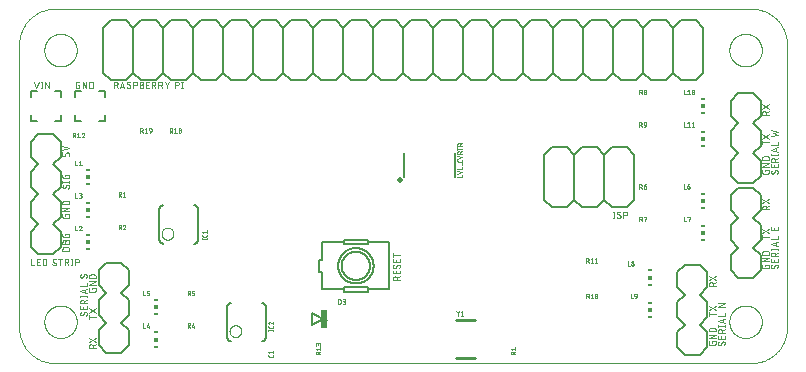
<source format=gto>
G75*
%MOIN*%
%OFA0B0*%
%FSLAX25Y25*%
%IPPOS*%
%LPD*%
%AMOC8*
5,1,8,0,0,1.08239X$1,22.5*
%
%ADD10C,0.00000*%
%ADD11C,0.00200*%
%ADD12C,0.00100*%
%ADD13C,0.00600*%
%ADD14R,0.01181X0.00591*%
%ADD15R,0.01181X0.01181*%
%ADD16C,0.00866*%
%ADD17C,0.00500*%
%ADD18C,0.00400*%
%ADD19C,0.00800*%
%ADD20R,0.02400X0.06200*%
%ADD21C,0.02000*%
D10*
X0013811Y0013041D02*
X0246094Y0013041D01*
X0246379Y0013044D01*
X0246665Y0013055D01*
X0246950Y0013072D01*
X0247234Y0013096D01*
X0247518Y0013127D01*
X0247801Y0013165D01*
X0248082Y0013210D01*
X0248363Y0013261D01*
X0248643Y0013319D01*
X0248921Y0013384D01*
X0249197Y0013456D01*
X0249471Y0013534D01*
X0249744Y0013619D01*
X0250014Y0013711D01*
X0250282Y0013809D01*
X0250548Y0013913D01*
X0250811Y0014024D01*
X0251071Y0014141D01*
X0251329Y0014264D01*
X0251583Y0014394D01*
X0251834Y0014530D01*
X0252082Y0014671D01*
X0252326Y0014819D01*
X0252567Y0014972D01*
X0252803Y0015132D01*
X0253036Y0015297D01*
X0253265Y0015467D01*
X0253490Y0015643D01*
X0253710Y0015825D01*
X0253926Y0016011D01*
X0254137Y0016203D01*
X0254344Y0016400D01*
X0254546Y0016602D01*
X0254743Y0016809D01*
X0254935Y0017020D01*
X0255121Y0017236D01*
X0255303Y0017456D01*
X0255479Y0017681D01*
X0255649Y0017910D01*
X0255814Y0018143D01*
X0255974Y0018379D01*
X0256127Y0018620D01*
X0256275Y0018864D01*
X0256416Y0019112D01*
X0256552Y0019363D01*
X0256682Y0019617D01*
X0256805Y0019875D01*
X0256922Y0020135D01*
X0257033Y0020398D01*
X0257137Y0020664D01*
X0257235Y0020932D01*
X0257327Y0021202D01*
X0257412Y0021475D01*
X0257490Y0021749D01*
X0257562Y0022025D01*
X0257627Y0022303D01*
X0257685Y0022583D01*
X0257736Y0022864D01*
X0257781Y0023145D01*
X0257819Y0023428D01*
X0257850Y0023712D01*
X0257874Y0023996D01*
X0257891Y0024281D01*
X0257902Y0024567D01*
X0257905Y0024852D01*
X0257906Y0024852D02*
X0257906Y0119340D01*
X0257905Y0119340D02*
X0257902Y0119625D01*
X0257891Y0119911D01*
X0257874Y0120196D01*
X0257850Y0120480D01*
X0257819Y0120764D01*
X0257781Y0121047D01*
X0257736Y0121328D01*
X0257685Y0121609D01*
X0257627Y0121889D01*
X0257562Y0122167D01*
X0257490Y0122443D01*
X0257412Y0122717D01*
X0257327Y0122990D01*
X0257235Y0123260D01*
X0257137Y0123528D01*
X0257033Y0123794D01*
X0256922Y0124057D01*
X0256805Y0124317D01*
X0256682Y0124575D01*
X0256552Y0124829D01*
X0256416Y0125080D01*
X0256275Y0125328D01*
X0256127Y0125572D01*
X0255974Y0125813D01*
X0255814Y0126049D01*
X0255649Y0126282D01*
X0255479Y0126511D01*
X0255303Y0126736D01*
X0255121Y0126956D01*
X0254935Y0127172D01*
X0254743Y0127383D01*
X0254546Y0127590D01*
X0254344Y0127792D01*
X0254137Y0127989D01*
X0253926Y0128181D01*
X0253710Y0128367D01*
X0253490Y0128549D01*
X0253265Y0128725D01*
X0253036Y0128895D01*
X0252803Y0129060D01*
X0252567Y0129220D01*
X0252326Y0129373D01*
X0252082Y0129521D01*
X0251834Y0129662D01*
X0251583Y0129798D01*
X0251329Y0129928D01*
X0251071Y0130051D01*
X0250811Y0130168D01*
X0250548Y0130279D01*
X0250282Y0130383D01*
X0250014Y0130481D01*
X0249744Y0130573D01*
X0249471Y0130658D01*
X0249197Y0130736D01*
X0248921Y0130808D01*
X0248643Y0130873D01*
X0248363Y0130931D01*
X0248082Y0130982D01*
X0247801Y0131027D01*
X0247518Y0131065D01*
X0247234Y0131096D01*
X0246950Y0131120D01*
X0246665Y0131137D01*
X0246379Y0131148D01*
X0246094Y0131151D01*
X0013811Y0131151D01*
X0013526Y0131148D01*
X0013240Y0131137D01*
X0012955Y0131120D01*
X0012671Y0131096D01*
X0012387Y0131065D01*
X0012104Y0131027D01*
X0011823Y0130982D01*
X0011542Y0130931D01*
X0011262Y0130873D01*
X0010984Y0130808D01*
X0010708Y0130736D01*
X0010434Y0130658D01*
X0010161Y0130573D01*
X0009891Y0130481D01*
X0009623Y0130383D01*
X0009357Y0130279D01*
X0009094Y0130168D01*
X0008834Y0130051D01*
X0008576Y0129928D01*
X0008322Y0129798D01*
X0008071Y0129662D01*
X0007823Y0129521D01*
X0007579Y0129373D01*
X0007338Y0129220D01*
X0007102Y0129060D01*
X0006869Y0128895D01*
X0006640Y0128725D01*
X0006415Y0128549D01*
X0006195Y0128367D01*
X0005979Y0128181D01*
X0005768Y0127989D01*
X0005561Y0127792D01*
X0005359Y0127590D01*
X0005162Y0127383D01*
X0004970Y0127172D01*
X0004784Y0126956D01*
X0004602Y0126736D01*
X0004426Y0126511D01*
X0004256Y0126282D01*
X0004091Y0126049D01*
X0003931Y0125813D01*
X0003778Y0125572D01*
X0003630Y0125328D01*
X0003489Y0125080D01*
X0003353Y0124829D01*
X0003223Y0124575D01*
X0003100Y0124317D01*
X0002983Y0124057D01*
X0002872Y0123794D01*
X0002768Y0123528D01*
X0002670Y0123260D01*
X0002578Y0122990D01*
X0002493Y0122717D01*
X0002415Y0122443D01*
X0002343Y0122167D01*
X0002278Y0121889D01*
X0002220Y0121609D01*
X0002169Y0121328D01*
X0002124Y0121047D01*
X0002086Y0120764D01*
X0002055Y0120480D01*
X0002031Y0120196D01*
X0002014Y0119911D01*
X0002003Y0119625D01*
X0002000Y0119340D01*
X0002000Y0024852D01*
X0002003Y0024567D01*
X0002014Y0024281D01*
X0002031Y0023996D01*
X0002055Y0023712D01*
X0002086Y0023428D01*
X0002124Y0023145D01*
X0002169Y0022864D01*
X0002220Y0022583D01*
X0002278Y0022303D01*
X0002343Y0022025D01*
X0002415Y0021749D01*
X0002493Y0021475D01*
X0002578Y0021202D01*
X0002670Y0020932D01*
X0002768Y0020664D01*
X0002872Y0020398D01*
X0002983Y0020135D01*
X0003100Y0019875D01*
X0003223Y0019617D01*
X0003353Y0019363D01*
X0003489Y0019112D01*
X0003630Y0018864D01*
X0003778Y0018620D01*
X0003931Y0018379D01*
X0004091Y0018143D01*
X0004256Y0017910D01*
X0004426Y0017681D01*
X0004602Y0017456D01*
X0004784Y0017236D01*
X0004970Y0017020D01*
X0005162Y0016809D01*
X0005359Y0016602D01*
X0005561Y0016400D01*
X0005768Y0016203D01*
X0005979Y0016011D01*
X0006195Y0015825D01*
X0006415Y0015643D01*
X0006640Y0015467D01*
X0006869Y0015297D01*
X0007102Y0015132D01*
X0007338Y0014972D01*
X0007579Y0014819D01*
X0007823Y0014671D01*
X0008071Y0014530D01*
X0008322Y0014394D01*
X0008576Y0014264D01*
X0008834Y0014141D01*
X0009094Y0014024D01*
X0009357Y0013913D01*
X0009623Y0013809D01*
X0009891Y0013711D01*
X0010161Y0013619D01*
X0010434Y0013534D01*
X0010708Y0013456D01*
X0010984Y0013384D01*
X0011262Y0013319D01*
X0011542Y0013261D01*
X0011823Y0013210D01*
X0012104Y0013165D01*
X0012387Y0013127D01*
X0012671Y0013096D01*
X0012955Y0013072D01*
X0013240Y0013055D01*
X0013526Y0013044D01*
X0013811Y0013041D01*
X0010367Y0026820D02*
X0010369Y0026967D01*
X0010375Y0027113D01*
X0010385Y0027259D01*
X0010399Y0027405D01*
X0010417Y0027551D01*
X0010438Y0027696D01*
X0010464Y0027840D01*
X0010494Y0027984D01*
X0010527Y0028126D01*
X0010564Y0028268D01*
X0010605Y0028409D01*
X0010650Y0028548D01*
X0010699Y0028687D01*
X0010751Y0028824D01*
X0010808Y0028959D01*
X0010867Y0029093D01*
X0010931Y0029225D01*
X0010998Y0029355D01*
X0011068Y0029484D01*
X0011142Y0029611D01*
X0011219Y0029735D01*
X0011300Y0029858D01*
X0011384Y0029978D01*
X0011471Y0030096D01*
X0011561Y0030211D01*
X0011654Y0030324D01*
X0011751Y0030435D01*
X0011850Y0030543D01*
X0011952Y0030648D01*
X0012057Y0030750D01*
X0012165Y0030849D01*
X0012276Y0030946D01*
X0012389Y0031039D01*
X0012504Y0031129D01*
X0012622Y0031216D01*
X0012742Y0031300D01*
X0012865Y0031381D01*
X0012989Y0031458D01*
X0013116Y0031532D01*
X0013245Y0031602D01*
X0013375Y0031669D01*
X0013507Y0031733D01*
X0013641Y0031792D01*
X0013776Y0031849D01*
X0013913Y0031901D01*
X0014052Y0031950D01*
X0014191Y0031995D01*
X0014332Y0032036D01*
X0014474Y0032073D01*
X0014616Y0032106D01*
X0014760Y0032136D01*
X0014904Y0032162D01*
X0015049Y0032183D01*
X0015195Y0032201D01*
X0015341Y0032215D01*
X0015487Y0032225D01*
X0015633Y0032231D01*
X0015780Y0032233D01*
X0015927Y0032231D01*
X0016073Y0032225D01*
X0016219Y0032215D01*
X0016365Y0032201D01*
X0016511Y0032183D01*
X0016656Y0032162D01*
X0016800Y0032136D01*
X0016944Y0032106D01*
X0017086Y0032073D01*
X0017228Y0032036D01*
X0017369Y0031995D01*
X0017508Y0031950D01*
X0017647Y0031901D01*
X0017784Y0031849D01*
X0017919Y0031792D01*
X0018053Y0031733D01*
X0018185Y0031669D01*
X0018315Y0031602D01*
X0018444Y0031532D01*
X0018571Y0031458D01*
X0018695Y0031381D01*
X0018818Y0031300D01*
X0018938Y0031216D01*
X0019056Y0031129D01*
X0019171Y0031039D01*
X0019284Y0030946D01*
X0019395Y0030849D01*
X0019503Y0030750D01*
X0019608Y0030648D01*
X0019710Y0030543D01*
X0019809Y0030435D01*
X0019906Y0030324D01*
X0019999Y0030211D01*
X0020089Y0030096D01*
X0020176Y0029978D01*
X0020260Y0029858D01*
X0020341Y0029735D01*
X0020418Y0029611D01*
X0020492Y0029484D01*
X0020562Y0029355D01*
X0020629Y0029225D01*
X0020693Y0029093D01*
X0020752Y0028959D01*
X0020809Y0028824D01*
X0020861Y0028687D01*
X0020910Y0028548D01*
X0020955Y0028409D01*
X0020996Y0028268D01*
X0021033Y0028126D01*
X0021066Y0027984D01*
X0021096Y0027840D01*
X0021122Y0027696D01*
X0021143Y0027551D01*
X0021161Y0027405D01*
X0021175Y0027259D01*
X0021185Y0027113D01*
X0021191Y0026967D01*
X0021193Y0026820D01*
X0021191Y0026673D01*
X0021185Y0026527D01*
X0021175Y0026381D01*
X0021161Y0026235D01*
X0021143Y0026089D01*
X0021122Y0025944D01*
X0021096Y0025800D01*
X0021066Y0025656D01*
X0021033Y0025514D01*
X0020996Y0025372D01*
X0020955Y0025231D01*
X0020910Y0025092D01*
X0020861Y0024953D01*
X0020809Y0024816D01*
X0020752Y0024681D01*
X0020693Y0024547D01*
X0020629Y0024415D01*
X0020562Y0024285D01*
X0020492Y0024156D01*
X0020418Y0024029D01*
X0020341Y0023905D01*
X0020260Y0023782D01*
X0020176Y0023662D01*
X0020089Y0023544D01*
X0019999Y0023429D01*
X0019906Y0023316D01*
X0019809Y0023205D01*
X0019710Y0023097D01*
X0019608Y0022992D01*
X0019503Y0022890D01*
X0019395Y0022791D01*
X0019284Y0022694D01*
X0019171Y0022601D01*
X0019056Y0022511D01*
X0018938Y0022424D01*
X0018818Y0022340D01*
X0018695Y0022259D01*
X0018571Y0022182D01*
X0018444Y0022108D01*
X0018315Y0022038D01*
X0018185Y0021971D01*
X0018053Y0021907D01*
X0017919Y0021848D01*
X0017784Y0021791D01*
X0017647Y0021739D01*
X0017508Y0021690D01*
X0017369Y0021645D01*
X0017228Y0021604D01*
X0017086Y0021567D01*
X0016944Y0021534D01*
X0016800Y0021504D01*
X0016656Y0021478D01*
X0016511Y0021457D01*
X0016365Y0021439D01*
X0016219Y0021425D01*
X0016073Y0021415D01*
X0015927Y0021409D01*
X0015780Y0021407D01*
X0015633Y0021409D01*
X0015487Y0021415D01*
X0015341Y0021425D01*
X0015195Y0021439D01*
X0015049Y0021457D01*
X0014904Y0021478D01*
X0014760Y0021504D01*
X0014616Y0021534D01*
X0014474Y0021567D01*
X0014332Y0021604D01*
X0014191Y0021645D01*
X0014052Y0021690D01*
X0013913Y0021739D01*
X0013776Y0021791D01*
X0013641Y0021848D01*
X0013507Y0021907D01*
X0013375Y0021971D01*
X0013245Y0022038D01*
X0013116Y0022108D01*
X0012989Y0022182D01*
X0012865Y0022259D01*
X0012742Y0022340D01*
X0012622Y0022424D01*
X0012504Y0022511D01*
X0012389Y0022601D01*
X0012276Y0022694D01*
X0012165Y0022791D01*
X0012057Y0022890D01*
X0011952Y0022992D01*
X0011850Y0023097D01*
X0011751Y0023205D01*
X0011654Y0023316D01*
X0011561Y0023429D01*
X0011471Y0023544D01*
X0011384Y0023662D01*
X0011300Y0023782D01*
X0011219Y0023905D01*
X0011142Y0024029D01*
X0011068Y0024156D01*
X0010998Y0024285D01*
X0010931Y0024415D01*
X0010867Y0024547D01*
X0010808Y0024681D01*
X0010751Y0024816D01*
X0010699Y0024953D01*
X0010650Y0025092D01*
X0010605Y0025231D01*
X0010564Y0025372D01*
X0010527Y0025514D01*
X0010494Y0025656D01*
X0010464Y0025800D01*
X0010438Y0025944D01*
X0010417Y0026089D01*
X0010399Y0026235D01*
X0010385Y0026381D01*
X0010375Y0026527D01*
X0010369Y0026673D01*
X0010367Y0026820D01*
X0010367Y0117371D02*
X0010369Y0117518D01*
X0010375Y0117664D01*
X0010385Y0117810D01*
X0010399Y0117956D01*
X0010417Y0118102D01*
X0010438Y0118247D01*
X0010464Y0118391D01*
X0010494Y0118535D01*
X0010527Y0118677D01*
X0010564Y0118819D01*
X0010605Y0118960D01*
X0010650Y0119099D01*
X0010699Y0119238D01*
X0010751Y0119375D01*
X0010808Y0119510D01*
X0010867Y0119644D01*
X0010931Y0119776D01*
X0010998Y0119906D01*
X0011068Y0120035D01*
X0011142Y0120162D01*
X0011219Y0120286D01*
X0011300Y0120409D01*
X0011384Y0120529D01*
X0011471Y0120647D01*
X0011561Y0120762D01*
X0011654Y0120875D01*
X0011751Y0120986D01*
X0011850Y0121094D01*
X0011952Y0121199D01*
X0012057Y0121301D01*
X0012165Y0121400D01*
X0012276Y0121497D01*
X0012389Y0121590D01*
X0012504Y0121680D01*
X0012622Y0121767D01*
X0012742Y0121851D01*
X0012865Y0121932D01*
X0012989Y0122009D01*
X0013116Y0122083D01*
X0013245Y0122153D01*
X0013375Y0122220D01*
X0013507Y0122284D01*
X0013641Y0122343D01*
X0013776Y0122400D01*
X0013913Y0122452D01*
X0014052Y0122501D01*
X0014191Y0122546D01*
X0014332Y0122587D01*
X0014474Y0122624D01*
X0014616Y0122657D01*
X0014760Y0122687D01*
X0014904Y0122713D01*
X0015049Y0122734D01*
X0015195Y0122752D01*
X0015341Y0122766D01*
X0015487Y0122776D01*
X0015633Y0122782D01*
X0015780Y0122784D01*
X0015927Y0122782D01*
X0016073Y0122776D01*
X0016219Y0122766D01*
X0016365Y0122752D01*
X0016511Y0122734D01*
X0016656Y0122713D01*
X0016800Y0122687D01*
X0016944Y0122657D01*
X0017086Y0122624D01*
X0017228Y0122587D01*
X0017369Y0122546D01*
X0017508Y0122501D01*
X0017647Y0122452D01*
X0017784Y0122400D01*
X0017919Y0122343D01*
X0018053Y0122284D01*
X0018185Y0122220D01*
X0018315Y0122153D01*
X0018444Y0122083D01*
X0018571Y0122009D01*
X0018695Y0121932D01*
X0018818Y0121851D01*
X0018938Y0121767D01*
X0019056Y0121680D01*
X0019171Y0121590D01*
X0019284Y0121497D01*
X0019395Y0121400D01*
X0019503Y0121301D01*
X0019608Y0121199D01*
X0019710Y0121094D01*
X0019809Y0120986D01*
X0019906Y0120875D01*
X0019999Y0120762D01*
X0020089Y0120647D01*
X0020176Y0120529D01*
X0020260Y0120409D01*
X0020341Y0120286D01*
X0020418Y0120162D01*
X0020492Y0120035D01*
X0020562Y0119906D01*
X0020629Y0119776D01*
X0020693Y0119644D01*
X0020752Y0119510D01*
X0020809Y0119375D01*
X0020861Y0119238D01*
X0020910Y0119099D01*
X0020955Y0118960D01*
X0020996Y0118819D01*
X0021033Y0118677D01*
X0021066Y0118535D01*
X0021096Y0118391D01*
X0021122Y0118247D01*
X0021143Y0118102D01*
X0021161Y0117956D01*
X0021175Y0117810D01*
X0021185Y0117664D01*
X0021191Y0117518D01*
X0021193Y0117371D01*
X0021191Y0117224D01*
X0021185Y0117078D01*
X0021175Y0116932D01*
X0021161Y0116786D01*
X0021143Y0116640D01*
X0021122Y0116495D01*
X0021096Y0116351D01*
X0021066Y0116207D01*
X0021033Y0116065D01*
X0020996Y0115923D01*
X0020955Y0115782D01*
X0020910Y0115643D01*
X0020861Y0115504D01*
X0020809Y0115367D01*
X0020752Y0115232D01*
X0020693Y0115098D01*
X0020629Y0114966D01*
X0020562Y0114836D01*
X0020492Y0114707D01*
X0020418Y0114580D01*
X0020341Y0114456D01*
X0020260Y0114333D01*
X0020176Y0114213D01*
X0020089Y0114095D01*
X0019999Y0113980D01*
X0019906Y0113867D01*
X0019809Y0113756D01*
X0019710Y0113648D01*
X0019608Y0113543D01*
X0019503Y0113441D01*
X0019395Y0113342D01*
X0019284Y0113245D01*
X0019171Y0113152D01*
X0019056Y0113062D01*
X0018938Y0112975D01*
X0018818Y0112891D01*
X0018695Y0112810D01*
X0018571Y0112733D01*
X0018444Y0112659D01*
X0018315Y0112589D01*
X0018185Y0112522D01*
X0018053Y0112458D01*
X0017919Y0112399D01*
X0017784Y0112342D01*
X0017647Y0112290D01*
X0017508Y0112241D01*
X0017369Y0112196D01*
X0017228Y0112155D01*
X0017086Y0112118D01*
X0016944Y0112085D01*
X0016800Y0112055D01*
X0016656Y0112029D01*
X0016511Y0112008D01*
X0016365Y0111990D01*
X0016219Y0111976D01*
X0016073Y0111966D01*
X0015927Y0111960D01*
X0015780Y0111958D01*
X0015633Y0111960D01*
X0015487Y0111966D01*
X0015341Y0111976D01*
X0015195Y0111990D01*
X0015049Y0112008D01*
X0014904Y0112029D01*
X0014760Y0112055D01*
X0014616Y0112085D01*
X0014474Y0112118D01*
X0014332Y0112155D01*
X0014191Y0112196D01*
X0014052Y0112241D01*
X0013913Y0112290D01*
X0013776Y0112342D01*
X0013641Y0112399D01*
X0013507Y0112458D01*
X0013375Y0112522D01*
X0013245Y0112589D01*
X0013116Y0112659D01*
X0012989Y0112733D01*
X0012865Y0112810D01*
X0012742Y0112891D01*
X0012622Y0112975D01*
X0012504Y0113062D01*
X0012389Y0113152D01*
X0012276Y0113245D01*
X0012165Y0113342D01*
X0012057Y0113441D01*
X0011952Y0113543D01*
X0011850Y0113648D01*
X0011751Y0113756D01*
X0011654Y0113867D01*
X0011561Y0113980D01*
X0011471Y0114095D01*
X0011384Y0114213D01*
X0011300Y0114333D01*
X0011219Y0114456D01*
X0011142Y0114580D01*
X0011068Y0114707D01*
X0010998Y0114836D01*
X0010931Y0114966D01*
X0010867Y0115098D01*
X0010808Y0115232D01*
X0010751Y0115367D01*
X0010699Y0115504D01*
X0010650Y0115643D01*
X0010605Y0115782D01*
X0010564Y0115923D01*
X0010527Y0116065D01*
X0010494Y0116207D01*
X0010464Y0116351D01*
X0010438Y0116495D01*
X0010417Y0116640D01*
X0010399Y0116786D01*
X0010385Y0116932D01*
X0010375Y0117078D01*
X0010369Y0117224D01*
X0010367Y0117371D01*
X0238713Y0117371D02*
X0238715Y0117518D01*
X0238721Y0117664D01*
X0238731Y0117810D01*
X0238745Y0117956D01*
X0238763Y0118102D01*
X0238784Y0118247D01*
X0238810Y0118391D01*
X0238840Y0118535D01*
X0238873Y0118677D01*
X0238910Y0118819D01*
X0238951Y0118960D01*
X0238996Y0119099D01*
X0239045Y0119238D01*
X0239097Y0119375D01*
X0239154Y0119510D01*
X0239213Y0119644D01*
X0239277Y0119776D01*
X0239344Y0119906D01*
X0239414Y0120035D01*
X0239488Y0120162D01*
X0239565Y0120286D01*
X0239646Y0120409D01*
X0239730Y0120529D01*
X0239817Y0120647D01*
X0239907Y0120762D01*
X0240000Y0120875D01*
X0240097Y0120986D01*
X0240196Y0121094D01*
X0240298Y0121199D01*
X0240403Y0121301D01*
X0240511Y0121400D01*
X0240622Y0121497D01*
X0240735Y0121590D01*
X0240850Y0121680D01*
X0240968Y0121767D01*
X0241088Y0121851D01*
X0241211Y0121932D01*
X0241335Y0122009D01*
X0241462Y0122083D01*
X0241591Y0122153D01*
X0241721Y0122220D01*
X0241853Y0122284D01*
X0241987Y0122343D01*
X0242122Y0122400D01*
X0242259Y0122452D01*
X0242398Y0122501D01*
X0242537Y0122546D01*
X0242678Y0122587D01*
X0242820Y0122624D01*
X0242962Y0122657D01*
X0243106Y0122687D01*
X0243250Y0122713D01*
X0243395Y0122734D01*
X0243541Y0122752D01*
X0243687Y0122766D01*
X0243833Y0122776D01*
X0243979Y0122782D01*
X0244126Y0122784D01*
X0244273Y0122782D01*
X0244419Y0122776D01*
X0244565Y0122766D01*
X0244711Y0122752D01*
X0244857Y0122734D01*
X0245002Y0122713D01*
X0245146Y0122687D01*
X0245290Y0122657D01*
X0245432Y0122624D01*
X0245574Y0122587D01*
X0245715Y0122546D01*
X0245854Y0122501D01*
X0245993Y0122452D01*
X0246130Y0122400D01*
X0246265Y0122343D01*
X0246399Y0122284D01*
X0246531Y0122220D01*
X0246661Y0122153D01*
X0246790Y0122083D01*
X0246917Y0122009D01*
X0247041Y0121932D01*
X0247164Y0121851D01*
X0247284Y0121767D01*
X0247402Y0121680D01*
X0247517Y0121590D01*
X0247630Y0121497D01*
X0247741Y0121400D01*
X0247849Y0121301D01*
X0247954Y0121199D01*
X0248056Y0121094D01*
X0248155Y0120986D01*
X0248252Y0120875D01*
X0248345Y0120762D01*
X0248435Y0120647D01*
X0248522Y0120529D01*
X0248606Y0120409D01*
X0248687Y0120286D01*
X0248764Y0120162D01*
X0248838Y0120035D01*
X0248908Y0119906D01*
X0248975Y0119776D01*
X0249039Y0119644D01*
X0249098Y0119510D01*
X0249155Y0119375D01*
X0249207Y0119238D01*
X0249256Y0119099D01*
X0249301Y0118960D01*
X0249342Y0118819D01*
X0249379Y0118677D01*
X0249412Y0118535D01*
X0249442Y0118391D01*
X0249468Y0118247D01*
X0249489Y0118102D01*
X0249507Y0117956D01*
X0249521Y0117810D01*
X0249531Y0117664D01*
X0249537Y0117518D01*
X0249539Y0117371D01*
X0249537Y0117224D01*
X0249531Y0117078D01*
X0249521Y0116932D01*
X0249507Y0116786D01*
X0249489Y0116640D01*
X0249468Y0116495D01*
X0249442Y0116351D01*
X0249412Y0116207D01*
X0249379Y0116065D01*
X0249342Y0115923D01*
X0249301Y0115782D01*
X0249256Y0115643D01*
X0249207Y0115504D01*
X0249155Y0115367D01*
X0249098Y0115232D01*
X0249039Y0115098D01*
X0248975Y0114966D01*
X0248908Y0114836D01*
X0248838Y0114707D01*
X0248764Y0114580D01*
X0248687Y0114456D01*
X0248606Y0114333D01*
X0248522Y0114213D01*
X0248435Y0114095D01*
X0248345Y0113980D01*
X0248252Y0113867D01*
X0248155Y0113756D01*
X0248056Y0113648D01*
X0247954Y0113543D01*
X0247849Y0113441D01*
X0247741Y0113342D01*
X0247630Y0113245D01*
X0247517Y0113152D01*
X0247402Y0113062D01*
X0247284Y0112975D01*
X0247164Y0112891D01*
X0247041Y0112810D01*
X0246917Y0112733D01*
X0246790Y0112659D01*
X0246661Y0112589D01*
X0246531Y0112522D01*
X0246399Y0112458D01*
X0246265Y0112399D01*
X0246130Y0112342D01*
X0245993Y0112290D01*
X0245854Y0112241D01*
X0245715Y0112196D01*
X0245574Y0112155D01*
X0245432Y0112118D01*
X0245290Y0112085D01*
X0245146Y0112055D01*
X0245002Y0112029D01*
X0244857Y0112008D01*
X0244711Y0111990D01*
X0244565Y0111976D01*
X0244419Y0111966D01*
X0244273Y0111960D01*
X0244126Y0111958D01*
X0243979Y0111960D01*
X0243833Y0111966D01*
X0243687Y0111976D01*
X0243541Y0111990D01*
X0243395Y0112008D01*
X0243250Y0112029D01*
X0243106Y0112055D01*
X0242962Y0112085D01*
X0242820Y0112118D01*
X0242678Y0112155D01*
X0242537Y0112196D01*
X0242398Y0112241D01*
X0242259Y0112290D01*
X0242122Y0112342D01*
X0241987Y0112399D01*
X0241853Y0112458D01*
X0241721Y0112522D01*
X0241591Y0112589D01*
X0241462Y0112659D01*
X0241335Y0112733D01*
X0241211Y0112810D01*
X0241088Y0112891D01*
X0240968Y0112975D01*
X0240850Y0113062D01*
X0240735Y0113152D01*
X0240622Y0113245D01*
X0240511Y0113342D01*
X0240403Y0113441D01*
X0240298Y0113543D01*
X0240196Y0113648D01*
X0240097Y0113756D01*
X0240000Y0113867D01*
X0239907Y0113980D01*
X0239817Y0114095D01*
X0239730Y0114213D01*
X0239646Y0114333D01*
X0239565Y0114456D01*
X0239488Y0114580D01*
X0239414Y0114707D01*
X0239344Y0114836D01*
X0239277Y0114966D01*
X0239213Y0115098D01*
X0239154Y0115232D01*
X0239097Y0115367D01*
X0239045Y0115504D01*
X0238996Y0115643D01*
X0238951Y0115782D01*
X0238910Y0115923D01*
X0238873Y0116065D01*
X0238840Y0116207D01*
X0238810Y0116351D01*
X0238784Y0116495D01*
X0238763Y0116640D01*
X0238745Y0116786D01*
X0238731Y0116932D01*
X0238721Y0117078D01*
X0238715Y0117224D01*
X0238713Y0117371D01*
X0238713Y0026820D02*
X0238715Y0026967D01*
X0238721Y0027113D01*
X0238731Y0027259D01*
X0238745Y0027405D01*
X0238763Y0027551D01*
X0238784Y0027696D01*
X0238810Y0027840D01*
X0238840Y0027984D01*
X0238873Y0028126D01*
X0238910Y0028268D01*
X0238951Y0028409D01*
X0238996Y0028548D01*
X0239045Y0028687D01*
X0239097Y0028824D01*
X0239154Y0028959D01*
X0239213Y0029093D01*
X0239277Y0029225D01*
X0239344Y0029355D01*
X0239414Y0029484D01*
X0239488Y0029611D01*
X0239565Y0029735D01*
X0239646Y0029858D01*
X0239730Y0029978D01*
X0239817Y0030096D01*
X0239907Y0030211D01*
X0240000Y0030324D01*
X0240097Y0030435D01*
X0240196Y0030543D01*
X0240298Y0030648D01*
X0240403Y0030750D01*
X0240511Y0030849D01*
X0240622Y0030946D01*
X0240735Y0031039D01*
X0240850Y0031129D01*
X0240968Y0031216D01*
X0241088Y0031300D01*
X0241211Y0031381D01*
X0241335Y0031458D01*
X0241462Y0031532D01*
X0241591Y0031602D01*
X0241721Y0031669D01*
X0241853Y0031733D01*
X0241987Y0031792D01*
X0242122Y0031849D01*
X0242259Y0031901D01*
X0242398Y0031950D01*
X0242537Y0031995D01*
X0242678Y0032036D01*
X0242820Y0032073D01*
X0242962Y0032106D01*
X0243106Y0032136D01*
X0243250Y0032162D01*
X0243395Y0032183D01*
X0243541Y0032201D01*
X0243687Y0032215D01*
X0243833Y0032225D01*
X0243979Y0032231D01*
X0244126Y0032233D01*
X0244273Y0032231D01*
X0244419Y0032225D01*
X0244565Y0032215D01*
X0244711Y0032201D01*
X0244857Y0032183D01*
X0245002Y0032162D01*
X0245146Y0032136D01*
X0245290Y0032106D01*
X0245432Y0032073D01*
X0245574Y0032036D01*
X0245715Y0031995D01*
X0245854Y0031950D01*
X0245993Y0031901D01*
X0246130Y0031849D01*
X0246265Y0031792D01*
X0246399Y0031733D01*
X0246531Y0031669D01*
X0246661Y0031602D01*
X0246790Y0031532D01*
X0246917Y0031458D01*
X0247041Y0031381D01*
X0247164Y0031300D01*
X0247284Y0031216D01*
X0247402Y0031129D01*
X0247517Y0031039D01*
X0247630Y0030946D01*
X0247741Y0030849D01*
X0247849Y0030750D01*
X0247954Y0030648D01*
X0248056Y0030543D01*
X0248155Y0030435D01*
X0248252Y0030324D01*
X0248345Y0030211D01*
X0248435Y0030096D01*
X0248522Y0029978D01*
X0248606Y0029858D01*
X0248687Y0029735D01*
X0248764Y0029611D01*
X0248838Y0029484D01*
X0248908Y0029355D01*
X0248975Y0029225D01*
X0249039Y0029093D01*
X0249098Y0028959D01*
X0249155Y0028824D01*
X0249207Y0028687D01*
X0249256Y0028548D01*
X0249301Y0028409D01*
X0249342Y0028268D01*
X0249379Y0028126D01*
X0249412Y0027984D01*
X0249442Y0027840D01*
X0249468Y0027696D01*
X0249489Y0027551D01*
X0249507Y0027405D01*
X0249521Y0027259D01*
X0249531Y0027113D01*
X0249537Y0026967D01*
X0249539Y0026820D01*
X0249537Y0026673D01*
X0249531Y0026527D01*
X0249521Y0026381D01*
X0249507Y0026235D01*
X0249489Y0026089D01*
X0249468Y0025944D01*
X0249442Y0025800D01*
X0249412Y0025656D01*
X0249379Y0025514D01*
X0249342Y0025372D01*
X0249301Y0025231D01*
X0249256Y0025092D01*
X0249207Y0024953D01*
X0249155Y0024816D01*
X0249098Y0024681D01*
X0249039Y0024547D01*
X0248975Y0024415D01*
X0248908Y0024285D01*
X0248838Y0024156D01*
X0248764Y0024029D01*
X0248687Y0023905D01*
X0248606Y0023782D01*
X0248522Y0023662D01*
X0248435Y0023544D01*
X0248345Y0023429D01*
X0248252Y0023316D01*
X0248155Y0023205D01*
X0248056Y0023097D01*
X0247954Y0022992D01*
X0247849Y0022890D01*
X0247741Y0022791D01*
X0247630Y0022694D01*
X0247517Y0022601D01*
X0247402Y0022511D01*
X0247284Y0022424D01*
X0247164Y0022340D01*
X0247041Y0022259D01*
X0246917Y0022182D01*
X0246790Y0022108D01*
X0246661Y0022038D01*
X0246531Y0021971D01*
X0246399Y0021907D01*
X0246265Y0021848D01*
X0246130Y0021791D01*
X0245993Y0021739D01*
X0245854Y0021690D01*
X0245715Y0021645D01*
X0245574Y0021604D01*
X0245432Y0021567D01*
X0245290Y0021534D01*
X0245146Y0021504D01*
X0245002Y0021478D01*
X0244857Y0021457D01*
X0244711Y0021439D01*
X0244565Y0021425D01*
X0244419Y0021415D01*
X0244273Y0021409D01*
X0244126Y0021407D01*
X0243979Y0021409D01*
X0243833Y0021415D01*
X0243687Y0021425D01*
X0243541Y0021439D01*
X0243395Y0021457D01*
X0243250Y0021478D01*
X0243106Y0021504D01*
X0242962Y0021534D01*
X0242820Y0021567D01*
X0242678Y0021604D01*
X0242537Y0021645D01*
X0242398Y0021690D01*
X0242259Y0021739D01*
X0242122Y0021791D01*
X0241987Y0021848D01*
X0241853Y0021907D01*
X0241721Y0021971D01*
X0241591Y0022038D01*
X0241462Y0022108D01*
X0241335Y0022182D01*
X0241211Y0022259D01*
X0241088Y0022340D01*
X0240968Y0022424D01*
X0240850Y0022511D01*
X0240735Y0022601D01*
X0240622Y0022694D01*
X0240511Y0022791D01*
X0240403Y0022890D01*
X0240298Y0022992D01*
X0240196Y0023097D01*
X0240097Y0023205D01*
X0240000Y0023316D01*
X0239907Y0023429D01*
X0239817Y0023544D01*
X0239730Y0023662D01*
X0239646Y0023782D01*
X0239565Y0023905D01*
X0239488Y0024029D01*
X0239414Y0024156D01*
X0239344Y0024285D01*
X0239277Y0024415D01*
X0239213Y0024547D01*
X0239154Y0024681D01*
X0239097Y0024816D01*
X0239045Y0024953D01*
X0238996Y0025092D01*
X0238951Y0025231D01*
X0238910Y0025372D01*
X0238873Y0025514D01*
X0238840Y0025656D01*
X0238810Y0025800D01*
X0238784Y0025944D01*
X0238763Y0026089D01*
X0238745Y0026235D01*
X0238731Y0026381D01*
X0238721Y0026527D01*
X0238715Y0026673D01*
X0238713Y0026820D01*
D11*
X0237136Y0026412D02*
X0234936Y0027145D01*
X0237136Y0027878D01*
X0236586Y0027695D02*
X0236586Y0026595D01*
X0237136Y0025662D02*
X0237136Y0025173D01*
X0237136Y0025417D02*
X0234936Y0025417D01*
X0234936Y0025173D02*
X0234936Y0025662D01*
X0233572Y0024876D02*
X0232595Y0024876D01*
X0232547Y0024874D01*
X0232499Y0024868D01*
X0232452Y0024859D01*
X0232406Y0024846D01*
X0232361Y0024829D01*
X0232318Y0024809D01*
X0232276Y0024786D01*
X0232236Y0024759D01*
X0232198Y0024730D01*
X0232163Y0024697D01*
X0232130Y0024662D01*
X0232101Y0024624D01*
X0232074Y0024584D01*
X0232051Y0024542D01*
X0232031Y0024499D01*
X0232014Y0024454D01*
X0232001Y0024408D01*
X0231992Y0024361D01*
X0231986Y0024313D01*
X0231984Y0024265D01*
X0231983Y0024265D02*
X0231983Y0023654D01*
X0234183Y0023654D01*
X0234183Y0024265D01*
X0234181Y0024313D01*
X0234175Y0024361D01*
X0234166Y0024408D01*
X0234153Y0024454D01*
X0234136Y0024499D01*
X0234116Y0024542D01*
X0234093Y0024584D01*
X0234066Y0024624D01*
X0234037Y0024662D01*
X0234004Y0024697D01*
X0233969Y0024730D01*
X0233931Y0024759D01*
X0233891Y0024786D01*
X0233849Y0024809D01*
X0233806Y0024829D01*
X0233761Y0024846D01*
X0233715Y0024859D01*
X0233668Y0024868D01*
X0233620Y0024874D01*
X0233572Y0024876D01*
X0234936Y0023703D02*
X0234936Y0023092D01*
X0237136Y0023092D01*
X0237136Y0022188D02*
X0237136Y0021210D01*
X0234936Y0021210D01*
X0234936Y0022188D01*
X0234183Y0022572D02*
X0231983Y0022572D01*
X0231983Y0021350D02*
X0234183Y0022572D01*
X0234183Y0021350D02*
X0231983Y0021350D01*
X0231983Y0020268D02*
X0231983Y0019535D01*
X0231985Y0019492D01*
X0231990Y0019450D01*
X0232000Y0019408D01*
X0232012Y0019368D01*
X0232029Y0019328D01*
X0232049Y0019290D01*
X0232071Y0019255D01*
X0232097Y0019221D01*
X0232126Y0019189D01*
X0232158Y0019160D01*
X0232192Y0019134D01*
X0232228Y0019112D01*
X0232265Y0019092D01*
X0232305Y0019075D01*
X0232345Y0019063D01*
X0232387Y0019053D01*
X0232429Y0019048D01*
X0232472Y0019046D01*
X0233695Y0019046D01*
X0233738Y0019048D01*
X0233780Y0019053D01*
X0233822Y0019063D01*
X0233862Y0019075D01*
X0233902Y0019092D01*
X0233940Y0019112D01*
X0233975Y0019134D01*
X0234009Y0019160D01*
X0234041Y0019189D01*
X0234070Y0019221D01*
X0234096Y0019255D01*
X0234118Y0019291D01*
X0234138Y0019328D01*
X0234155Y0019368D01*
X0234167Y0019408D01*
X0234177Y0019450D01*
X0234182Y0019492D01*
X0234184Y0019535D01*
X0234183Y0019535D02*
X0234183Y0020268D01*
X0232961Y0020268D01*
X0232961Y0019902D01*
X0235425Y0019107D02*
X0235468Y0019109D01*
X0235511Y0019114D01*
X0235553Y0019124D01*
X0235594Y0019136D01*
X0235633Y0019153D01*
X0235672Y0019172D01*
X0235708Y0019195D01*
X0235742Y0019221D01*
X0235774Y0019250D01*
X0235803Y0019282D01*
X0235830Y0019316D01*
X0235853Y0019352D01*
X0236220Y0020024D01*
X0237136Y0019779D02*
X0237134Y0019716D01*
X0237128Y0019654D01*
X0237119Y0019592D01*
X0237106Y0019531D01*
X0237089Y0019470D01*
X0237068Y0019411D01*
X0237044Y0019353D01*
X0237016Y0019297D01*
X0236985Y0019242D01*
X0236951Y0019189D01*
X0236914Y0019139D01*
X0236874Y0019091D01*
X0236830Y0019046D01*
X0236219Y0020024D02*
X0236242Y0020060D01*
X0236269Y0020094D01*
X0236298Y0020126D01*
X0236330Y0020155D01*
X0236364Y0020181D01*
X0236400Y0020204D01*
X0236439Y0020223D01*
X0236478Y0020240D01*
X0236519Y0020252D01*
X0236561Y0020262D01*
X0236604Y0020267D01*
X0236647Y0020269D01*
X0236647Y0020268D02*
X0236690Y0020266D01*
X0236732Y0020261D01*
X0236774Y0020251D01*
X0236814Y0020239D01*
X0236854Y0020222D01*
X0236892Y0020202D01*
X0236927Y0020180D01*
X0236961Y0020154D01*
X0236993Y0020125D01*
X0237022Y0020093D01*
X0237048Y0020059D01*
X0237070Y0020024D01*
X0237090Y0019986D01*
X0237107Y0019946D01*
X0237119Y0019906D01*
X0237129Y0019864D01*
X0237134Y0019822D01*
X0237136Y0019779D01*
X0235119Y0020146D02*
X0235086Y0020098D01*
X0235055Y0020048D01*
X0235027Y0019995D01*
X0235004Y0019941D01*
X0234983Y0019886D01*
X0234966Y0019829D01*
X0234953Y0019772D01*
X0234944Y0019714D01*
X0234938Y0019655D01*
X0234936Y0019596D01*
X0234938Y0019553D01*
X0234943Y0019511D01*
X0234953Y0019469D01*
X0234965Y0019429D01*
X0234982Y0019389D01*
X0235002Y0019352D01*
X0235024Y0019316D01*
X0235050Y0019282D01*
X0235079Y0019250D01*
X0235111Y0019221D01*
X0235145Y0019195D01*
X0235181Y0019173D01*
X0235218Y0019153D01*
X0235258Y0019136D01*
X0235298Y0019124D01*
X0235340Y0019114D01*
X0235382Y0019109D01*
X0235425Y0019107D01*
X0235914Y0021210D02*
X0235914Y0021944D01*
X0236158Y0023092D02*
X0236158Y0023703D01*
X0236158Y0023826D02*
X0237136Y0024314D01*
X0236158Y0023703D02*
X0236156Y0023751D01*
X0236150Y0023799D01*
X0236141Y0023846D01*
X0236128Y0023892D01*
X0236111Y0023937D01*
X0236091Y0023980D01*
X0236068Y0024022D01*
X0236041Y0024062D01*
X0236012Y0024100D01*
X0235979Y0024135D01*
X0235944Y0024168D01*
X0235906Y0024197D01*
X0235866Y0024224D01*
X0235824Y0024247D01*
X0235781Y0024267D01*
X0235736Y0024284D01*
X0235690Y0024297D01*
X0235643Y0024306D01*
X0235595Y0024312D01*
X0235547Y0024314D01*
X0235499Y0024312D01*
X0235451Y0024306D01*
X0235404Y0024297D01*
X0235358Y0024284D01*
X0235313Y0024267D01*
X0235270Y0024247D01*
X0235228Y0024224D01*
X0235188Y0024197D01*
X0235150Y0024168D01*
X0235115Y0024135D01*
X0235082Y0024100D01*
X0235053Y0024062D01*
X0235026Y0024022D01*
X0235003Y0023980D01*
X0234983Y0023937D01*
X0234966Y0023892D01*
X0234953Y0023846D01*
X0234944Y0023799D01*
X0234938Y0023751D01*
X0234936Y0023703D01*
X0234936Y0028770D02*
X0237136Y0028770D01*
X0237136Y0029748D01*
X0234183Y0029500D02*
X0231983Y0029500D01*
X0231983Y0028889D02*
X0231983Y0030111D01*
X0231983Y0030782D02*
X0234183Y0032249D01*
X0234936Y0031790D02*
X0237136Y0033012D01*
X0234936Y0033012D01*
X0234936Y0031790D02*
X0237136Y0031790D01*
X0234183Y0030782D02*
X0231983Y0032249D01*
X0231983Y0038731D02*
X0231983Y0039342D01*
X0231983Y0038731D02*
X0234183Y0038731D01*
X0233206Y0038731D02*
X0233206Y0039342D01*
X0233206Y0039464D02*
X0234183Y0039953D01*
X0234183Y0040755D02*
X0231983Y0042221D01*
X0231983Y0040755D02*
X0234183Y0042221D01*
X0233206Y0039342D02*
X0233204Y0039390D01*
X0233198Y0039438D01*
X0233189Y0039485D01*
X0233176Y0039531D01*
X0233159Y0039576D01*
X0233139Y0039619D01*
X0233116Y0039661D01*
X0233089Y0039701D01*
X0233060Y0039739D01*
X0233027Y0039774D01*
X0232992Y0039807D01*
X0232954Y0039836D01*
X0232914Y0039863D01*
X0232872Y0039886D01*
X0232829Y0039906D01*
X0232784Y0039923D01*
X0232738Y0039936D01*
X0232691Y0039945D01*
X0232643Y0039951D01*
X0232595Y0039953D01*
X0232547Y0039951D01*
X0232499Y0039945D01*
X0232452Y0039936D01*
X0232406Y0039923D01*
X0232361Y0039906D01*
X0232318Y0039886D01*
X0232276Y0039863D01*
X0232236Y0039836D01*
X0232198Y0039807D01*
X0232163Y0039774D01*
X0232130Y0039739D01*
X0232101Y0039701D01*
X0232074Y0039661D01*
X0232051Y0039619D01*
X0232031Y0039576D01*
X0232014Y0039531D01*
X0232001Y0039485D01*
X0231992Y0039438D01*
X0231986Y0039390D01*
X0231984Y0039342D01*
X0249700Y0045125D02*
X0249700Y0045859D01*
X0249700Y0045125D02*
X0249702Y0045082D01*
X0249707Y0045040D01*
X0249717Y0044998D01*
X0249729Y0044958D01*
X0249746Y0044918D01*
X0249766Y0044880D01*
X0249788Y0044845D01*
X0249814Y0044811D01*
X0249843Y0044779D01*
X0249875Y0044750D01*
X0249909Y0044724D01*
X0249945Y0044702D01*
X0249982Y0044682D01*
X0250022Y0044665D01*
X0250062Y0044653D01*
X0250104Y0044643D01*
X0250146Y0044638D01*
X0250189Y0044636D01*
X0250189Y0044637D02*
X0251411Y0044637D01*
X0251411Y0044636D02*
X0251454Y0044638D01*
X0251496Y0044643D01*
X0251538Y0044653D01*
X0251578Y0044665D01*
X0251618Y0044682D01*
X0251656Y0044702D01*
X0251691Y0044724D01*
X0251725Y0044750D01*
X0251757Y0044779D01*
X0251786Y0044811D01*
X0251812Y0044845D01*
X0251834Y0044881D01*
X0251854Y0044918D01*
X0251871Y0044958D01*
X0251883Y0044998D01*
X0251893Y0045040D01*
X0251898Y0045082D01*
X0251900Y0045125D01*
X0251900Y0045859D01*
X0250678Y0045859D01*
X0250678Y0045492D01*
X0249700Y0046941D02*
X0251900Y0048163D01*
X0249700Y0048163D01*
X0249700Y0049245D02*
X0249700Y0049856D01*
X0249702Y0049904D01*
X0249708Y0049952D01*
X0249717Y0049999D01*
X0249730Y0050045D01*
X0249747Y0050090D01*
X0249767Y0050133D01*
X0249790Y0050175D01*
X0249817Y0050215D01*
X0249846Y0050253D01*
X0249879Y0050288D01*
X0249914Y0050321D01*
X0249952Y0050350D01*
X0249992Y0050377D01*
X0250034Y0050400D01*
X0250077Y0050420D01*
X0250122Y0050437D01*
X0250168Y0050450D01*
X0250215Y0050459D01*
X0250263Y0050465D01*
X0250311Y0050467D01*
X0251289Y0050467D01*
X0251337Y0050465D01*
X0251385Y0050459D01*
X0251432Y0050450D01*
X0251478Y0050437D01*
X0251523Y0050420D01*
X0251566Y0050400D01*
X0251608Y0050377D01*
X0251648Y0050350D01*
X0251686Y0050321D01*
X0251721Y0050288D01*
X0251754Y0050253D01*
X0251783Y0050215D01*
X0251810Y0050175D01*
X0251833Y0050133D01*
X0251853Y0050090D01*
X0251870Y0050045D01*
X0251883Y0049999D01*
X0251892Y0049952D01*
X0251898Y0049904D01*
X0251900Y0049856D01*
X0251900Y0049245D01*
X0249700Y0049245D01*
X0252653Y0049294D02*
X0252653Y0048683D01*
X0254853Y0048683D01*
X0254853Y0047779D02*
X0254853Y0046801D01*
X0252653Y0046801D01*
X0252653Y0047779D01*
X0253631Y0047534D02*
X0253631Y0046801D01*
X0253936Y0045614D02*
X0253569Y0044942D01*
X0252652Y0045187D02*
X0252654Y0045246D01*
X0252660Y0045305D01*
X0252669Y0045363D01*
X0252682Y0045420D01*
X0252699Y0045477D01*
X0252720Y0045532D01*
X0252743Y0045586D01*
X0252771Y0045639D01*
X0252802Y0045689D01*
X0252835Y0045737D01*
X0253570Y0044942D02*
X0253547Y0044906D01*
X0253520Y0044872D01*
X0253491Y0044840D01*
X0253459Y0044811D01*
X0253425Y0044785D01*
X0253389Y0044762D01*
X0253350Y0044743D01*
X0253311Y0044726D01*
X0253270Y0044714D01*
X0253228Y0044704D01*
X0253185Y0044699D01*
X0253142Y0044697D01*
X0253142Y0044698D02*
X0253099Y0044700D01*
X0253057Y0044705D01*
X0253015Y0044715D01*
X0252975Y0044727D01*
X0252935Y0044744D01*
X0252898Y0044764D01*
X0252862Y0044786D01*
X0252828Y0044812D01*
X0252796Y0044841D01*
X0252767Y0044873D01*
X0252741Y0044907D01*
X0252719Y0044943D01*
X0252699Y0044980D01*
X0252682Y0045020D01*
X0252670Y0045060D01*
X0252660Y0045102D01*
X0252655Y0045144D01*
X0252653Y0045187D01*
X0254547Y0044637D02*
X0254591Y0044682D01*
X0254631Y0044730D01*
X0254668Y0044780D01*
X0254702Y0044833D01*
X0254733Y0044888D01*
X0254761Y0044944D01*
X0254785Y0045002D01*
X0254806Y0045061D01*
X0254823Y0045122D01*
X0254836Y0045183D01*
X0254845Y0045245D01*
X0254851Y0045307D01*
X0254853Y0045370D01*
X0254851Y0045413D01*
X0254846Y0045455D01*
X0254836Y0045497D01*
X0254824Y0045537D01*
X0254807Y0045577D01*
X0254787Y0045615D01*
X0254765Y0045650D01*
X0254739Y0045684D01*
X0254710Y0045716D01*
X0254678Y0045745D01*
X0254644Y0045771D01*
X0254609Y0045793D01*
X0254571Y0045813D01*
X0254531Y0045830D01*
X0254491Y0045842D01*
X0254449Y0045852D01*
X0254407Y0045857D01*
X0254364Y0045859D01*
X0254321Y0045857D01*
X0254278Y0045852D01*
X0254236Y0045842D01*
X0254195Y0045830D01*
X0254156Y0045813D01*
X0254117Y0045794D01*
X0254081Y0045771D01*
X0254047Y0045745D01*
X0254015Y0045716D01*
X0253986Y0045684D01*
X0253959Y0045650D01*
X0253936Y0045614D01*
X0251900Y0046941D02*
X0249700Y0046941D01*
X0252653Y0049294D02*
X0252655Y0049342D01*
X0252661Y0049390D01*
X0252670Y0049437D01*
X0252683Y0049483D01*
X0252700Y0049528D01*
X0252720Y0049571D01*
X0252743Y0049613D01*
X0252770Y0049653D01*
X0252799Y0049691D01*
X0252832Y0049726D01*
X0252867Y0049759D01*
X0252905Y0049788D01*
X0252945Y0049815D01*
X0252987Y0049838D01*
X0253030Y0049858D01*
X0253075Y0049875D01*
X0253121Y0049888D01*
X0253168Y0049897D01*
X0253216Y0049903D01*
X0253264Y0049905D01*
X0253312Y0049903D01*
X0253360Y0049897D01*
X0253407Y0049888D01*
X0253453Y0049875D01*
X0253498Y0049858D01*
X0253541Y0049838D01*
X0253583Y0049815D01*
X0253623Y0049788D01*
X0253661Y0049759D01*
X0253696Y0049726D01*
X0253729Y0049691D01*
X0253758Y0049653D01*
X0253785Y0049613D01*
X0253808Y0049571D01*
X0253828Y0049528D01*
X0253845Y0049483D01*
X0253858Y0049437D01*
X0253867Y0049390D01*
X0253873Y0049342D01*
X0253875Y0049294D01*
X0253875Y0048683D01*
X0253875Y0049416D02*
X0254853Y0049905D01*
X0254853Y0050763D02*
X0254853Y0051252D01*
X0254853Y0051008D02*
X0252653Y0051008D01*
X0252653Y0051252D02*
X0252653Y0050763D01*
X0252653Y0052736D02*
X0254853Y0052002D01*
X0254303Y0052186D02*
X0254303Y0053286D01*
X0254853Y0053469D02*
X0252653Y0052736D01*
X0252653Y0054361D02*
X0254853Y0054361D01*
X0254853Y0055339D01*
X0254853Y0057385D02*
X0252653Y0057385D01*
X0252653Y0058363D01*
X0251900Y0057840D02*
X0249700Y0056373D01*
X0249700Y0055701D02*
X0249700Y0054479D01*
X0249700Y0055090D02*
X0251900Y0055090D01*
X0251900Y0056373D02*
X0249700Y0057840D01*
X0253631Y0058118D02*
X0253631Y0057385D01*
X0254853Y0057385D02*
X0254853Y0058363D01*
X0251900Y0064322D02*
X0249700Y0064322D01*
X0249700Y0064933D01*
X0249702Y0064981D01*
X0249708Y0065029D01*
X0249717Y0065076D01*
X0249730Y0065122D01*
X0249747Y0065167D01*
X0249767Y0065210D01*
X0249790Y0065252D01*
X0249817Y0065292D01*
X0249846Y0065330D01*
X0249879Y0065365D01*
X0249914Y0065398D01*
X0249952Y0065427D01*
X0249992Y0065454D01*
X0250034Y0065477D01*
X0250077Y0065497D01*
X0250122Y0065514D01*
X0250168Y0065527D01*
X0250215Y0065536D01*
X0250263Y0065542D01*
X0250311Y0065544D01*
X0250359Y0065542D01*
X0250407Y0065536D01*
X0250454Y0065527D01*
X0250500Y0065514D01*
X0250545Y0065497D01*
X0250588Y0065477D01*
X0250630Y0065454D01*
X0250670Y0065427D01*
X0250708Y0065398D01*
X0250743Y0065365D01*
X0250776Y0065330D01*
X0250805Y0065292D01*
X0250832Y0065252D01*
X0250855Y0065210D01*
X0250875Y0065167D01*
X0250892Y0065122D01*
X0250905Y0065076D01*
X0250914Y0065029D01*
X0250920Y0064981D01*
X0250922Y0064933D01*
X0250922Y0064322D01*
X0250922Y0065055D02*
X0251900Y0065544D01*
X0251900Y0066345D02*
X0249700Y0067812D01*
X0249700Y0066345D02*
X0251900Y0067812D01*
X0251411Y0076133D02*
X0250189Y0076133D01*
X0250146Y0076135D01*
X0250104Y0076140D01*
X0250062Y0076150D01*
X0250022Y0076162D01*
X0249982Y0076179D01*
X0249945Y0076199D01*
X0249909Y0076221D01*
X0249875Y0076247D01*
X0249843Y0076276D01*
X0249814Y0076308D01*
X0249788Y0076342D01*
X0249766Y0076377D01*
X0249746Y0076415D01*
X0249729Y0076455D01*
X0249717Y0076495D01*
X0249707Y0076537D01*
X0249702Y0076579D01*
X0249700Y0076622D01*
X0249700Y0077355D01*
X0250678Y0077355D02*
X0251900Y0077355D01*
X0251900Y0076622D01*
X0251898Y0076579D01*
X0251893Y0076537D01*
X0251883Y0076495D01*
X0251871Y0076455D01*
X0251854Y0076415D01*
X0251834Y0076378D01*
X0251812Y0076342D01*
X0251786Y0076308D01*
X0251757Y0076276D01*
X0251725Y0076247D01*
X0251691Y0076221D01*
X0251656Y0076199D01*
X0251618Y0076179D01*
X0251578Y0076162D01*
X0251538Y0076150D01*
X0251496Y0076140D01*
X0251454Y0076135D01*
X0251411Y0076133D01*
X0250678Y0076988D02*
X0250678Y0077355D01*
X0249700Y0078437D02*
X0251900Y0079659D01*
X0249700Y0079659D01*
X0249700Y0080741D02*
X0249700Y0081352D01*
X0249702Y0081400D01*
X0249708Y0081448D01*
X0249717Y0081495D01*
X0249730Y0081541D01*
X0249747Y0081586D01*
X0249767Y0081629D01*
X0249790Y0081671D01*
X0249817Y0081711D01*
X0249846Y0081749D01*
X0249879Y0081784D01*
X0249914Y0081817D01*
X0249952Y0081846D01*
X0249992Y0081873D01*
X0250034Y0081896D01*
X0250077Y0081916D01*
X0250122Y0081933D01*
X0250168Y0081946D01*
X0250215Y0081955D01*
X0250263Y0081961D01*
X0250311Y0081963D01*
X0251289Y0081963D01*
X0251337Y0081961D01*
X0251385Y0081955D01*
X0251432Y0081946D01*
X0251478Y0081933D01*
X0251523Y0081916D01*
X0251566Y0081896D01*
X0251608Y0081873D01*
X0251648Y0081846D01*
X0251686Y0081817D01*
X0251721Y0081784D01*
X0251754Y0081749D01*
X0251783Y0081711D01*
X0251810Y0081671D01*
X0251833Y0081629D01*
X0251853Y0081586D01*
X0251870Y0081541D01*
X0251883Y0081495D01*
X0251892Y0081448D01*
X0251898Y0081400D01*
X0251900Y0081352D01*
X0251900Y0080741D01*
X0249700Y0080741D01*
X0252653Y0080790D02*
X0252653Y0080179D01*
X0254853Y0080179D01*
X0254853Y0079275D02*
X0254853Y0078297D01*
X0252653Y0078297D01*
X0252653Y0079275D01*
X0253631Y0079030D02*
X0253631Y0078297D01*
X0253936Y0077110D02*
X0253569Y0076438D01*
X0252652Y0076683D02*
X0252654Y0076742D01*
X0252660Y0076801D01*
X0252669Y0076859D01*
X0252682Y0076916D01*
X0252699Y0076973D01*
X0252720Y0077028D01*
X0252743Y0077082D01*
X0252771Y0077135D01*
X0252802Y0077185D01*
X0252835Y0077233D01*
X0253570Y0076438D02*
X0253547Y0076402D01*
X0253520Y0076368D01*
X0253491Y0076336D01*
X0253459Y0076307D01*
X0253425Y0076281D01*
X0253389Y0076258D01*
X0253350Y0076239D01*
X0253311Y0076222D01*
X0253270Y0076210D01*
X0253228Y0076200D01*
X0253185Y0076195D01*
X0253142Y0076193D01*
X0253142Y0076194D02*
X0253099Y0076196D01*
X0253057Y0076201D01*
X0253015Y0076211D01*
X0252975Y0076223D01*
X0252935Y0076240D01*
X0252898Y0076260D01*
X0252862Y0076282D01*
X0252828Y0076308D01*
X0252796Y0076337D01*
X0252767Y0076369D01*
X0252741Y0076403D01*
X0252719Y0076439D01*
X0252699Y0076476D01*
X0252682Y0076516D01*
X0252670Y0076556D01*
X0252660Y0076598D01*
X0252655Y0076640D01*
X0252653Y0076683D01*
X0254547Y0076133D02*
X0254591Y0076178D01*
X0254631Y0076226D01*
X0254668Y0076276D01*
X0254702Y0076329D01*
X0254733Y0076384D01*
X0254761Y0076440D01*
X0254785Y0076498D01*
X0254806Y0076557D01*
X0254823Y0076618D01*
X0254836Y0076679D01*
X0254845Y0076741D01*
X0254851Y0076803D01*
X0254853Y0076866D01*
X0254851Y0076909D01*
X0254846Y0076951D01*
X0254836Y0076993D01*
X0254824Y0077033D01*
X0254807Y0077073D01*
X0254787Y0077111D01*
X0254765Y0077146D01*
X0254739Y0077180D01*
X0254710Y0077212D01*
X0254678Y0077241D01*
X0254644Y0077267D01*
X0254609Y0077289D01*
X0254571Y0077309D01*
X0254531Y0077326D01*
X0254491Y0077338D01*
X0254449Y0077348D01*
X0254407Y0077353D01*
X0254364Y0077355D01*
X0254321Y0077353D01*
X0254278Y0077348D01*
X0254236Y0077338D01*
X0254195Y0077326D01*
X0254156Y0077309D01*
X0254117Y0077290D01*
X0254081Y0077267D01*
X0254047Y0077241D01*
X0254015Y0077212D01*
X0253986Y0077180D01*
X0253959Y0077146D01*
X0253936Y0077110D01*
X0251900Y0078437D02*
X0249700Y0078437D01*
X0252653Y0080790D02*
X0252655Y0080838D01*
X0252661Y0080886D01*
X0252670Y0080933D01*
X0252683Y0080979D01*
X0252700Y0081024D01*
X0252720Y0081067D01*
X0252743Y0081109D01*
X0252770Y0081149D01*
X0252799Y0081187D01*
X0252832Y0081222D01*
X0252867Y0081255D01*
X0252905Y0081284D01*
X0252945Y0081311D01*
X0252987Y0081334D01*
X0253030Y0081354D01*
X0253075Y0081371D01*
X0253121Y0081384D01*
X0253168Y0081393D01*
X0253216Y0081399D01*
X0253264Y0081401D01*
X0253312Y0081399D01*
X0253360Y0081393D01*
X0253407Y0081384D01*
X0253453Y0081371D01*
X0253498Y0081354D01*
X0253541Y0081334D01*
X0253583Y0081311D01*
X0253623Y0081284D01*
X0253661Y0081255D01*
X0253696Y0081222D01*
X0253729Y0081187D01*
X0253758Y0081149D01*
X0253785Y0081109D01*
X0253808Y0081067D01*
X0253828Y0081024D01*
X0253845Y0080979D01*
X0253858Y0080933D01*
X0253867Y0080886D01*
X0253873Y0080838D01*
X0253875Y0080790D01*
X0253875Y0080179D01*
X0253875Y0080912D02*
X0254853Y0081401D01*
X0254853Y0082259D02*
X0254853Y0082748D01*
X0254853Y0082504D02*
X0252653Y0082504D01*
X0252653Y0082748D02*
X0252653Y0082259D01*
X0252653Y0084232D02*
X0254853Y0083498D01*
X0254303Y0083682D02*
X0254303Y0084782D01*
X0254853Y0084965D02*
X0252653Y0084232D01*
X0252653Y0085857D02*
X0254853Y0085857D01*
X0254853Y0086835D01*
X0254853Y0089215D02*
X0253386Y0089704D01*
X0254853Y0090193D01*
X0252653Y0090681D01*
X0251900Y0089336D02*
X0249700Y0087869D01*
X0249700Y0087197D02*
X0249700Y0085975D01*
X0249700Y0086586D02*
X0251900Y0086586D01*
X0251900Y0087869D02*
X0249700Y0089336D01*
X0252653Y0088726D02*
X0254853Y0089215D01*
X0251900Y0095818D02*
X0249700Y0095818D01*
X0249700Y0096429D01*
X0249702Y0096477D01*
X0249708Y0096525D01*
X0249717Y0096572D01*
X0249730Y0096618D01*
X0249747Y0096663D01*
X0249767Y0096706D01*
X0249790Y0096748D01*
X0249817Y0096788D01*
X0249846Y0096826D01*
X0249879Y0096861D01*
X0249914Y0096894D01*
X0249952Y0096923D01*
X0249992Y0096950D01*
X0250034Y0096973D01*
X0250077Y0096993D01*
X0250122Y0097010D01*
X0250168Y0097023D01*
X0250215Y0097032D01*
X0250263Y0097038D01*
X0250311Y0097040D01*
X0250359Y0097038D01*
X0250407Y0097032D01*
X0250454Y0097023D01*
X0250500Y0097010D01*
X0250545Y0096993D01*
X0250588Y0096973D01*
X0250630Y0096950D01*
X0250670Y0096923D01*
X0250708Y0096894D01*
X0250743Y0096861D01*
X0250776Y0096826D01*
X0250805Y0096788D01*
X0250832Y0096748D01*
X0250855Y0096706D01*
X0250875Y0096663D01*
X0250892Y0096618D01*
X0250905Y0096572D01*
X0250914Y0096525D01*
X0250920Y0096477D01*
X0250922Y0096429D01*
X0250922Y0095818D01*
X0250922Y0096551D02*
X0251900Y0097040D01*
X0251900Y0097841D02*
X0249700Y0099308D01*
X0249700Y0097841D02*
X0251900Y0099308D01*
X0204028Y0063569D02*
X0203417Y0063569D01*
X0203417Y0061369D01*
X0203417Y0062347D02*
X0204028Y0062347D01*
X0204076Y0062349D01*
X0204124Y0062355D01*
X0204171Y0062364D01*
X0204217Y0062377D01*
X0204262Y0062394D01*
X0204305Y0062414D01*
X0204347Y0062437D01*
X0204387Y0062464D01*
X0204425Y0062493D01*
X0204460Y0062526D01*
X0204493Y0062561D01*
X0204522Y0062599D01*
X0204549Y0062639D01*
X0204572Y0062681D01*
X0204592Y0062724D01*
X0204609Y0062769D01*
X0204622Y0062815D01*
X0204631Y0062862D01*
X0204637Y0062910D01*
X0204639Y0062958D01*
X0204637Y0063006D01*
X0204631Y0063054D01*
X0204622Y0063101D01*
X0204609Y0063147D01*
X0204592Y0063192D01*
X0204572Y0063235D01*
X0204549Y0063277D01*
X0204522Y0063317D01*
X0204493Y0063355D01*
X0204460Y0063390D01*
X0204425Y0063423D01*
X0204387Y0063452D01*
X0204347Y0063479D01*
X0204305Y0063502D01*
X0204262Y0063522D01*
X0204217Y0063539D01*
X0204171Y0063552D01*
X0204124Y0063561D01*
X0204076Y0063567D01*
X0204028Y0063569D01*
X0202202Y0062286D02*
X0201530Y0062652D01*
X0201774Y0063569D02*
X0201833Y0063567D01*
X0201892Y0063561D01*
X0201950Y0063552D01*
X0202007Y0063539D01*
X0202064Y0063522D01*
X0202119Y0063501D01*
X0202173Y0063478D01*
X0202225Y0063450D01*
X0202276Y0063419D01*
X0202324Y0063386D01*
X0201530Y0062652D02*
X0201494Y0062675D01*
X0201460Y0062702D01*
X0201428Y0062731D01*
X0201399Y0062763D01*
X0201373Y0062797D01*
X0201350Y0062833D01*
X0201331Y0062872D01*
X0201314Y0062911D01*
X0201302Y0062952D01*
X0201292Y0062994D01*
X0201287Y0063037D01*
X0201285Y0063080D01*
X0201287Y0063123D01*
X0201292Y0063165D01*
X0201302Y0063207D01*
X0201314Y0063247D01*
X0201331Y0063287D01*
X0201351Y0063325D01*
X0201373Y0063360D01*
X0201399Y0063394D01*
X0201428Y0063426D01*
X0201460Y0063455D01*
X0201494Y0063481D01*
X0201530Y0063503D01*
X0201567Y0063523D01*
X0201607Y0063540D01*
X0201647Y0063552D01*
X0201689Y0063562D01*
X0201731Y0063567D01*
X0201774Y0063569D01*
X0201224Y0061675D02*
X0201269Y0061631D01*
X0201317Y0061591D01*
X0201367Y0061554D01*
X0201420Y0061520D01*
X0201475Y0061489D01*
X0201531Y0061461D01*
X0201589Y0061437D01*
X0201648Y0061416D01*
X0201709Y0061399D01*
X0201770Y0061386D01*
X0201832Y0061377D01*
X0201894Y0061371D01*
X0201957Y0061369D01*
X0202000Y0061371D01*
X0202042Y0061376D01*
X0202084Y0061386D01*
X0202124Y0061398D01*
X0202164Y0061415D01*
X0202202Y0061435D01*
X0202237Y0061457D01*
X0202271Y0061483D01*
X0202303Y0061512D01*
X0202332Y0061544D01*
X0202358Y0061578D01*
X0202380Y0061614D01*
X0202400Y0061651D01*
X0202417Y0061691D01*
X0202429Y0061731D01*
X0202439Y0061773D01*
X0202444Y0061815D01*
X0202446Y0061858D01*
X0202447Y0061858D02*
X0202445Y0061901D01*
X0202440Y0061944D01*
X0202430Y0061986D01*
X0202418Y0062027D01*
X0202401Y0062066D01*
X0202382Y0062105D01*
X0202359Y0062141D01*
X0202333Y0062175D01*
X0202304Y0062207D01*
X0202272Y0062236D01*
X0202238Y0062263D01*
X0202202Y0062286D01*
X0200424Y0061369D02*
X0199935Y0061369D01*
X0200179Y0061369D02*
X0200179Y0063569D01*
X0199935Y0063569D02*
X0200424Y0063569D01*
X0128869Y0049072D02*
X0126669Y0049072D01*
X0126669Y0048461D02*
X0126669Y0049684D01*
X0126669Y0047787D02*
X0126669Y0046810D01*
X0128869Y0046810D01*
X0128869Y0047787D01*
X0127646Y0047543D02*
X0127646Y0046810D01*
X0127952Y0045623D02*
X0127585Y0044951D01*
X0126668Y0045195D02*
X0126670Y0045254D01*
X0126676Y0045313D01*
X0126685Y0045371D01*
X0126698Y0045428D01*
X0126715Y0045485D01*
X0126736Y0045540D01*
X0126759Y0045594D01*
X0126787Y0045647D01*
X0126818Y0045697D01*
X0126851Y0045745D01*
X0127585Y0044951D02*
X0127562Y0044915D01*
X0127535Y0044881D01*
X0127506Y0044849D01*
X0127474Y0044820D01*
X0127440Y0044794D01*
X0127404Y0044771D01*
X0127365Y0044752D01*
X0127326Y0044735D01*
X0127285Y0044723D01*
X0127243Y0044713D01*
X0127200Y0044708D01*
X0127157Y0044706D01*
X0127114Y0044708D01*
X0127072Y0044713D01*
X0127030Y0044723D01*
X0126990Y0044735D01*
X0126950Y0044752D01*
X0126913Y0044772D01*
X0126877Y0044794D01*
X0126843Y0044820D01*
X0126811Y0044849D01*
X0126782Y0044881D01*
X0126756Y0044915D01*
X0126734Y0044951D01*
X0126714Y0044988D01*
X0126697Y0045028D01*
X0126685Y0045068D01*
X0126675Y0045110D01*
X0126670Y0045152D01*
X0126668Y0045195D01*
X0128563Y0044646D02*
X0128607Y0044691D01*
X0128647Y0044739D01*
X0128684Y0044789D01*
X0128718Y0044842D01*
X0128749Y0044897D01*
X0128777Y0044953D01*
X0128801Y0045011D01*
X0128822Y0045070D01*
X0128839Y0045131D01*
X0128852Y0045192D01*
X0128861Y0045254D01*
X0128867Y0045316D01*
X0128869Y0045379D01*
X0128867Y0045422D01*
X0128862Y0045464D01*
X0128852Y0045506D01*
X0128840Y0045546D01*
X0128823Y0045586D01*
X0128803Y0045624D01*
X0128781Y0045659D01*
X0128755Y0045693D01*
X0128726Y0045725D01*
X0128694Y0045754D01*
X0128660Y0045780D01*
X0128625Y0045802D01*
X0128587Y0045822D01*
X0128547Y0045839D01*
X0128507Y0045851D01*
X0128465Y0045861D01*
X0128423Y0045866D01*
X0128380Y0045868D01*
X0128337Y0045866D01*
X0128294Y0045861D01*
X0128252Y0045851D01*
X0128211Y0045839D01*
X0128172Y0045822D01*
X0128133Y0045803D01*
X0128097Y0045780D01*
X0128063Y0045754D01*
X0128031Y0045725D01*
X0128002Y0045693D01*
X0127975Y0045659D01*
X0127952Y0045623D01*
X0128869Y0043899D02*
X0128869Y0042922D01*
X0126669Y0042922D01*
X0126669Y0043899D01*
X0127646Y0043655D02*
X0127646Y0042922D01*
X0127891Y0041433D02*
X0128869Y0041922D01*
X0127891Y0041311D02*
X0127891Y0040700D01*
X0127891Y0041311D02*
X0127889Y0041359D01*
X0127883Y0041407D01*
X0127874Y0041454D01*
X0127861Y0041500D01*
X0127844Y0041545D01*
X0127824Y0041588D01*
X0127801Y0041630D01*
X0127774Y0041670D01*
X0127745Y0041708D01*
X0127712Y0041743D01*
X0127677Y0041776D01*
X0127639Y0041805D01*
X0127599Y0041832D01*
X0127557Y0041855D01*
X0127514Y0041875D01*
X0127469Y0041892D01*
X0127423Y0041905D01*
X0127376Y0041914D01*
X0127328Y0041920D01*
X0127280Y0041922D01*
X0127232Y0041920D01*
X0127184Y0041914D01*
X0127137Y0041905D01*
X0127091Y0041892D01*
X0127046Y0041875D01*
X0127003Y0041855D01*
X0126961Y0041832D01*
X0126921Y0041805D01*
X0126883Y0041776D01*
X0126848Y0041743D01*
X0126815Y0041708D01*
X0126786Y0041670D01*
X0126759Y0041630D01*
X0126736Y0041588D01*
X0126716Y0041545D01*
X0126699Y0041500D01*
X0126686Y0041454D01*
X0126677Y0041407D01*
X0126671Y0041359D01*
X0126669Y0041311D01*
X0126669Y0040700D01*
X0128869Y0040700D01*
X0072096Y0023707D02*
X0072098Y0023795D01*
X0072104Y0023883D01*
X0072114Y0023971D01*
X0072128Y0024059D01*
X0072145Y0024145D01*
X0072167Y0024231D01*
X0072192Y0024315D01*
X0072222Y0024399D01*
X0072254Y0024481D01*
X0072291Y0024561D01*
X0072331Y0024640D01*
X0072375Y0024717D01*
X0072422Y0024792D01*
X0072472Y0024864D01*
X0072526Y0024935D01*
X0072582Y0025002D01*
X0072642Y0025068D01*
X0072704Y0025130D01*
X0072770Y0025190D01*
X0072837Y0025246D01*
X0072908Y0025300D01*
X0072980Y0025350D01*
X0073055Y0025397D01*
X0073132Y0025441D01*
X0073211Y0025481D01*
X0073291Y0025518D01*
X0073373Y0025550D01*
X0073457Y0025580D01*
X0073541Y0025605D01*
X0073627Y0025627D01*
X0073713Y0025644D01*
X0073801Y0025658D01*
X0073889Y0025668D01*
X0073977Y0025674D01*
X0074065Y0025676D01*
X0074153Y0025674D01*
X0074241Y0025668D01*
X0074329Y0025658D01*
X0074417Y0025644D01*
X0074503Y0025627D01*
X0074589Y0025605D01*
X0074673Y0025580D01*
X0074757Y0025550D01*
X0074839Y0025518D01*
X0074919Y0025481D01*
X0074998Y0025441D01*
X0075075Y0025397D01*
X0075150Y0025350D01*
X0075222Y0025300D01*
X0075293Y0025246D01*
X0075360Y0025190D01*
X0075426Y0025130D01*
X0075488Y0025068D01*
X0075548Y0025002D01*
X0075604Y0024935D01*
X0075658Y0024864D01*
X0075708Y0024792D01*
X0075755Y0024717D01*
X0075799Y0024640D01*
X0075839Y0024561D01*
X0075876Y0024481D01*
X0075908Y0024399D01*
X0075938Y0024315D01*
X0075963Y0024231D01*
X0075985Y0024145D01*
X0076002Y0024059D01*
X0076016Y0023971D01*
X0076026Y0023883D01*
X0076032Y0023795D01*
X0076034Y0023707D01*
X0076032Y0023619D01*
X0076026Y0023531D01*
X0076016Y0023443D01*
X0076002Y0023355D01*
X0075985Y0023269D01*
X0075963Y0023183D01*
X0075938Y0023099D01*
X0075908Y0023015D01*
X0075876Y0022933D01*
X0075839Y0022853D01*
X0075799Y0022774D01*
X0075755Y0022697D01*
X0075708Y0022622D01*
X0075658Y0022550D01*
X0075604Y0022479D01*
X0075548Y0022412D01*
X0075488Y0022346D01*
X0075426Y0022284D01*
X0075360Y0022224D01*
X0075293Y0022168D01*
X0075222Y0022114D01*
X0075150Y0022064D01*
X0075075Y0022017D01*
X0074998Y0021973D01*
X0074919Y0021933D01*
X0074839Y0021896D01*
X0074757Y0021864D01*
X0074673Y0021834D01*
X0074589Y0021809D01*
X0074503Y0021787D01*
X0074417Y0021770D01*
X0074329Y0021756D01*
X0074241Y0021746D01*
X0074153Y0021740D01*
X0074065Y0021738D01*
X0073977Y0021740D01*
X0073889Y0021746D01*
X0073801Y0021756D01*
X0073713Y0021770D01*
X0073627Y0021787D01*
X0073541Y0021809D01*
X0073457Y0021834D01*
X0073373Y0021864D01*
X0073291Y0021896D01*
X0073211Y0021933D01*
X0073132Y0021973D01*
X0073055Y0022017D01*
X0072980Y0022064D01*
X0072908Y0022114D01*
X0072837Y0022168D01*
X0072770Y0022224D01*
X0072704Y0022284D01*
X0072642Y0022346D01*
X0072582Y0022412D01*
X0072526Y0022479D01*
X0072472Y0022550D01*
X0072422Y0022622D01*
X0072375Y0022697D01*
X0072331Y0022774D01*
X0072291Y0022853D01*
X0072254Y0022933D01*
X0072222Y0023015D01*
X0072192Y0023099D01*
X0072167Y0023183D01*
X0072145Y0023269D01*
X0072128Y0023355D01*
X0072114Y0023443D01*
X0072104Y0023531D01*
X0072098Y0023619D01*
X0072096Y0023707D01*
X0027491Y0021552D02*
X0025291Y0020085D01*
X0025291Y0018673D02*
X0025291Y0018062D01*
X0027491Y0018062D01*
X0026513Y0018062D02*
X0026513Y0018673D01*
X0026513Y0018795D02*
X0027491Y0019284D01*
X0027491Y0020085D02*
X0025291Y0021552D01*
X0025291Y0018673D02*
X0025293Y0018721D01*
X0025299Y0018769D01*
X0025308Y0018816D01*
X0025321Y0018862D01*
X0025338Y0018907D01*
X0025358Y0018950D01*
X0025381Y0018992D01*
X0025408Y0019032D01*
X0025437Y0019070D01*
X0025470Y0019105D01*
X0025505Y0019138D01*
X0025543Y0019167D01*
X0025583Y0019194D01*
X0025625Y0019217D01*
X0025668Y0019237D01*
X0025713Y0019254D01*
X0025759Y0019267D01*
X0025806Y0019276D01*
X0025854Y0019282D01*
X0025902Y0019284D01*
X0025950Y0019282D01*
X0025998Y0019276D01*
X0026045Y0019267D01*
X0026091Y0019254D01*
X0026136Y0019237D01*
X0026179Y0019217D01*
X0026221Y0019194D01*
X0026261Y0019167D01*
X0026299Y0019138D01*
X0026334Y0019105D01*
X0026367Y0019070D01*
X0026396Y0019032D01*
X0026423Y0018992D01*
X0026446Y0018950D01*
X0026466Y0018907D01*
X0026483Y0018862D01*
X0026496Y0018816D01*
X0026505Y0018769D01*
X0026511Y0018721D01*
X0026513Y0018673D01*
X0025291Y0027904D02*
X0025291Y0029127D01*
X0025291Y0028515D02*
X0027491Y0028515D01*
X0027491Y0029798D02*
X0025291Y0031265D01*
X0024538Y0031053D02*
X0022338Y0031053D01*
X0022338Y0032031D01*
X0022338Y0032935D02*
X0022338Y0033546D01*
X0022340Y0033594D01*
X0022346Y0033642D01*
X0022355Y0033689D01*
X0022368Y0033735D01*
X0022385Y0033780D01*
X0022405Y0033823D01*
X0022428Y0033865D01*
X0022455Y0033905D01*
X0022484Y0033943D01*
X0022517Y0033978D01*
X0022552Y0034011D01*
X0022590Y0034040D01*
X0022630Y0034067D01*
X0022672Y0034090D01*
X0022715Y0034110D01*
X0022760Y0034127D01*
X0022806Y0034140D01*
X0022853Y0034149D01*
X0022901Y0034155D01*
X0022949Y0034157D01*
X0022997Y0034155D01*
X0023045Y0034149D01*
X0023092Y0034140D01*
X0023138Y0034127D01*
X0023183Y0034110D01*
X0023226Y0034090D01*
X0023268Y0034067D01*
X0023308Y0034040D01*
X0023346Y0034011D01*
X0023381Y0033978D01*
X0023414Y0033943D01*
X0023443Y0033905D01*
X0023470Y0033865D01*
X0023493Y0033823D01*
X0023513Y0033780D01*
X0023530Y0033735D01*
X0023543Y0033689D01*
X0023552Y0033642D01*
X0023558Y0033594D01*
X0023560Y0033546D01*
X0023560Y0032935D01*
X0023560Y0033668D02*
X0024538Y0034157D01*
X0024538Y0035015D02*
X0024538Y0035504D01*
X0024538Y0035260D02*
X0022338Y0035260D01*
X0022338Y0035504D02*
X0022338Y0035015D01*
X0022338Y0036988D02*
X0024538Y0037721D01*
X0023988Y0037538D02*
X0023988Y0036438D01*
X0024538Y0036254D02*
X0022338Y0036988D01*
X0022338Y0038613D02*
X0024538Y0038613D01*
X0024538Y0039591D01*
X0025291Y0039067D02*
X0027491Y0040289D01*
X0025291Y0040289D01*
X0025291Y0041371D02*
X0025291Y0041982D01*
X0025293Y0042030D01*
X0025299Y0042078D01*
X0025308Y0042125D01*
X0025321Y0042171D01*
X0025338Y0042216D01*
X0025358Y0042259D01*
X0025381Y0042301D01*
X0025408Y0042341D01*
X0025437Y0042379D01*
X0025470Y0042414D01*
X0025505Y0042447D01*
X0025543Y0042476D01*
X0025583Y0042503D01*
X0025625Y0042526D01*
X0025668Y0042546D01*
X0025713Y0042563D01*
X0025759Y0042576D01*
X0025806Y0042585D01*
X0025854Y0042591D01*
X0025902Y0042593D01*
X0026879Y0042593D01*
X0026927Y0042591D01*
X0026975Y0042585D01*
X0027022Y0042576D01*
X0027068Y0042563D01*
X0027113Y0042546D01*
X0027156Y0042526D01*
X0027198Y0042503D01*
X0027238Y0042476D01*
X0027276Y0042447D01*
X0027311Y0042414D01*
X0027344Y0042379D01*
X0027373Y0042341D01*
X0027400Y0042301D01*
X0027423Y0042259D01*
X0027443Y0042216D01*
X0027460Y0042171D01*
X0027473Y0042125D01*
X0027482Y0042078D01*
X0027488Y0042030D01*
X0027490Y0041982D01*
X0027491Y0041982D02*
X0027491Y0041371D01*
X0025291Y0041371D01*
X0024049Y0042711D02*
X0024006Y0042709D01*
X0023963Y0042704D01*
X0023921Y0042694D01*
X0023880Y0042682D01*
X0023841Y0042665D01*
X0023802Y0042646D01*
X0023766Y0042623D01*
X0023732Y0042597D01*
X0023700Y0042568D01*
X0023671Y0042536D01*
X0023644Y0042502D01*
X0023621Y0042466D01*
X0023254Y0041794D01*
X0022337Y0042038D02*
X0022339Y0042097D01*
X0022345Y0042156D01*
X0022354Y0042214D01*
X0022367Y0042271D01*
X0022384Y0042328D01*
X0022405Y0042383D01*
X0022428Y0042437D01*
X0022456Y0042490D01*
X0022487Y0042540D01*
X0022520Y0042588D01*
X0023255Y0041794D02*
X0023232Y0041758D01*
X0023205Y0041724D01*
X0023176Y0041692D01*
X0023144Y0041663D01*
X0023110Y0041637D01*
X0023074Y0041614D01*
X0023035Y0041595D01*
X0022996Y0041578D01*
X0022955Y0041566D01*
X0022913Y0041556D01*
X0022870Y0041551D01*
X0022827Y0041549D01*
X0022784Y0041551D01*
X0022742Y0041556D01*
X0022700Y0041566D01*
X0022660Y0041578D01*
X0022620Y0041595D01*
X0022583Y0041615D01*
X0022547Y0041637D01*
X0022513Y0041663D01*
X0022481Y0041692D01*
X0022452Y0041724D01*
X0022426Y0041758D01*
X0022404Y0041794D01*
X0022384Y0041831D01*
X0022367Y0041871D01*
X0022355Y0041911D01*
X0022345Y0041953D01*
X0022340Y0041995D01*
X0022338Y0042038D01*
X0024232Y0041489D02*
X0024276Y0041534D01*
X0024316Y0041582D01*
X0024353Y0041632D01*
X0024387Y0041685D01*
X0024418Y0041740D01*
X0024446Y0041796D01*
X0024470Y0041854D01*
X0024491Y0041913D01*
X0024508Y0041974D01*
X0024521Y0042035D01*
X0024530Y0042097D01*
X0024536Y0042159D01*
X0024538Y0042222D01*
X0024536Y0042265D01*
X0024531Y0042307D01*
X0024521Y0042349D01*
X0024509Y0042389D01*
X0024492Y0042429D01*
X0024472Y0042467D01*
X0024450Y0042502D01*
X0024424Y0042536D01*
X0024395Y0042568D01*
X0024363Y0042597D01*
X0024329Y0042623D01*
X0024294Y0042645D01*
X0024256Y0042665D01*
X0024216Y0042682D01*
X0024176Y0042694D01*
X0024134Y0042704D01*
X0024092Y0042709D01*
X0024049Y0042711D01*
X0025291Y0039067D02*
X0027491Y0039067D01*
X0027491Y0037985D02*
X0027491Y0037251D01*
X0027489Y0037208D01*
X0027484Y0037166D01*
X0027474Y0037124D01*
X0027462Y0037084D01*
X0027445Y0037044D01*
X0027425Y0037007D01*
X0027403Y0036971D01*
X0027377Y0036937D01*
X0027348Y0036905D01*
X0027316Y0036876D01*
X0027282Y0036850D01*
X0027247Y0036828D01*
X0027209Y0036808D01*
X0027169Y0036791D01*
X0027129Y0036779D01*
X0027087Y0036769D01*
X0027045Y0036764D01*
X0027002Y0036762D01*
X0027002Y0036763D02*
X0025779Y0036763D01*
X0025779Y0036762D02*
X0025736Y0036764D01*
X0025694Y0036769D01*
X0025652Y0036779D01*
X0025612Y0036791D01*
X0025572Y0036808D01*
X0025535Y0036828D01*
X0025499Y0036850D01*
X0025465Y0036876D01*
X0025433Y0036905D01*
X0025404Y0036937D01*
X0025378Y0036971D01*
X0025356Y0037006D01*
X0025336Y0037044D01*
X0025319Y0037084D01*
X0025307Y0037124D01*
X0025297Y0037166D01*
X0025292Y0037208D01*
X0025290Y0037251D01*
X0025291Y0037251D02*
X0025291Y0037985D01*
X0026268Y0037985D02*
X0027491Y0037985D01*
X0026268Y0037985D02*
X0026268Y0037618D01*
X0024538Y0032935D02*
X0022338Y0032935D01*
X0023316Y0031786D02*
X0023316Y0031053D01*
X0024538Y0031053D02*
X0024538Y0032031D01*
X0025291Y0029798D02*
X0027491Y0031265D01*
X0024538Y0029622D02*
X0024536Y0029665D01*
X0024531Y0029707D01*
X0024521Y0029749D01*
X0024509Y0029789D01*
X0024492Y0029829D01*
X0024472Y0029867D01*
X0024450Y0029902D01*
X0024424Y0029936D01*
X0024395Y0029968D01*
X0024363Y0029997D01*
X0024329Y0030023D01*
X0024294Y0030045D01*
X0024256Y0030065D01*
X0024216Y0030082D01*
X0024176Y0030094D01*
X0024134Y0030104D01*
X0024092Y0030109D01*
X0024049Y0030111D01*
X0023621Y0029866D02*
X0023254Y0029194D01*
X0022337Y0029439D02*
X0022339Y0029498D01*
X0022345Y0029557D01*
X0022354Y0029615D01*
X0022367Y0029672D01*
X0022384Y0029729D01*
X0022405Y0029784D01*
X0022428Y0029838D01*
X0022456Y0029891D01*
X0022487Y0029941D01*
X0022520Y0029989D01*
X0023255Y0029194D02*
X0023232Y0029158D01*
X0023205Y0029124D01*
X0023176Y0029092D01*
X0023144Y0029063D01*
X0023110Y0029037D01*
X0023074Y0029014D01*
X0023035Y0028995D01*
X0022996Y0028978D01*
X0022955Y0028966D01*
X0022913Y0028956D01*
X0022870Y0028951D01*
X0022827Y0028949D01*
X0022827Y0028950D02*
X0022784Y0028952D01*
X0022742Y0028957D01*
X0022700Y0028967D01*
X0022660Y0028979D01*
X0022620Y0028996D01*
X0022583Y0029016D01*
X0022547Y0029038D01*
X0022513Y0029064D01*
X0022481Y0029093D01*
X0022452Y0029125D01*
X0022426Y0029159D01*
X0022404Y0029195D01*
X0022384Y0029232D01*
X0022367Y0029272D01*
X0022355Y0029312D01*
X0022345Y0029354D01*
X0022340Y0029396D01*
X0022338Y0029439D01*
X0024232Y0028889D02*
X0024276Y0028934D01*
X0024316Y0028982D01*
X0024353Y0029032D01*
X0024387Y0029085D01*
X0024418Y0029140D01*
X0024446Y0029196D01*
X0024470Y0029254D01*
X0024491Y0029313D01*
X0024508Y0029374D01*
X0024521Y0029435D01*
X0024530Y0029497D01*
X0024536Y0029559D01*
X0024538Y0029622D01*
X0024049Y0030111D02*
X0024006Y0030109D01*
X0023963Y0030104D01*
X0023921Y0030094D01*
X0023880Y0030082D01*
X0023841Y0030065D01*
X0023802Y0030046D01*
X0023766Y0030023D01*
X0023732Y0029997D01*
X0023700Y0029968D01*
X0023671Y0029936D01*
X0023644Y0029902D01*
X0023621Y0029866D01*
X0020681Y0045621D02*
X0020681Y0047821D01*
X0021292Y0047821D01*
X0021340Y0047819D01*
X0021388Y0047813D01*
X0021435Y0047804D01*
X0021481Y0047791D01*
X0021526Y0047774D01*
X0021569Y0047754D01*
X0021611Y0047731D01*
X0021651Y0047704D01*
X0021689Y0047675D01*
X0021724Y0047642D01*
X0021757Y0047607D01*
X0021786Y0047569D01*
X0021813Y0047529D01*
X0021836Y0047487D01*
X0021856Y0047444D01*
X0021873Y0047399D01*
X0021886Y0047353D01*
X0021895Y0047306D01*
X0021901Y0047258D01*
X0021903Y0047210D01*
X0021901Y0047162D01*
X0021895Y0047114D01*
X0021886Y0047067D01*
X0021873Y0047021D01*
X0021856Y0046976D01*
X0021836Y0046933D01*
X0021813Y0046891D01*
X0021786Y0046851D01*
X0021757Y0046813D01*
X0021724Y0046778D01*
X0021689Y0046745D01*
X0021651Y0046716D01*
X0021611Y0046689D01*
X0021569Y0046666D01*
X0021526Y0046646D01*
X0021481Y0046629D01*
X0021435Y0046616D01*
X0021388Y0046607D01*
X0021340Y0046601D01*
X0021292Y0046599D01*
X0020681Y0046599D01*
X0019704Y0045621D02*
X0019215Y0045621D01*
X0019460Y0045621D02*
X0019460Y0047821D01*
X0019704Y0047821D02*
X0019215Y0047821D01*
X0017746Y0047821D02*
X0017135Y0047821D01*
X0017135Y0045621D01*
X0017135Y0046599D02*
X0017746Y0046599D01*
X0017868Y0046599D02*
X0018357Y0045621D01*
X0017746Y0046599D02*
X0017794Y0046601D01*
X0017842Y0046607D01*
X0017889Y0046616D01*
X0017935Y0046629D01*
X0017980Y0046646D01*
X0018023Y0046666D01*
X0018065Y0046689D01*
X0018105Y0046716D01*
X0018143Y0046745D01*
X0018178Y0046778D01*
X0018211Y0046813D01*
X0018240Y0046851D01*
X0018267Y0046891D01*
X0018290Y0046933D01*
X0018310Y0046976D01*
X0018327Y0047021D01*
X0018340Y0047067D01*
X0018349Y0047114D01*
X0018355Y0047162D01*
X0018357Y0047210D01*
X0018355Y0047258D01*
X0018349Y0047306D01*
X0018340Y0047353D01*
X0018327Y0047399D01*
X0018310Y0047444D01*
X0018290Y0047487D01*
X0018267Y0047529D01*
X0018240Y0047569D01*
X0018211Y0047607D01*
X0018178Y0047642D01*
X0018143Y0047675D01*
X0018105Y0047704D01*
X0018065Y0047731D01*
X0018023Y0047754D01*
X0017980Y0047774D01*
X0017935Y0047791D01*
X0017889Y0047804D01*
X0017842Y0047813D01*
X0017794Y0047819D01*
X0017746Y0047821D01*
X0016255Y0047821D02*
X0015033Y0047821D01*
X0015644Y0047821D02*
X0015644Y0045621D01*
X0014066Y0046537D02*
X0013394Y0046904D01*
X0013639Y0047821D02*
X0013698Y0047819D01*
X0013757Y0047813D01*
X0013815Y0047804D01*
X0013872Y0047791D01*
X0013929Y0047774D01*
X0013984Y0047753D01*
X0014038Y0047730D01*
X0014090Y0047702D01*
X0014141Y0047671D01*
X0014189Y0047638D01*
X0013394Y0046904D02*
X0013358Y0046927D01*
X0013324Y0046954D01*
X0013292Y0046983D01*
X0013263Y0047015D01*
X0013237Y0047049D01*
X0013214Y0047085D01*
X0013195Y0047124D01*
X0013178Y0047163D01*
X0013166Y0047204D01*
X0013156Y0047246D01*
X0013151Y0047289D01*
X0013149Y0047332D01*
X0013150Y0047332D02*
X0013152Y0047375D01*
X0013157Y0047417D01*
X0013167Y0047459D01*
X0013179Y0047499D01*
X0013196Y0047539D01*
X0013216Y0047577D01*
X0013238Y0047612D01*
X0013264Y0047646D01*
X0013293Y0047678D01*
X0013325Y0047707D01*
X0013359Y0047733D01*
X0013395Y0047755D01*
X0013432Y0047775D01*
X0013472Y0047792D01*
X0013512Y0047804D01*
X0013554Y0047814D01*
X0013596Y0047819D01*
X0013639Y0047821D01*
X0013089Y0045927D02*
X0013134Y0045883D01*
X0013182Y0045843D01*
X0013232Y0045806D01*
X0013285Y0045772D01*
X0013340Y0045741D01*
X0013396Y0045713D01*
X0013454Y0045689D01*
X0013513Y0045668D01*
X0013574Y0045651D01*
X0013635Y0045638D01*
X0013697Y0045629D01*
X0013759Y0045623D01*
X0013822Y0045621D01*
X0013865Y0045623D01*
X0013907Y0045628D01*
X0013949Y0045638D01*
X0013989Y0045650D01*
X0014029Y0045667D01*
X0014067Y0045687D01*
X0014102Y0045709D01*
X0014136Y0045735D01*
X0014168Y0045764D01*
X0014197Y0045796D01*
X0014223Y0045830D01*
X0014245Y0045866D01*
X0014265Y0045903D01*
X0014282Y0045943D01*
X0014294Y0045983D01*
X0014304Y0046025D01*
X0014309Y0046067D01*
X0014311Y0046110D01*
X0014309Y0046153D01*
X0014304Y0046196D01*
X0014294Y0046238D01*
X0014282Y0046279D01*
X0014265Y0046318D01*
X0014246Y0046357D01*
X0014223Y0046393D01*
X0014197Y0046427D01*
X0014168Y0046459D01*
X0014136Y0046488D01*
X0014102Y0046515D01*
X0014066Y0046538D01*
X0010999Y0046232D02*
X0010999Y0047210D01*
X0010997Y0047258D01*
X0010991Y0047306D01*
X0010982Y0047353D01*
X0010969Y0047399D01*
X0010952Y0047444D01*
X0010932Y0047487D01*
X0010909Y0047529D01*
X0010882Y0047569D01*
X0010853Y0047607D01*
X0010820Y0047642D01*
X0010785Y0047675D01*
X0010747Y0047704D01*
X0010707Y0047731D01*
X0010665Y0047754D01*
X0010622Y0047774D01*
X0010577Y0047791D01*
X0010531Y0047804D01*
X0010484Y0047813D01*
X0010436Y0047819D01*
X0010388Y0047821D01*
X0009777Y0047821D01*
X0009777Y0045621D01*
X0010388Y0045621D01*
X0010436Y0045623D01*
X0010484Y0045629D01*
X0010531Y0045638D01*
X0010577Y0045651D01*
X0010622Y0045668D01*
X0010665Y0045688D01*
X0010707Y0045711D01*
X0010747Y0045738D01*
X0010785Y0045767D01*
X0010820Y0045800D01*
X0010853Y0045835D01*
X0010882Y0045873D01*
X0010909Y0045913D01*
X0010932Y0045955D01*
X0010952Y0045998D01*
X0010969Y0046043D01*
X0010982Y0046089D01*
X0010991Y0046136D01*
X0010997Y0046184D01*
X0010999Y0046232D01*
X0008887Y0045621D02*
X0007909Y0045621D01*
X0007909Y0047821D01*
X0008887Y0047821D01*
X0008642Y0046843D02*
X0007909Y0046843D01*
X0007015Y0045621D02*
X0006037Y0045621D01*
X0006037Y0047821D01*
X0016432Y0050542D02*
X0016432Y0051153D01*
X0016432Y0050542D02*
X0018632Y0050542D01*
X0018632Y0051153D01*
X0018630Y0051201D01*
X0018624Y0051249D01*
X0018615Y0051296D01*
X0018602Y0051342D01*
X0018585Y0051387D01*
X0018565Y0051430D01*
X0018542Y0051472D01*
X0018515Y0051512D01*
X0018486Y0051550D01*
X0018453Y0051585D01*
X0018418Y0051618D01*
X0018380Y0051647D01*
X0018340Y0051674D01*
X0018298Y0051697D01*
X0018255Y0051717D01*
X0018210Y0051734D01*
X0018164Y0051747D01*
X0018117Y0051756D01*
X0018069Y0051762D01*
X0018021Y0051764D01*
X0017043Y0051764D01*
X0016995Y0051762D01*
X0016947Y0051756D01*
X0016900Y0051747D01*
X0016854Y0051734D01*
X0016809Y0051717D01*
X0016766Y0051697D01*
X0016724Y0051674D01*
X0016684Y0051647D01*
X0016646Y0051618D01*
X0016611Y0051585D01*
X0016578Y0051550D01*
X0016549Y0051512D01*
X0016522Y0051472D01*
X0016499Y0051430D01*
X0016479Y0051387D01*
X0016462Y0051342D01*
X0016449Y0051296D01*
X0016440Y0051249D01*
X0016434Y0051201D01*
X0016432Y0051153D01*
X0016432Y0052879D02*
X0016432Y0053490D01*
X0016434Y0053533D01*
X0016439Y0053575D01*
X0016449Y0053617D01*
X0016461Y0053657D01*
X0016478Y0053697D01*
X0016498Y0053735D01*
X0016520Y0053770D01*
X0016546Y0053804D01*
X0016575Y0053836D01*
X0016607Y0053865D01*
X0016641Y0053891D01*
X0016677Y0053913D01*
X0016714Y0053933D01*
X0016754Y0053950D01*
X0016794Y0053962D01*
X0016836Y0053972D01*
X0016878Y0053977D01*
X0016921Y0053979D01*
X0016964Y0053977D01*
X0017006Y0053972D01*
X0017048Y0053962D01*
X0017088Y0053950D01*
X0017128Y0053933D01*
X0017166Y0053913D01*
X0017201Y0053891D01*
X0017235Y0053865D01*
X0017267Y0053836D01*
X0017296Y0053804D01*
X0017322Y0053770D01*
X0017344Y0053735D01*
X0017364Y0053697D01*
X0017381Y0053657D01*
X0017393Y0053617D01*
X0017403Y0053575D01*
X0017408Y0053533D01*
X0017410Y0053490D01*
X0017410Y0052879D01*
X0017410Y0053490D02*
X0017412Y0053538D01*
X0017418Y0053586D01*
X0017427Y0053633D01*
X0017440Y0053679D01*
X0017457Y0053724D01*
X0017477Y0053767D01*
X0017500Y0053809D01*
X0017527Y0053849D01*
X0017556Y0053887D01*
X0017589Y0053922D01*
X0017624Y0053955D01*
X0017662Y0053984D01*
X0017702Y0054011D01*
X0017744Y0054034D01*
X0017787Y0054054D01*
X0017832Y0054071D01*
X0017878Y0054084D01*
X0017925Y0054093D01*
X0017973Y0054099D01*
X0018021Y0054101D01*
X0018069Y0054099D01*
X0018117Y0054093D01*
X0018164Y0054084D01*
X0018210Y0054071D01*
X0018255Y0054054D01*
X0018298Y0054034D01*
X0018340Y0054011D01*
X0018380Y0053984D01*
X0018418Y0053955D01*
X0018453Y0053922D01*
X0018486Y0053887D01*
X0018515Y0053849D01*
X0018542Y0053809D01*
X0018565Y0053767D01*
X0018585Y0053724D01*
X0018602Y0053679D01*
X0018615Y0053633D01*
X0018624Y0053586D01*
X0018630Y0053538D01*
X0018632Y0053490D01*
X0018632Y0052879D01*
X0016432Y0052879D01*
X0016921Y0055006D02*
X0018143Y0055006D01*
X0018186Y0055008D01*
X0018228Y0055013D01*
X0018270Y0055023D01*
X0018310Y0055035D01*
X0018350Y0055052D01*
X0018388Y0055072D01*
X0018423Y0055094D01*
X0018457Y0055120D01*
X0018489Y0055149D01*
X0018518Y0055181D01*
X0018544Y0055215D01*
X0018566Y0055251D01*
X0018586Y0055288D01*
X0018603Y0055328D01*
X0018615Y0055368D01*
X0018625Y0055410D01*
X0018630Y0055452D01*
X0018632Y0055495D01*
X0018632Y0056228D01*
X0017410Y0056228D01*
X0017410Y0055862D01*
X0016921Y0055006D02*
X0016878Y0055008D01*
X0016836Y0055013D01*
X0016794Y0055023D01*
X0016754Y0055035D01*
X0016714Y0055052D01*
X0016677Y0055072D01*
X0016641Y0055094D01*
X0016607Y0055120D01*
X0016575Y0055149D01*
X0016546Y0055181D01*
X0016520Y0055215D01*
X0016498Y0055250D01*
X0016478Y0055288D01*
X0016461Y0055328D01*
X0016449Y0055368D01*
X0016439Y0055410D01*
X0016434Y0055452D01*
X0016432Y0055495D01*
X0016432Y0056228D01*
X0016921Y0061369D02*
X0018143Y0061369D01*
X0018186Y0061371D01*
X0018228Y0061376D01*
X0018270Y0061386D01*
X0018310Y0061398D01*
X0018350Y0061415D01*
X0018388Y0061435D01*
X0018423Y0061457D01*
X0018457Y0061483D01*
X0018489Y0061512D01*
X0018518Y0061544D01*
X0018544Y0061578D01*
X0018566Y0061614D01*
X0018586Y0061651D01*
X0018603Y0061691D01*
X0018615Y0061731D01*
X0018625Y0061773D01*
X0018630Y0061815D01*
X0018632Y0061858D01*
X0018632Y0062591D01*
X0017410Y0062591D01*
X0017410Y0062224D01*
X0016921Y0061369D02*
X0016878Y0061371D01*
X0016836Y0061376D01*
X0016794Y0061386D01*
X0016754Y0061398D01*
X0016714Y0061415D01*
X0016677Y0061435D01*
X0016641Y0061457D01*
X0016607Y0061483D01*
X0016575Y0061512D01*
X0016546Y0061544D01*
X0016520Y0061578D01*
X0016498Y0061613D01*
X0016478Y0061651D01*
X0016461Y0061691D01*
X0016449Y0061731D01*
X0016439Y0061773D01*
X0016434Y0061815D01*
X0016432Y0061858D01*
X0016432Y0062591D01*
X0016432Y0063673D02*
X0018632Y0064895D01*
X0016432Y0064895D01*
X0016432Y0065977D02*
X0016432Y0066588D01*
X0016432Y0065977D02*
X0018632Y0065977D01*
X0018632Y0066588D01*
X0018630Y0066636D01*
X0018624Y0066684D01*
X0018615Y0066731D01*
X0018602Y0066777D01*
X0018585Y0066822D01*
X0018565Y0066865D01*
X0018542Y0066907D01*
X0018515Y0066947D01*
X0018486Y0066985D01*
X0018453Y0067020D01*
X0018418Y0067053D01*
X0018380Y0067082D01*
X0018340Y0067109D01*
X0018298Y0067132D01*
X0018255Y0067152D01*
X0018210Y0067169D01*
X0018164Y0067182D01*
X0018117Y0067191D01*
X0018069Y0067197D01*
X0018021Y0067199D01*
X0017043Y0067199D01*
X0016995Y0067197D01*
X0016947Y0067191D01*
X0016900Y0067182D01*
X0016854Y0067169D01*
X0016809Y0067152D01*
X0016766Y0067132D01*
X0016724Y0067109D01*
X0016684Y0067082D01*
X0016646Y0067053D01*
X0016611Y0067020D01*
X0016578Y0066985D01*
X0016549Y0066947D01*
X0016522Y0066907D01*
X0016499Y0066865D01*
X0016479Y0066822D01*
X0016462Y0066777D01*
X0016449Y0066731D01*
X0016440Y0066684D01*
X0016434Y0066636D01*
X0016432Y0066588D01*
X0016432Y0063673D02*
X0018632Y0063673D01*
X0017349Y0071517D02*
X0017716Y0072189D01*
X0018632Y0071945D02*
X0018630Y0071882D01*
X0018624Y0071820D01*
X0018615Y0071758D01*
X0018602Y0071697D01*
X0018585Y0071636D01*
X0018564Y0071577D01*
X0018540Y0071519D01*
X0018512Y0071463D01*
X0018481Y0071408D01*
X0018447Y0071355D01*
X0018410Y0071305D01*
X0018370Y0071257D01*
X0018326Y0071212D01*
X0017715Y0072189D02*
X0017738Y0072225D01*
X0017765Y0072259D01*
X0017794Y0072291D01*
X0017826Y0072320D01*
X0017860Y0072346D01*
X0017896Y0072369D01*
X0017935Y0072388D01*
X0017974Y0072405D01*
X0018015Y0072417D01*
X0018057Y0072427D01*
X0018100Y0072432D01*
X0018143Y0072434D01*
X0018186Y0072432D01*
X0018228Y0072427D01*
X0018270Y0072417D01*
X0018310Y0072405D01*
X0018350Y0072388D01*
X0018388Y0072368D01*
X0018423Y0072346D01*
X0018457Y0072320D01*
X0018489Y0072291D01*
X0018518Y0072259D01*
X0018544Y0072225D01*
X0018566Y0072190D01*
X0018586Y0072152D01*
X0018603Y0072112D01*
X0018615Y0072072D01*
X0018625Y0072030D01*
X0018630Y0071988D01*
X0018632Y0071945D01*
X0018632Y0073234D02*
X0018632Y0073723D01*
X0018632Y0073478D02*
X0016432Y0073478D01*
X0016432Y0073234D02*
X0016432Y0073723D01*
X0016921Y0074667D02*
X0018143Y0074667D01*
X0018186Y0074669D01*
X0018228Y0074674D01*
X0018270Y0074684D01*
X0018310Y0074696D01*
X0018350Y0074713D01*
X0018388Y0074733D01*
X0018423Y0074755D01*
X0018457Y0074781D01*
X0018489Y0074810D01*
X0018518Y0074842D01*
X0018544Y0074876D01*
X0018566Y0074912D01*
X0018586Y0074949D01*
X0018603Y0074989D01*
X0018615Y0075029D01*
X0018625Y0075071D01*
X0018630Y0075113D01*
X0018632Y0075156D01*
X0018632Y0075890D01*
X0017410Y0075890D01*
X0017410Y0075523D01*
X0016921Y0074667D02*
X0016878Y0074669D01*
X0016836Y0074674D01*
X0016794Y0074684D01*
X0016754Y0074696D01*
X0016714Y0074713D01*
X0016677Y0074733D01*
X0016641Y0074755D01*
X0016607Y0074781D01*
X0016575Y0074810D01*
X0016546Y0074842D01*
X0016520Y0074876D01*
X0016498Y0074911D01*
X0016478Y0074949D01*
X0016461Y0074989D01*
X0016449Y0075029D01*
X0016439Y0075071D01*
X0016434Y0075113D01*
X0016432Y0075156D01*
X0016432Y0075890D01*
X0017349Y0071517D02*
X0017326Y0071481D01*
X0017299Y0071447D01*
X0017270Y0071415D01*
X0017238Y0071386D01*
X0017204Y0071360D01*
X0017168Y0071337D01*
X0017129Y0071318D01*
X0017090Y0071301D01*
X0017049Y0071289D01*
X0017007Y0071279D01*
X0016964Y0071274D01*
X0016921Y0071272D01*
X0016878Y0071274D01*
X0016836Y0071279D01*
X0016794Y0071289D01*
X0016754Y0071301D01*
X0016714Y0071318D01*
X0016677Y0071338D01*
X0016641Y0071360D01*
X0016607Y0071386D01*
X0016575Y0071415D01*
X0016546Y0071447D01*
X0016520Y0071481D01*
X0016498Y0071517D01*
X0016478Y0071554D01*
X0016461Y0071594D01*
X0016449Y0071634D01*
X0016439Y0071676D01*
X0016434Y0071718D01*
X0016432Y0071761D01*
X0016434Y0071820D01*
X0016440Y0071879D01*
X0016449Y0071937D01*
X0016462Y0071994D01*
X0016479Y0072051D01*
X0016500Y0072106D01*
X0016523Y0072160D01*
X0016551Y0072213D01*
X0016582Y0072263D01*
X0016615Y0072311D01*
X0016432Y0082038D02*
X0016432Y0083260D01*
X0016432Y0084076D02*
X0018632Y0084809D01*
X0016432Y0085543D01*
X0017899Y0083260D02*
X0018143Y0083260D01*
X0018186Y0083258D01*
X0018228Y0083253D01*
X0018270Y0083243D01*
X0018310Y0083231D01*
X0018350Y0083214D01*
X0018388Y0083194D01*
X0018423Y0083172D01*
X0018457Y0083146D01*
X0018489Y0083117D01*
X0018518Y0083085D01*
X0018544Y0083051D01*
X0018566Y0083016D01*
X0018586Y0082978D01*
X0018603Y0082938D01*
X0018615Y0082898D01*
X0018625Y0082856D01*
X0018630Y0082814D01*
X0018632Y0082771D01*
X0018632Y0082038D01*
X0017899Y0083260D02*
X0017856Y0083258D01*
X0017814Y0083253D01*
X0017772Y0083243D01*
X0017732Y0083231D01*
X0017692Y0083214D01*
X0017655Y0083194D01*
X0017619Y0083172D01*
X0017585Y0083146D01*
X0017553Y0083117D01*
X0017524Y0083085D01*
X0017498Y0083051D01*
X0017476Y0083016D01*
X0017456Y0082978D01*
X0017439Y0082938D01*
X0017427Y0082898D01*
X0017417Y0082856D01*
X0017412Y0082814D01*
X0017410Y0082771D01*
X0017410Y0082038D01*
X0016432Y0082038D01*
X0011894Y0104676D02*
X0011894Y0106876D01*
X0010671Y0106876D02*
X0011894Y0104676D01*
X0010671Y0104676D02*
X0010671Y0106876D01*
X0009727Y0106876D02*
X0009238Y0106876D01*
X0009483Y0106876D02*
X0009483Y0104676D01*
X0009727Y0104676D02*
X0009238Y0104676D01*
X0007755Y0104676D02*
X0008488Y0106876D01*
X0007021Y0106876D02*
X0007755Y0104676D01*
X0020801Y0105165D02*
X0020801Y0106387D01*
X0020803Y0106430D01*
X0020808Y0106472D01*
X0020818Y0106514D01*
X0020830Y0106554D01*
X0020847Y0106594D01*
X0020867Y0106631D01*
X0020889Y0106667D01*
X0020915Y0106701D01*
X0020944Y0106733D01*
X0020976Y0106762D01*
X0021010Y0106788D01*
X0021045Y0106810D01*
X0021083Y0106830D01*
X0021123Y0106847D01*
X0021163Y0106859D01*
X0021205Y0106869D01*
X0021247Y0106874D01*
X0021290Y0106876D01*
X0022023Y0106876D01*
X0022023Y0105898D02*
X0022023Y0104676D01*
X0021290Y0104676D01*
X0021247Y0104678D01*
X0021205Y0104683D01*
X0021163Y0104693D01*
X0021123Y0104705D01*
X0021083Y0104722D01*
X0021046Y0104742D01*
X0021010Y0104764D01*
X0020976Y0104790D01*
X0020944Y0104819D01*
X0020915Y0104851D01*
X0020889Y0104885D01*
X0020867Y0104921D01*
X0020847Y0104958D01*
X0020830Y0104998D01*
X0020818Y0105038D01*
X0020808Y0105080D01*
X0020803Y0105122D01*
X0020801Y0105165D01*
X0021656Y0105898D02*
X0022023Y0105898D01*
X0023105Y0106876D02*
X0023105Y0104676D01*
X0024327Y0104676D02*
X0024327Y0106876D01*
X0025409Y0106876D02*
X0026020Y0106876D01*
X0026068Y0106874D01*
X0026116Y0106868D01*
X0026163Y0106859D01*
X0026209Y0106846D01*
X0026254Y0106829D01*
X0026297Y0106809D01*
X0026339Y0106786D01*
X0026379Y0106759D01*
X0026417Y0106730D01*
X0026452Y0106697D01*
X0026485Y0106662D01*
X0026514Y0106624D01*
X0026541Y0106584D01*
X0026564Y0106542D01*
X0026584Y0106499D01*
X0026601Y0106454D01*
X0026614Y0106408D01*
X0026623Y0106361D01*
X0026629Y0106313D01*
X0026631Y0106265D01*
X0026631Y0105287D01*
X0026629Y0105239D01*
X0026623Y0105191D01*
X0026614Y0105144D01*
X0026601Y0105098D01*
X0026584Y0105053D01*
X0026564Y0105010D01*
X0026541Y0104968D01*
X0026514Y0104928D01*
X0026485Y0104890D01*
X0026452Y0104855D01*
X0026417Y0104822D01*
X0026379Y0104793D01*
X0026339Y0104766D01*
X0026297Y0104743D01*
X0026254Y0104723D01*
X0026209Y0104706D01*
X0026163Y0104693D01*
X0026116Y0104684D01*
X0026068Y0104678D01*
X0026020Y0104676D01*
X0025409Y0104676D01*
X0025409Y0106876D01*
X0023105Y0106876D02*
X0024327Y0104676D01*
X0033596Y0104676D02*
X0033596Y0106876D01*
X0034207Y0106876D01*
X0034255Y0106874D01*
X0034303Y0106868D01*
X0034350Y0106859D01*
X0034396Y0106846D01*
X0034441Y0106829D01*
X0034484Y0106809D01*
X0034526Y0106786D01*
X0034566Y0106759D01*
X0034604Y0106730D01*
X0034639Y0106697D01*
X0034672Y0106662D01*
X0034701Y0106624D01*
X0034728Y0106584D01*
X0034751Y0106542D01*
X0034771Y0106499D01*
X0034788Y0106454D01*
X0034801Y0106408D01*
X0034810Y0106361D01*
X0034816Y0106313D01*
X0034818Y0106265D01*
X0034816Y0106217D01*
X0034810Y0106169D01*
X0034801Y0106122D01*
X0034788Y0106076D01*
X0034771Y0106031D01*
X0034751Y0105988D01*
X0034728Y0105946D01*
X0034701Y0105906D01*
X0034672Y0105868D01*
X0034639Y0105833D01*
X0034604Y0105800D01*
X0034566Y0105771D01*
X0034526Y0105744D01*
X0034484Y0105721D01*
X0034441Y0105701D01*
X0034396Y0105684D01*
X0034350Y0105671D01*
X0034303Y0105662D01*
X0034255Y0105656D01*
X0034207Y0105654D01*
X0033596Y0105654D01*
X0034329Y0105654D02*
X0034818Y0104676D01*
X0035620Y0104676D02*
X0036353Y0106876D01*
X0037086Y0104676D01*
X0036903Y0105226D02*
X0035803Y0105226D01*
X0038135Y0105959D02*
X0038808Y0105593D01*
X0038563Y0104676D02*
X0038500Y0104678D01*
X0038438Y0104684D01*
X0038376Y0104693D01*
X0038315Y0104706D01*
X0038254Y0104723D01*
X0038195Y0104744D01*
X0038137Y0104768D01*
X0038081Y0104796D01*
X0038026Y0104827D01*
X0037973Y0104861D01*
X0037923Y0104898D01*
X0037875Y0104938D01*
X0037830Y0104982D01*
X0038808Y0105593D02*
X0038844Y0105570D01*
X0038878Y0105543D01*
X0038910Y0105514D01*
X0038939Y0105482D01*
X0038965Y0105448D01*
X0038988Y0105412D01*
X0039007Y0105373D01*
X0039024Y0105334D01*
X0039036Y0105293D01*
X0039046Y0105251D01*
X0039051Y0105208D01*
X0039053Y0105165D01*
X0039052Y0105165D02*
X0039050Y0105122D01*
X0039045Y0105080D01*
X0039035Y0105038D01*
X0039023Y0104998D01*
X0039006Y0104958D01*
X0038986Y0104921D01*
X0038964Y0104885D01*
X0038938Y0104851D01*
X0038909Y0104819D01*
X0038877Y0104790D01*
X0038843Y0104764D01*
X0038808Y0104742D01*
X0038770Y0104722D01*
X0038730Y0104705D01*
X0038690Y0104693D01*
X0038648Y0104683D01*
X0038606Y0104678D01*
X0038563Y0104676D01*
X0038930Y0106693D02*
X0038882Y0106726D01*
X0038831Y0106757D01*
X0038779Y0106785D01*
X0038725Y0106808D01*
X0038670Y0106829D01*
X0038613Y0106846D01*
X0038556Y0106859D01*
X0038498Y0106868D01*
X0038439Y0106874D01*
X0038380Y0106876D01*
X0038337Y0106874D01*
X0038295Y0106869D01*
X0038253Y0106859D01*
X0038213Y0106847D01*
X0038173Y0106830D01*
X0038136Y0106810D01*
X0038100Y0106788D01*
X0038066Y0106762D01*
X0038034Y0106733D01*
X0038005Y0106701D01*
X0037979Y0106667D01*
X0037957Y0106632D01*
X0037937Y0106594D01*
X0037920Y0106554D01*
X0037908Y0106514D01*
X0037898Y0106472D01*
X0037893Y0106430D01*
X0037891Y0106387D01*
X0037890Y0106387D02*
X0037892Y0106344D01*
X0037897Y0106301D01*
X0037907Y0106259D01*
X0037919Y0106218D01*
X0037936Y0106179D01*
X0037955Y0106140D01*
X0037978Y0106104D01*
X0038004Y0106070D01*
X0038033Y0106038D01*
X0038065Y0106009D01*
X0038099Y0105982D01*
X0038135Y0105959D01*
X0040022Y0105654D02*
X0040634Y0105654D01*
X0040682Y0105656D01*
X0040730Y0105662D01*
X0040777Y0105671D01*
X0040823Y0105684D01*
X0040868Y0105701D01*
X0040911Y0105721D01*
X0040953Y0105744D01*
X0040993Y0105771D01*
X0041031Y0105800D01*
X0041066Y0105833D01*
X0041099Y0105868D01*
X0041128Y0105906D01*
X0041155Y0105946D01*
X0041178Y0105988D01*
X0041198Y0106031D01*
X0041215Y0106076D01*
X0041228Y0106122D01*
X0041237Y0106169D01*
X0041243Y0106217D01*
X0041245Y0106265D01*
X0041243Y0106313D01*
X0041237Y0106361D01*
X0041228Y0106408D01*
X0041215Y0106454D01*
X0041198Y0106499D01*
X0041178Y0106542D01*
X0041155Y0106584D01*
X0041128Y0106624D01*
X0041099Y0106662D01*
X0041066Y0106697D01*
X0041031Y0106730D01*
X0040993Y0106759D01*
X0040953Y0106786D01*
X0040911Y0106809D01*
X0040868Y0106829D01*
X0040823Y0106846D01*
X0040777Y0106859D01*
X0040730Y0106868D01*
X0040682Y0106874D01*
X0040634Y0106876D01*
X0040022Y0106876D01*
X0040022Y0104676D01*
X0042182Y0104676D02*
X0042182Y0106876D01*
X0042794Y0106876D01*
X0042837Y0106874D01*
X0042879Y0106869D01*
X0042921Y0106859D01*
X0042961Y0106847D01*
X0043001Y0106830D01*
X0043039Y0106810D01*
X0043074Y0106788D01*
X0043108Y0106762D01*
X0043140Y0106733D01*
X0043169Y0106701D01*
X0043195Y0106667D01*
X0043217Y0106632D01*
X0043237Y0106594D01*
X0043254Y0106554D01*
X0043266Y0106514D01*
X0043276Y0106472D01*
X0043281Y0106430D01*
X0043283Y0106387D01*
X0043281Y0106344D01*
X0043276Y0106302D01*
X0043266Y0106260D01*
X0043254Y0106220D01*
X0043237Y0106180D01*
X0043217Y0106143D01*
X0043195Y0106107D01*
X0043169Y0106073D01*
X0043140Y0106041D01*
X0043108Y0106012D01*
X0043074Y0105986D01*
X0043039Y0105964D01*
X0043001Y0105944D01*
X0042961Y0105927D01*
X0042921Y0105915D01*
X0042879Y0105905D01*
X0042837Y0105900D01*
X0042794Y0105898D01*
X0042182Y0105898D01*
X0042794Y0105898D02*
X0042842Y0105896D01*
X0042890Y0105890D01*
X0042937Y0105881D01*
X0042983Y0105868D01*
X0043028Y0105851D01*
X0043071Y0105831D01*
X0043113Y0105808D01*
X0043153Y0105781D01*
X0043191Y0105752D01*
X0043226Y0105719D01*
X0043259Y0105684D01*
X0043288Y0105646D01*
X0043315Y0105606D01*
X0043338Y0105564D01*
X0043358Y0105521D01*
X0043375Y0105476D01*
X0043388Y0105430D01*
X0043397Y0105383D01*
X0043403Y0105335D01*
X0043405Y0105287D01*
X0043403Y0105239D01*
X0043397Y0105191D01*
X0043388Y0105144D01*
X0043375Y0105098D01*
X0043358Y0105053D01*
X0043338Y0105010D01*
X0043315Y0104968D01*
X0043288Y0104928D01*
X0043259Y0104890D01*
X0043226Y0104855D01*
X0043191Y0104822D01*
X0043153Y0104793D01*
X0043113Y0104766D01*
X0043071Y0104743D01*
X0043028Y0104723D01*
X0042983Y0104706D01*
X0042937Y0104693D01*
X0042890Y0104684D01*
X0042842Y0104678D01*
X0042794Y0104676D01*
X0042182Y0104676D01*
X0044314Y0104676D02*
X0044314Y0106876D01*
X0045292Y0106876D01*
X0046196Y0106876D02*
X0046807Y0106876D01*
X0046196Y0106876D02*
X0046196Y0104676D01*
X0045292Y0104676D02*
X0044314Y0104676D01*
X0044314Y0105898D02*
X0045047Y0105898D01*
X0046196Y0105654D02*
X0046807Y0105654D01*
X0046929Y0105654D02*
X0047418Y0104676D01*
X0048428Y0104676D02*
X0048428Y0106876D01*
X0049039Y0106876D01*
X0049087Y0106874D01*
X0049135Y0106868D01*
X0049182Y0106859D01*
X0049228Y0106846D01*
X0049273Y0106829D01*
X0049316Y0106809D01*
X0049358Y0106786D01*
X0049398Y0106759D01*
X0049436Y0106730D01*
X0049471Y0106697D01*
X0049504Y0106662D01*
X0049533Y0106624D01*
X0049560Y0106584D01*
X0049583Y0106542D01*
X0049603Y0106499D01*
X0049620Y0106454D01*
X0049633Y0106408D01*
X0049642Y0106361D01*
X0049648Y0106313D01*
X0049650Y0106265D01*
X0049648Y0106217D01*
X0049642Y0106169D01*
X0049633Y0106122D01*
X0049620Y0106076D01*
X0049603Y0106031D01*
X0049583Y0105988D01*
X0049560Y0105946D01*
X0049533Y0105906D01*
X0049504Y0105868D01*
X0049471Y0105833D01*
X0049436Y0105800D01*
X0049398Y0105771D01*
X0049358Y0105744D01*
X0049316Y0105721D01*
X0049273Y0105701D01*
X0049228Y0105684D01*
X0049182Y0105671D01*
X0049135Y0105662D01*
X0049087Y0105656D01*
X0049039Y0105654D01*
X0048428Y0105654D01*
X0049161Y0105654D02*
X0049650Y0104676D01*
X0051185Y0104676D02*
X0051185Y0105837D01*
X0051918Y0106876D01*
X0051185Y0105837D02*
X0050452Y0106876D01*
X0053990Y0106876D02*
X0054601Y0106876D01*
X0053990Y0106876D02*
X0053990Y0104676D01*
X0053990Y0105654D02*
X0054601Y0105654D01*
X0054649Y0105656D01*
X0054697Y0105662D01*
X0054744Y0105671D01*
X0054790Y0105684D01*
X0054835Y0105701D01*
X0054878Y0105721D01*
X0054920Y0105744D01*
X0054960Y0105771D01*
X0054998Y0105800D01*
X0055033Y0105833D01*
X0055066Y0105868D01*
X0055095Y0105906D01*
X0055122Y0105946D01*
X0055145Y0105988D01*
X0055165Y0106031D01*
X0055182Y0106076D01*
X0055195Y0106122D01*
X0055204Y0106169D01*
X0055210Y0106217D01*
X0055212Y0106265D01*
X0055210Y0106313D01*
X0055204Y0106361D01*
X0055195Y0106408D01*
X0055182Y0106454D01*
X0055165Y0106499D01*
X0055145Y0106542D01*
X0055122Y0106584D01*
X0055095Y0106624D01*
X0055066Y0106662D01*
X0055033Y0106697D01*
X0054998Y0106730D01*
X0054960Y0106759D01*
X0054920Y0106786D01*
X0054878Y0106809D01*
X0054835Y0106829D01*
X0054790Y0106846D01*
X0054744Y0106859D01*
X0054697Y0106868D01*
X0054649Y0106874D01*
X0054601Y0106876D01*
X0055980Y0106876D02*
X0056469Y0106876D01*
X0056225Y0106876D02*
X0056225Y0104676D01*
X0056469Y0104676D02*
X0055980Y0104676D01*
X0046807Y0105654D02*
X0046855Y0105656D01*
X0046903Y0105662D01*
X0046950Y0105671D01*
X0046996Y0105684D01*
X0047041Y0105701D01*
X0047084Y0105721D01*
X0047126Y0105744D01*
X0047166Y0105771D01*
X0047204Y0105800D01*
X0047239Y0105833D01*
X0047272Y0105868D01*
X0047301Y0105906D01*
X0047328Y0105946D01*
X0047351Y0105988D01*
X0047371Y0106031D01*
X0047388Y0106076D01*
X0047401Y0106122D01*
X0047410Y0106169D01*
X0047416Y0106217D01*
X0047418Y0106265D01*
X0047416Y0106313D01*
X0047410Y0106361D01*
X0047401Y0106408D01*
X0047388Y0106454D01*
X0047371Y0106499D01*
X0047351Y0106542D01*
X0047328Y0106584D01*
X0047301Y0106624D01*
X0047272Y0106662D01*
X0047239Y0106697D01*
X0047204Y0106730D01*
X0047166Y0106759D01*
X0047126Y0106786D01*
X0047084Y0106809D01*
X0047041Y0106829D01*
X0046996Y0106846D01*
X0046950Y0106859D01*
X0046903Y0106868D01*
X0046855Y0106874D01*
X0046807Y0106876D01*
X0049458Y0056188D02*
X0049460Y0056276D01*
X0049466Y0056364D01*
X0049476Y0056452D01*
X0049490Y0056540D01*
X0049507Y0056626D01*
X0049529Y0056712D01*
X0049554Y0056796D01*
X0049584Y0056880D01*
X0049616Y0056962D01*
X0049653Y0057042D01*
X0049693Y0057121D01*
X0049737Y0057198D01*
X0049784Y0057273D01*
X0049834Y0057345D01*
X0049888Y0057416D01*
X0049944Y0057483D01*
X0050004Y0057549D01*
X0050066Y0057611D01*
X0050132Y0057671D01*
X0050199Y0057727D01*
X0050270Y0057781D01*
X0050342Y0057831D01*
X0050417Y0057878D01*
X0050494Y0057922D01*
X0050573Y0057962D01*
X0050653Y0057999D01*
X0050735Y0058031D01*
X0050819Y0058061D01*
X0050903Y0058086D01*
X0050989Y0058108D01*
X0051075Y0058125D01*
X0051163Y0058139D01*
X0051251Y0058149D01*
X0051339Y0058155D01*
X0051427Y0058157D01*
X0051515Y0058155D01*
X0051603Y0058149D01*
X0051691Y0058139D01*
X0051779Y0058125D01*
X0051865Y0058108D01*
X0051951Y0058086D01*
X0052035Y0058061D01*
X0052119Y0058031D01*
X0052201Y0057999D01*
X0052281Y0057962D01*
X0052360Y0057922D01*
X0052437Y0057878D01*
X0052512Y0057831D01*
X0052584Y0057781D01*
X0052655Y0057727D01*
X0052722Y0057671D01*
X0052788Y0057611D01*
X0052850Y0057549D01*
X0052910Y0057483D01*
X0052966Y0057416D01*
X0053020Y0057345D01*
X0053070Y0057273D01*
X0053117Y0057198D01*
X0053161Y0057121D01*
X0053201Y0057042D01*
X0053238Y0056962D01*
X0053270Y0056880D01*
X0053300Y0056796D01*
X0053325Y0056712D01*
X0053347Y0056626D01*
X0053364Y0056540D01*
X0053378Y0056452D01*
X0053388Y0056364D01*
X0053394Y0056276D01*
X0053396Y0056188D01*
X0053394Y0056100D01*
X0053388Y0056012D01*
X0053378Y0055924D01*
X0053364Y0055836D01*
X0053347Y0055750D01*
X0053325Y0055664D01*
X0053300Y0055580D01*
X0053270Y0055496D01*
X0053238Y0055414D01*
X0053201Y0055334D01*
X0053161Y0055255D01*
X0053117Y0055178D01*
X0053070Y0055103D01*
X0053020Y0055031D01*
X0052966Y0054960D01*
X0052910Y0054893D01*
X0052850Y0054827D01*
X0052788Y0054765D01*
X0052722Y0054705D01*
X0052655Y0054649D01*
X0052584Y0054595D01*
X0052512Y0054545D01*
X0052437Y0054498D01*
X0052360Y0054454D01*
X0052281Y0054414D01*
X0052201Y0054377D01*
X0052119Y0054345D01*
X0052035Y0054315D01*
X0051951Y0054290D01*
X0051865Y0054268D01*
X0051779Y0054251D01*
X0051691Y0054237D01*
X0051603Y0054227D01*
X0051515Y0054221D01*
X0051427Y0054219D01*
X0051339Y0054221D01*
X0051251Y0054227D01*
X0051163Y0054237D01*
X0051075Y0054251D01*
X0050989Y0054268D01*
X0050903Y0054290D01*
X0050819Y0054315D01*
X0050735Y0054345D01*
X0050653Y0054377D01*
X0050573Y0054414D01*
X0050494Y0054454D01*
X0050417Y0054498D01*
X0050342Y0054545D01*
X0050270Y0054595D01*
X0050199Y0054649D01*
X0050132Y0054705D01*
X0050066Y0054765D01*
X0050004Y0054827D01*
X0049944Y0054893D01*
X0049888Y0054960D01*
X0049834Y0055031D01*
X0049784Y0055103D01*
X0049737Y0055178D01*
X0049693Y0055255D01*
X0049653Y0055334D01*
X0049616Y0055414D01*
X0049584Y0055496D01*
X0049554Y0055580D01*
X0049529Y0055664D01*
X0049507Y0055750D01*
X0049490Y0055836D01*
X0049476Y0055924D01*
X0049466Y0056012D01*
X0049460Y0056100D01*
X0049458Y0056188D01*
D12*
X0037383Y0057750D02*
X0036550Y0057750D01*
X0037258Y0058584D01*
X0037008Y0059251D02*
X0036968Y0059249D01*
X0036928Y0059244D01*
X0036888Y0059236D01*
X0036849Y0059224D01*
X0036812Y0059209D01*
X0036776Y0059191D01*
X0036741Y0059170D01*
X0036708Y0059147D01*
X0036678Y0059120D01*
X0036650Y0059091D01*
X0036624Y0059060D01*
X0036601Y0059027D01*
X0036581Y0058992D01*
X0036563Y0058955D01*
X0036549Y0058917D01*
X0037258Y0058583D02*
X0037283Y0058609D01*
X0037306Y0058638D01*
X0037326Y0058668D01*
X0037343Y0058700D01*
X0037357Y0058733D01*
X0037368Y0058768D01*
X0037376Y0058803D01*
X0037381Y0058839D01*
X0037383Y0058875D01*
X0037381Y0058912D01*
X0037376Y0058948D01*
X0037367Y0058984D01*
X0037354Y0059019D01*
X0037339Y0059052D01*
X0037320Y0059083D01*
X0037298Y0059113D01*
X0037273Y0059140D01*
X0037246Y0059165D01*
X0037216Y0059187D01*
X0037185Y0059206D01*
X0037152Y0059221D01*
X0037117Y0059234D01*
X0037081Y0059243D01*
X0037045Y0059248D01*
X0037008Y0059250D01*
X0035535Y0059250D02*
X0035118Y0059250D01*
X0035118Y0057750D01*
X0035118Y0058417D02*
X0035535Y0058417D01*
X0035618Y0058417D02*
X0035951Y0057750D01*
X0035535Y0058417D02*
X0035575Y0058419D01*
X0035614Y0058425D01*
X0035652Y0058434D01*
X0035690Y0058447D01*
X0035726Y0058463D01*
X0035760Y0058483D01*
X0035793Y0058506D01*
X0035823Y0058532D01*
X0035850Y0058561D01*
X0035875Y0058592D01*
X0035896Y0058626D01*
X0035914Y0058661D01*
X0035929Y0058698D01*
X0035940Y0058736D01*
X0035948Y0058775D01*
X0035952Y0058814D01*
X0035952Y0058854D01*
X0035948Y0058893D01*
X0035940Y0058932D01*
X0035929Y0058970D01*
X0035914Y0059007D01*
X0035896Y0059043D01*
X0035875Y0059076D01*
X0035850Y0059107D01*
X0035823Y0059136D01*
X0035793Y0059162D01*
X0035760Y0059185D01*
X0035726Y0059205D01*
X0035690Y0059221D01*
X0035652Y0059234D01*
X0035614Y0059243D01*
X0035575Y0059249D01*
X0035535Y0059251D01*
X0022782Y0057382D02*
X0021948Y0057382D01*
X0022657Y0058215D01*
X0022407Y0058882D02*
X0022367Y0058880D01*
X0022327Y0058875D01*
X0022287Y0058867D01*
X0022248Y0058855D01*
X0022211Y0058840D01*
X0022175Y0058822D01*
X0022140Y0058801D01*
X0022107Y0058778D01*
X0022077Y0058751D01*
X0022049Y0058722D01*
X0022023Y0058691D01*
X0022000Y0058658D01*
X0021980Y0058623D01*
X0021962Y0058586D01*
X0021948Y0058548D01*
X0022657Y0058215D02*
X0022682Y0058241D01*
X0022705Y0058270D01*
X0022725Y0058300D01*
X0022742Y0058332D01*
X0022756Y0058365D01*
X0022767Y0058400D01*
X0022775Y0058435D01*
X0022780Y0058471D01*
X0022782Y0058507D01*
X0022780Y0058544D01*
X0022775Y0058580D01*
X0022766Y0058616D01*
X0022753Y0058651D01*
X0022738Y0058684D01*
X0022719Y0058715D01*
X0022697Y0058745D01*
X0022672Y0058772D01*
X0022645Y0058797D01*
X0022615Y0058819D01*
X0022584Y0058838D01*
X0022551Y0058853D01*
X0022516Y0058866D01*
X0022480Y0058875D01*
X0022444Y0058880D01*
X0022407Y0058882D01*
X0020751Y0058882D02*
X0020751Y0057382D01*
X0021417Y0057382D01*
X0021417Y0068209D02*
X0020751Y0068209D01*
X0020751Y0069709D01*
X0021948Y0069709D02*
X0022448Y0069709D01*
X0022448Y0069708D02*
X0022483Y0069706D01*
X0022517Y0069701D01*
X0022551Y0069692D01*
X0022583Y0069679D01*
X0022615Y0069663D01*
X0022644Y0069644D01*
X0022671Y0069622D01*
X0022695Y0069598D01*
X0022717Y0069571D01*
X0022736Y0069542D01*
X0022752Y0069510D01*
X0022765Y0069478D01*
X0022774Y0069444D01*
X0022779Y0069410D01*
X0022781Y0069375D01*
X0022779Y0069340D01*
X0022774Y0069306D01*
X0022765Y0069272D01*
X0022752Y0069240D01*
X0022736Y0069209D01*
X0022717Y0069179D01*
X0022695Y0069152D01*
X0022671Y0069128D01*
X0022644Y0069106D01*
X0022615Y0069087D01*
X0022583Y0069071D01*
X0022551Y0069058D01*
X0022517Y0069049D01*
X0022483Y0069044D01*
X0022448Y0069042D01*
X0022115Y0069042D01*
X0022365Y0069042D02*
X0022405Y0069040D01*
X0022444Y0069034D01*
X0022482Y0069025D01*
X0022520Y0069012D01*
X0022556Y0068996D01*
X0022590Y0068976D01*
X0022623Y0068953D01*
X0022653Y0068927D01*
X0022680Y0068898D01*
X0022705Y0068867D01*
X0022726Y0068834D01*
X0022744Y0068798D01*
X0022759Y0068761D01*
X0022770Y0068723D01*
X0022778Y0068684D01*
X0022782Y0068645D01*
X0022782Y0068605D01*
X0022778Y0068566D01*
X0022770Y0068527D01*
X0022759Y0068489D01*
X0022744Y0068452D01*
X0022726Y0068417D01*
X0022705Y0068383D01*
X0022680Y0068352D01*
X0022653Y0068323D01*
X0022623Y0068297D01*
X0022590Y0068274D01*
X0022556Y0068254D01*
X0022520Y0068238D01*
X0022482Y0068225D01*
X0022444Y0068216D01*
X0022405Y0068210D01*
X0022365Y0068208D01*
X0022365Y0068209D02*
X0021948Y0068209D01*
X0035118Y0068577D02*
X0035118Y0070077D01*
X0035535Y0070077D01*
X0035575Y0070075D01*
X0035614Y0070069D01*
X0035652Y0070060D01*
X0035690Y0070047D01*
X0035726Y0070031D01*
X0035760Y0070011D01*
X0035793Y0069988D01*
X0035823Y0069962D01*
X0035850Y0069933D01*
X0035875Y0069902D01*
X0035896Y0069869D01*
X0035914Y0069833D01*
X0035929Y0069796D01*
X0035940Y0069758D01*
X0035948Y0069719D01*
X0035952Y0069680D01*
X0035952Y0069640D01*
X0035948Y0069601D01*
X0035940Y0069562D01*
X0035929Y0069524D01*
X0035914Y0069487D01*
X0035896Y0069452D01*
X0035875Y0069418D01*
X0035850Y0069387D01*
X0035823Y0069358D01*
X0035793Y0069332D01*
X0035760Y0069309D01*
X0035726Y0069289D01*
X0035690Y0069273D01*
X0035652Y0069260D01*
X0035614Y0069251D01*
X0035575Y0069245D01*
X0035535Y0069243D01*
X0035535Y0069244D02*
X0035118Y0069244D01*
X0035618Y0069244D02*
X0035951Y0068577D01*
X0036550Y0068577D02*
X0037383Y0068577D01*
X0036966Y0068577D02*
X0036966Y0070077D01*
X0036550Y0069744D01*
X0022782Y0079035D02*
X0021948Y0079035D01*
X0022365Y0079035D02*
X0022365Y0080535D01*
X0021948Y0080202D01*
X0020751Y0080535D02*
X0020751Y0079035D01*
X0021417Y0079035D01*
X0021330Y0088262D02*
X0022164Y0088262D01*
X0021747Y0088262D02*
X0021747Y0089762D01*
X0021330Y0089429D01*
X0020315Y0089763D02*
X0020355Y0089761D01*
X0020394Y0089755D01*
X0020432Y0089746D01*
X0020470Y0089733D01*
X0020506Y0089717D01*
X0020540Y0089697D01*
X0020573Y0089674D01*
X0020603Y0089648D01*
X0020630Y0089619D01*
X0020655Y0089588D01*
X0020676Y0089555D01*
X0020694Y0089519D01*
X0020709Y0089482D01*
X0020720Y0089444D01*
X0020728Y0089405D01*
X0020732Y0089366D01*
X0020732Y0089326D01*
X0020728Y0089287D01*
X0020720Y0089248D01*
X0020709Y0089210D01*
X0020694Y0089173D01*
X0020676Y0089138D01*
X0020655Y0089104D01*
X0020630Y0089073D01*
X0020603Y0089044D01*
X0020573Y0089018D01*
X0020540Y0088995D01*
X0020506Y0088975D01*
X0020470Y0088959D01*
X0020432Y0088946D01*
X0020394Y0088937D01*
X0020355Y0088931D01*
X0020315Y0088929D01*
X0019898Y0088929D01*
X0020398Y0088929D02*
X0020732Y0088262D01*
X0019898Y0088262D02*
X0019898Y0089762D01*
X0020315Y0089762D01*
X0023479Y0089095D02*
X0023504Y0089121D01*
X0023527Y0089150D01*
X0023547Y0089180D01*
X0023564Y0089212D01*
X0023578Y0089245D01*
X0023589Y0089280D01*
X0023597Y0089315D01*
X0023602Y0089351D01*
X0023604Y0089387D01*
X0023479Y0089096D02*
X0022770Y0088262D01*
X0023604Y0088262D01*
X0022770Y0089428D02*
X0022784Y0089466D01*
X0022802Y0089503D01*
X0022822Y0089538D01*
X0022845Y0089571D01*
X0022871Y0089602D01*
X0022899Y0089631D01*
X0022929Y0089658D01*
X0022962Y0089681D01*
X0022997Y0089702D01*
X0023033Y0089720D01*
X0023070Y0089735D01*
X0023109Y0089747D01*
X0023149Y0089755D01*
X0023189Y0089760D01*
X0023229Y0089762D01*
X0023266Y0089760D01*
X0023302Y0089755D01*
X0023338Y0089746D01*
X0023373Y0089733D01*
X0023406Y0089718D01*
X0023437Y0089699D01*
X0023467Y0089677D01*
X0023494Y0089652D01*
X0023519Y0089625D01*
X0023541Y0089595D01*
X0023560Y0089564D01*
X0023575Y0089531D01*
X0023588Y0089496D01*
X0023597Y0089460D01*
X0023602Y0089424D01*
X0023604Y0089387D01*
X0042404Y0089862D02*
X0042404Y0091362D01*
X0042821Y0091362D01*
X0042821Y0091363D02*
X0042861Y0091361D01*
X0042900Y0091355D01*
X0042938Y0091346D01*
X0042976Y0091333D01*
X0043012Y0091317D01*
X0043046Y0091297D01*
X0043079Y0091274D01*
X0043109Y0091248D01*
X0043136Y0091219D01*
X0043161Y0091188D01*
X0043182Y0091155D01*
X0043200Y0091119D01*
X0043215Y0091082D01*
X0043226Y0091044D01*
X0043234Y0091005D01*
X0043238Y0090966D01*
X0043238Y0090926D01*
X0043234Y0090887D01*
X0043226Y0090848D01*
X0043215Y0090810D01*
X0043200Y0090773D01*
X0043182Y0090738D01*
X0043161Y0090704D01*
X0043136Y0090673D01*
X0043109Y0090644D01*
X0043079Y0090618D01*
X0043046Y0090595D01*
X0043012Y0090575D01*
X0042976Y0090559D01*
X0042938Y0090546D01*
X0042900Y0090537D01*
X0042861Y0090531D01*
X0042821Y0090529D01*
X0042404Y0090529D01*
X0042904Y0090529D02*
X0043238Y0089862D01*
X0043836Y0089862D02*
X0044669Y0089862D01*
X0044253Y0089862D02*
X0044253Y0091362D01*
X0043836Y0091029D01*
X0045276Y0090946D02*
X0045276Y0090862D01*
X0045278Y0090827D01*
X0045283Y0090793D01*
X0045292Y0090759D01*
X0045305Y0090727D01*
X0045321Y0090696D01*
X0045340Y0090666D01*
X0045362Y0090639D01*
X0045386Y0090615D01*
X0045413Y0090593D01*
X0045443Y0090574D01*
X0045474Y0090558D01*
X0045506Y0090545D01*
X0045540Y0090536D01*
X0045574Y0090531D01*
X0045609Y0090529D01*
X0046109Y0090529D01*
X0046109Y0090946D01*
X0046110Y0090946D02*
X0046108Y0090986D01*
X0046102Y0091025D01*
X0046093Y0091063D01*
X0046080Y0091101D01*
X0046064Y0091137D01*
X0046044Y0091171D01*
X0046021Y0091204D01*
X0045995Y0091234D01*
X0045966Y0091261D01*
X0045935Y0091286D01*
X0045902Y0091307D01*
X0045866Y0091325D01*
X0045829Y0091340D01*
X0045791Y0091351D01*
X0045752Y0091359D01*
X0045713Y0091363D01*
X0045673Y0091363D01*
X0045634Y0091359D01*
X0045595Y0091351D01*
X0045557Y0091340D01*
X0045520Y0091325D01*
X0045485Y0091307D01*
X0045451Y0091286D01*
X0045420Y0091261D01*
X0045391Y0091234D01*
X0045365Y0091204D01*
X0045342Y0091171D01*
X0045322Y0091137D01*
X0045306Y0091101D01*
X0045293Y0091063D01*
X0045284Y0091025D01*
X0045278Y0090986D01*
X0045276Y0090946D01*
X0046110Y0090529D02*
X0046108Y0090479D01*
X0046103Y0090430D01*
X0046093Y0090381D01*
X0046080Y0090332D01*
X0046064Y0090285D01*
X0046044Y0090240D01*
X0046021Y0090196D01*
X0045994Y0090153D01*
X0045964Y0090113D01*
X0045932Y0090075D01*
X0045897Y0090040D01*
X0045859Y0090008D01*
X0045819Y0089978D01*
X0045777Y0089951D01*
X0045732Y0089928D01*
X0045687Y0089908D01*
X0045640Y0089892D01*
X0045591Y0089879D01*
X0045542Y0089869D01*
X0045493Y0089864D01*
X0045443Y0089862D01*
X0052247Y0089862D02*
X0052247Y0091362D01*
X0052664Y0091362D01*
X0052664Y0091363D02*
X0052704Y0091361D01*
X0052743Y0091355D01*
X0052781Y0091346D01*
X0052819Y0091333D01*
X0052855Y0091317D01*
X0052889Y0091297D01*
X0052922Y0091274D01*
X0052952Y0091248D01*
X0052979Y0091219D01*
X0053004Y0091188D01*
X0053025Y0091155D01*
X0053043Y0091119D01*
X0053058Y0091082D01*
X0053069Y0091044D01*
X0053077Y0091005D01*
X0053081Y0090966D01*
X0053081Y0090926D01*
X0053077Y0090887D01*
X0053069Y0090848D01*
X0053058Y0090810D01*
X0053043Y0090773D01*
X0053025Y0090738D01*
X0053004Y0090704D01*
X0052979Y0090673D01*
X0052952Y0090644D01*
X0052922Y0090618D01*
X0052889Y0090595D01*
X0052855Y0090575D01*
X0052819Y0090559D01*
X0052781Y0090546D01*
X0052743Y0090537D01*
X0052704Y0090531D01*
X0052664Y0090529D01*
X0052247Y0090529D01*
X0052747Y0090529D02*
X0053080Y0089862D01*
X0053679Y0089862D02*
X0054512Y0089862D01*
X0054095Y0089862D02*
X0054095Y0091362D01*
X0053679Y0091029D01*
X0055202Y0091029D02*
X0055204Y0090994D01*
X0055209Y0090960D01*
X0055218Y0090926D01*
X0055231Y0090894D01*
X0055247Y0090863D01*
X0055266Y0090833D01*
X0055288Y0090806D01*
X0055312Y0090782D01*
X0055339Y0090760D01*
X0055369Y0090741D01*
X0055400Y0090725D01*
X0055432Y0090712D01*
X0055466Y0090703D01*
X0055500Y0090698D01*
X0055535Y0090696D01*
X0055570Y0090698D01*
X0055604Y0090703D01*
X0055638Y0090712D01*
X0055670Y0090725D01*
X0055702Y0090741D01*
X0055731Y0090760D01*
X0055758Y0090782D01*
X0055782Y0090806D01*
X0055804Y0090833D01*
X0055823Y0090863D01*
X0055839Y0090894D01*
X0055852Y0090926D01*
X0055861Y0090960D01*
X0055866Y0090994D01*
X0055868Y0091029D01*
X0055866Y0091064D01*
X0055861Y0091098D01*
X0055852Y0091132D01*
X0055839Y0091164D01*
X0055823Y0091196D01*
X0055804Y0091225D01*
X0055782Y0091252D01*
X0055758Y0091276D01*
X0055731Y0091298D01*
X0055702Y0091317D01*
X0055670Y0091333D01*
X0055638Y0091346D01*
X0055604Y0091355D01*
X0055570Y0091360D01*
X0055535Y0091362D01*
X0055500Y0091360D01*
X0055466Y0091355D01*
X0055432Y0091346D01*
X0055400Y0091333D01*
X0055369Y0091317D01*
X0055339Y0091298D01*
X0055312Y0091276D01*
X0055288Y0091252D01*
X0055266Y0091225D01*
X0055247Y0091196D01*
X0055231Y0091164D01*
X0055218Y0091132D01*
X0055209Y0091098D01*
X0055204Y0091064D01*
X0055202Y0091029D01*
X0055118Y0090279D02*
X0055120Y0090239D01*
X0055126Y0090200D01*
X0055135Y0090162D01*
X0055148Y0090124D01*
X0055164Y0090088D01*
X0055184Y0090054D01*
X0055207Y0090021D01*
X0055233Y0089991D01*
X0055262Y0089964D01*
X0055293Y0089939D01*
X0055327Y0089918D01*
X0055362Y0089900D01*
X0055399Y0089885D01*
X0055437Y0089874D01*
X0055476Y0089866D01*
X0055515Y0089862D01*
X0055555Y0089862D01*
X0055594Y0089866D01*
X0055633Y0089874D01*
X0055671Y0089885D01*
X0055708Y0089900D01*
X0055744Y0089918D01*
X0055777Y0089939D01*
X0055808Y0089964D01*
X0055837Y0089991D01*
X0055863Y0090021D01*
X0055886Y0090054D01*
X0055906Y0090088D01*
X0055922Y0090124D01*
X0055935Y0090162D01*
X0055944Y0090200D01*
X0055950Y0090239D01*
X0055952Y0090279D01*
X0055950Y0090319D01*
X0055944Y0090358D01*
X0055935Y0090396D01*
X0055922Y0090434D01*
X0055906Y0090470D01*
X0055886Y0090504D01*
X0055863Y0090537D01*
X0055837Y0090567D01*
X0055808Y0090594D01*
X0055777Y0090619D01*
X0055744Y0090640D01*
X0055708Y0090658D01*
X0055671Y0090673D01*
X0055633Y0090684D01*
X0055594Y0090692D01*
X0055555Y0090696D01*
X0055515Y0090696D01*
X0055476Y0090692D01*
X0055437Y0090684D01*
X0055399Y0090673D01*
X0055362Y0090658D01*
X0055327Y0090640D01*
X0055293Y0090619D01*
X0055262Y0090594D01*
X0055233Y0090567D01*
X0055207Y0090537D01*
X0055184Y0090504D01*
X0055164Y0090470D01*
X0055148Y0090434D01*
X0055135Y0090396D01*
X0055126Y0090358D01*
X0055120Y0090319D01*
X0055118Y0090279D01*
X0064574Y0057282D02*
X0064574Y0056449D01*
X0064574Y0056865D02*
X0063074Y0056865D01*
X0063407Y0056449D01*
X0063074Y0055911D02*
X0063074Y0055578D01*
X0063076Y0055543D01*
X0063081Y0055509D01*
X0063090Y0055475D01*
X0063103Y0055443D01*
X0063119Y0055411D01*
X0063138Y0055382D01*
X0063160Y0055355D01*
X0063184Y0055331D01*
X0063211Y0055309D01*
X0063241Y0055290D01*
X0063272Y0055274D01*
X0063304Y0055261D01*
X0063338Y0055252D01*
X0063372Y0055247D01*
X0063407Y0055245D01*
X0064240Y0055245D01*
X0064275Y0055247D01*
X0064309Y0055252D01*
X0064343Y0055261D01*
X0064375Y0055274D01*
X0064407Y0055290D01*
X0064436Y0055309D01*
X0064463Y0055331D01*
X0064487Y0055355D01*
X0064509Y0055382D01*
X0064528Y0055412D01*
X0064544Y0055443D01*
X0064557Y0055475D01*
X0064566Y0055509D01*
X0064571Y0055543D01*
X0064573Y0055578D01*
X0064574Y0055578D02*
X0064574Y0055911D01*
X0064574Y0054680D02*
X0064574Y0054347D01*
X0064574Y0054513D02*
X0063074Y0054513D01*
X0063074Y0054347D02*
X0063074Y0054680D01*
X0060417Y0037228D02*
X0059584Y0037228D01*
X0059584Y0036562D01*
X0060084Y0036562D01*
X0060084Y0036561D02*
X0060119Y0036559D01*
X0060153Y0036554D01*
X0060187Y0036545D01*
X0060219Y0036532D01*
X0060251Y0036516D01*
X0060280Y0036497D01*
X0060307Y0036475D01*
X0060331Y0036451D01*
X0060353Y0036424D01*
X0060372Y0036395D01*
X0060388Y0036363D01*
X0060401Y0036331D01*
X0060410Y0036297D01*
X0060415Y0036263D01*
X0060417Y0036228D01*
X0060417Y0036062D01*
X0060415Y0036027D01*
X0060410Y0035993D01*
X0060401Y0035959D01*
X0060388Y0035927D01*
X0060372Y0035896D01*
X0060353Y0035866D01*
X0060331Y0035839D01*
X0060307Y0035815D01*
X0060280Y0035793D01*
X0060251Y0035774D01*
X0060219Y0035758D01*
X0060187Y0035745D01*
X0060153Y0035736D01*
X0060119Y0035731D01*
X0060084Y0035729D01*
X0060084Y0035728D02*
X0059584Y0035728D01*
X0058986Y0035728D02*
X0058652Y0036395D01*
X0058569Y0036395D02*
X0058152Y0036395D01*
X0058569Y0036395D02*
X0058609Y0036397D01*
X0058648Y0036403D01*
X0058686Y0036412D01*
X0058724Y0036425D01*
X0058760Y0036441D01*
X0058794Y0036461D01*
X0058827Y0036484D01*
X0058857Y0036510D01*
X0058884Y0036539D01*
X0058909Y0036570D01*
X0058930Y0036604D01*
X0058948Y0036639D01*
X0058963Y0036676D01*
X0058974Y0036714D01*
X0058982Y0036753D01*
X0058986Y0036792D01*
X0058986Y0036832D01*
X0058982Y0036871D01*
X0058974Y0036910D01*
X0058963Y0036948D01*
X0058948Y0036985D01*
X0058930Y0037021D01*
X0058909Y0037054D01*
X0058884Y0037085D01*
X0058857Y0037114D01*
X0058827Y0037140D01*
X0058794Y0037163D01*
X0058760Y0037183D01*
X0058724Y0037199D01*
X0058686Y0037212D01*
X0058648Y0037221D01*
X0058609Y0037227D01*
X0058569Y0037229D01*
X0058569Y0037228D02*
X0058152Y0037228D01*
X0058152Y0035728D01*
X0045419Y0036062D02*
X0045419Y0036228D01*
X0045417Y0036263D01*
X0045412Y0036297D01*
X0045403Y0036331D01*
X0045390Y0036363D01*
X0045374Y0036395D01*
X0045355Y0036424D01*
X0045333Y0036451D01*
X0045309Y0036475D01*
X0045282Y0036497D01*
X0045253Y0036516D01*
X0045221Y0036532D01*
X0045189Y0036545D01*
X0045155Y0036554D01*
X0045121Y0036559D01*
X0045086Y0036561D01*
X0045086Y0036562D02*
X0044586Y0036562D01*
X0044586Y0037228D01*
X0045419Y0037228D01*
X0045419Y0036062D02*
X0045417Y0036027D01*
X0045412Y0035993D01*
X0045403Y0035959D01*
X0045390Y0035927D01*
X0045374Y0035896D01*
X0045355Y0035866D01*
X0045333Y0035839D01*
X0045309Y0035815D01*
X0045282Y0035793D01*
X0045253Y0035774D01*
X0045221Y0035758D01*
X0045189Y0035745D01*
X0045155Y0035736D01*
X0045121Y0035731D01*
X0045086Y0035729D01*
X0045086Y0035728D02*
X0044586Y0035728D01*
X0044055Y0035728D02*
X0043389Y0035728D01*
X0043389Y0037228D01*
X0043389Y0026402D02*
X0043389Y0024902D01*
X0044055Y0024902D01*
X0044586Y0025235D02*
X0044919Y0026402D01*
X0045169Y0025568D02*
X0045169Y0024902D01*
X0045419Y0025235D02*
X0044586Y0025235D01*
X0058152Y0025568D02*
X0058569Y0025568D01*
X0058652Y0025568D02*
X0058986Y0024902D01*
X0059584Y0025235D02*
X0060417Y0025235D01*
X0060167Y0025568D02*
X0060167Y0024902D01*
X0059584Y0025235D02*
X0059917Y0026402D01*
X0058569Y0026402D02*
X0058152Y0026402D01*
X0058152Y0024902D01*
X0058569Y0025568D02*
X0058609Y0025570D01*
X0058648Y0025576D01*
X0058686Y0025585D01*
X0058724Y0025598D01*
X0058760Y0025614D01*
X0058794Y0025634D01*
X0058827Y0025657D01*
X0058857Y0025683D01*
X0058884Y0025712D01*
X0058909Y0025743D01*
X0058930Y0025777D01*
X0058948Y0025812D01*
X0058963Y0025849D01*
X0058974Y0025887D01*
X0058982Y0025926D01*
X0058986Y0025965D01*
X0058986Y0026005D01*
X0058982Y0026044D01*
X0058974Y0026083D01*
X0058963Y0026121D01*
X0058948Y0026158D01*
X0058930Y0026193D01*
X0058909Y0026227D01*
X0058884Y0026258D01*
X0058857Y0026287D01*
X0058827Y0026313D01*
X0058794Y0026336D01*
X0058760Y0026356D01*
X0058724Y0026372D01*
X0058686Y0026385D01*
X0058648Y0026394D01*
X0058609Y0026400D01*
X0058569Y0026402D01*
X0085096Y0025482D02*
X0085096Y0025149D01*
X0085098Y0025114D01*
X0085103Y0025080D01*
X0085112Y0025046D01*
X0085125Y0025014D01*
X0085141Y0024982D01*
X0085160Y0024953D01*
X0085182Y0024926D01*
X0085206Y0024902D01*
X0085233Y0024880D01*
X0085263Y0024861D01*
X0085294Y0024845D01*
X0085326Y0024832D01*
X0085360Y0024823D01*
X0085394Y0024818D01*
X0085429Y0024816D01*
X0086262Y0024816D01*
X0086297Y0024818D01*
X0086331Y0024823D01*
X0086365Y0024832D01*
X0086397Y0024845D01*
X0086429Y0024861D01*
X0086458Y0024880D01*
X0086485Y0024902D01*
X0086509Y0024926D01*
X0086531Y0024953D01*
X0086550Y0024983D01*
X0086566Y0025014D01*
X0086579Y0025046D01*
X0086588Y0025080D01*
X0086593Y0025114D01*
X0086595Y0025149D01*
X0086596Y0025149D02*
X0086596Y0025482D01*
X0086596Y0026019D02*
X0086596Y0026853D01*
X0086596Y0026019D02*
X0085762Y0026728D01*
X0085095Y0026478D02*
X0085097Y0026438D01*
X0085102Y0026398D01*
X0085110Y0026358D01*
X0085122Y0026319D01*
X0085137Y0026282D01*
X0085155Y0026246D01*
X0085176Y0026211D01*
X0085199Y0026178D01*
X0085226Y0026148D01*
X0085255Y0026120D01*
X0085286Y0026094D01*
X0085319Y0026071D01*
X0085354Y0026051D01*
X0085391Y0026033D01*
X0085429Y0026019D01*
X0085763Y0026728D02*
X0085737Y0026753D01*
X0085708Y0026776D01*
X0085678Y0026796D01*
X0085646Y0026813D01*
X0085613Y0026827D01*
X0085578Y0026838D01*
X0085543Y0026846D01*
X0085507Y0026851D01*
X0085471Y0026853D01*
X0085434Y0026851D01*
X0085398Y0026846D01*
X0085362Y0026837D01*
X0085327Y0026824D01*
X0085294Y0026809D01*
X0085263Y0026790D01*
X0085233Y0026768D01*
X0085206Y0026743D01*
X0085181Y0026716D01*
X0085159Y0026686D01*
X0085140Y0026655D01*
X0085125Y0026622D01*
X0085112Y0026587D01*
X0085103Y0026551D01*
X0085098Y0026515D01*
X0085096Y0026478D01*
X0085096Y0024251D02*
X0085096Y0023917D01*
X0085096Y0024084D02*
X0086596Y0024084D01*
X0086596Y0023917D02*
X0086596Y0024251D01*
X0086596Y0017096D02*
X0086596Y0016263D01*
X0086596Y0016679D02*
X0085096Y0016679D01*
X0085429Y0016263D01*
X0085096Y0015726D02*
X0085096Y0015392D01*
X0085098Y0015357D01*
X0085103Y0015323D01*
X0085112Y0015289D01*
X0085125Y0015257D01*
X0085141Y0015225D01*
X0085160Y0015196D01*
X0085182Y0015169D01*
X0085206Y0015145D01*
X0085233Y0015123D01*
X0085263Y0015104D01*
X0085294Y0015088D01*
X0085326Y0015075D01*
X0085360Y0015066D01*
X0085394Y0015061D01*
X0085429Y0015059D01*
X0086262Y0015059D01*
X0086297Y0015061D01*
X0086331Y0015066D01*
X0086365Y0015075D01*
X0086397Y0015088D01*
X0086429Y0015104D01*
X0086458Y0015123D01*
X0086485Y0015145D01*
X0086509Y0015169D01*
X0086531Y0015196D01*
X0086550Y0015226D01*
X0086566Y0015257D01*
X0086579Y0015289D01*
X0086588Y0015323D01*
X0086593Y0015357D01*
X0086595Y0015392D01*
X0086596Y0015392D02*
X0086596Y0015726D01*
X0100844Y0016043D02*
X0100844Y0016460D01*
X0100843Y0016460D02*
X0100845Y0016500D01*
X0100851Y0016539D01*
X0100860Y0016577D01*
X0100873Y0016615D01*
X0100889Y0016651D01*
X0100909Y0016685D01*
X0100932Y0016718D01*
X0100958Y0016748D01*
X0100987Y0016775D01*
X0101018Y0016800D01*
X0101052Y0016821D01*
X0101087Y0016839D01*
X0101124Y0016854D01*
X0101162Y0016865D01*
X0101201Y0016873D01*
X0101240Y0016877D01*
X0101280Y0016877D01*
X0101319Y0016873D01*
X0101358Y0016865D01*
X0101396Y0016854D01*
X0101433Y0016839D01*
X0101469Y0016821D01*
X0101502Y0016800D01*
X0101533Y0016775D01*
X0101562Y0016748D01*
X0101588Y0016718D01*
X0101611Y0016685D01*
X0101631Y0016651D01*
X0101647Y0016615D01*
X0101660Y0016577D01*
X0101669Y0016539D01*
X0101675Y0016500D01*
X0101677Y0016460D01*
X0101677Y0016043D01*
X0101677Y0016543D02*
X0102344Y0016877D01*
X0102344Y0017475D02*
X0102344Y0018308D01*
X0102344Y0017892D02*
X0100844Y0017892D01*
X0101177Y0017475D01*
X0100844Y0016043D02*
X0102344Y0016043D01*
X0102344Y0018915D02*
X0102344Y0019332D01*
X0102342Y0019372D01*
X0102336Y0019411D01*
X0102327Y0019449D01*
X0102314Y0019487D01*
X0102298Y0019523D01*
X0102278Y0019557D01*
X0102255Y0019590D01*
X0102229Y0019620D01*
X0102200Y0019647D01*
X0102169Y0019672D01*
X0102136Y0019693D01*
X0102100Y0019711D01*
X0102063Y0019726D01*
X0102025Y0019737D01*
X0101986Y0019745D01*
X0101947Y0019749D01*
X0101907Y0019749D01*
X0101868Y0019745D01*
X0101829Y0019737D01*
X0101791Y0019726D01*
X0101754Y0019711D01*
X0101719Y0019693D01*
X0101685Y0019672D01*
X0101654Y0019647D01*
X0101625Y0019620D01*
X0101599Y0019590D01*
X0101576Y0019557D01*
X0101556Y0019523D01*
X0101540Y0019487D01*
X0101527Y0019449D01*
X0101518Y0019411D01*
X0101512Y0019372D01*
X0101510Y0019332D01*
X0101510Y0019415D02*
X0101510Y0019082D01*
X0101510Y0019415D02*
X0101508Y0019450D01*
X0101503Y0019484D01*
X0101494Y0019518D01*
X0101481Y0019550D01*
X0101465Y0019582D01*
X0101446Y0019611D01*
X0101424Y0019638D01*
X0101400Y0019662D01*
X0101373Y0019684D01*
X0101344Y0019703D01*
X0101312Y0019719D01*
X0101280Y0019732D01*
X0101246Y0019741D01*
X0101212Y0019746D01*
X0101177Y0019748D01*
X0101142Y0019746D01*
X0101108Y0019741D01*
X0101074Y0019732D01*
X0101042Y0019719D01*
X0101011Y0019703D01*
X0100981Y0019684D01*
X0100954Y0019662D01*
X0100930Y0019638D01*
X0100908Y0019611D01*
X0100889Y0019582D01*
X0100873Y0019550D01*
X0100860Y0019518D01*
X0100851Y0019484D01*
X0100846Y0019450D01*
X0100844Y0019415D01*
X0100844Y0018915D01*
X0108349Y0032776D02*
X0108766Y0032776D01*
X0108766Y0032775D02*
X0108804Y0032777D01*
X0108843Y0032782D01*
X0108880Y0032791D01*
X0108917Y0032803D01*
X0108952Y0032819D01*
X0108986Y0032837D01*
X0109017Y0032859D01*
X0109047Y0032884D01*
X0109074Y0032911D01*
X0109099Y0032941D01*
X0109121Y0032972D01*
X0109139Y0033006D01*
X0109155Y0033041D01*
X0109167Y0033078D01*
X0109176Y0033115D01*
X0109181Y0033154D01*
X0109183Y0033192D01*
X0109183Y0033859D01*
X0109181Y0033897D01*
X0109176Y0033936D01*
X0109167Y0033973D01*
X0109155Y0034010D01*
X0109139Y0034045D01*
X0109121Y0034079D01*
X0109099Y0034110D01*
X0109074Y0034140D01*
X0109047Y0034167D01*
X0109017Y0034192D01*
X0108986Y0034214D01*
X0108952Y0034232D01*
X0108917Y0034248D01*
X0108880Y0034260D01*
X0108843Y0034269D01*
X0108804Y0034274D01*
X0108766Y0034276D01*
X0108349Y0034276D01*
X0108349Y0032776D01*
X0109837Y0032776D02*
X0110254Y0032776D01*
X0110254Y0032775D02*
X0110294Y0032777D01*
X0110333Y0032783D01*
X0110371Y0032792D01*
X0110409Y0032805D01*
X0110445Y0032821D01*
X0110479Y0032841D01*
X0110512Y0032864D01*
X0110542Y0032890D01*
X0110569Y0032919D01*
X0110594Y0032950D01*
X0110615Y0032984D01*
X0110633Y0033019D01*
X0110648Y0033056D01*
X0110659Y0033094D01*
X0110667Y0033133D01*
X0110671Y0033172D01*
X0110671Y0033212D01*
X0110667Y0033251D01*
X0110659Y0033290D01*
X0110648Y0033328D01*
X0110633Y0033365D01*
X0110615Y0033401D01*
X0110594Y0033434D01*
X0110569Y0033465D01*
X0110542Y0033494D01*
X0110512Y0033520D01*
X0110479Y0033543D01*
X0110445Y0033563D01*
X0110409Y0033579D01*
X0110371Y0033592D01*
X0110333Y0033601D01*
X0110294Y0033607D01*
X0110254Y0033609D01*
X0110337Y0033609D02*
X0110004Y0033609D01*
X0110337Y0033609D02*
X0110372Y0033611D01*
X0110406Y0033616D01*
X0110440Y0033625D01*
X0110472Y0033638D01*
X0110504Y0033654D01*
X0110533Y0033673D01*
X0110560Y0033695D01*
X0110584Y0033719D01*
X0110606Y0033746D01*
X0110625Y0033776D01*
X0110641Y0033807D01*
X0110654Y0033839D01*
X0110663Y0033873D01*
X0110668Y0033907D01*
X0110670Y0033942D01*
X0110668Y0033977D01*
X0110663Y0034011D01*
X0110654Y0034045D01*
X0110641Y0034077D01*
X0110625Y0034109D01*
X0110606Y0034138D01*
X0110584Y0034165D01*
X0110560Y0034189D01*
X0110533Y0034211D01*
X0110504Y0034230D01*
X0110472Y0034246D01*
X0110440Y0034259D01*
X0110406Y0034268D01*
X0110372Y0034273D01*
X0110337Y0034275D01*
X0110337Y0034276D02*
X0109837Y0034276D01*
X0147719Y0030339D02*
X0148219Y0029630D01*
X0148219Y0028839D01*
X0148219Y0029630D02*
X0148719Y0030339D01*
X0149243Y0030005D02*
X0149659Y0030339D01*
X0149659Y0028839D01*
X0149243Y0028839D02*
X0150076Y0028839D01*
X0167304Y0018308D02*
X0167304Y0017475D01*
X0167304Y0017892D02*
X0165804Y0017892D01*
X0166138Y0017475D01*
X0165804Y0016460D02*
X0165806Y0016500D01*
X0165812Y0016539D01*
X0165821Y0016577D01*
X0165834Y0016615D01*
X0165850Y0016651D01*
X0165870Y0016685D01*
X0165893Y0016718D01*
X0165919Y0016748D01*
X0165948Y0016775D01*
X0165979Y0016800D01*
X0166013Y0016821D01*
X0166048Y0016839D01*
X0166085Y0016854D01*
X0166123Y0016865D01*
X0166162Y0016873D01*
X0166201Y0016877D01*
X0166241Y0016877D01*
X0166280Y0016873D01*
X0166319Y0016865D01*
X0166357Y0016854D01*
X0166394Y0016839D01*
X0166430Y0016821D01*
X0166463Y0016800D01*
X0166494Y0016775D01*
X0166523Y0016748D01*
X0166549Y0016718D01*
X0166572Y0016685D01*
X0166592Y0016651D01*
X0166608Y0016615D01*
X0166621Y0016577D01*
X0166630Y0016539D01*
X0166636Y0016500D01*
X0166638Y0016460D01*
X0166638Y0016043D01*
X0166638Y0016543D02*
X0167304Y0016877D01*
X0167304Y0016043D02*
X0165804Y0016043D01*
X0165804Y0016460D01*
X0191026Y0034744D02*
X0191026Y0036244D01*
X0191443Y0036244D01*
X0191483Y0036242D01*
X0191522Y0036236D01*
X0191560Y0036227D01*
X0191598Y0036214D01*
X0191634Y0036198D01*
X0191668Y0036178D01*
X0191701Y0036155D01*
X0191731Y0036129D01*
X0191758Y0036100D01*
X0191783Y0036069D01*
X0191804Y0036036D01*
X0191822Y0036000D01*
X0191837Y0035963D01*
X0191848Y0035925D01*
X0191856Y0035886D01*
X0191860Y0035847D01*
X0191860Y0035807D01*
X0191856Y0035768D01*
X0191848Y0035729D01*
X0191837Y0035691D01*
X0191822Y0035654D01*
X0191804Y0035619D01*
X0191783Y0035585D01*
X0191758Y0035554D01*
X0191731Y0035525D01*
X0191701Y0035499D01*
X0191668Y0035476D01*
X0191634Y0035456D01*
X0191598Y0035440D01*
X0191560Y0035427D01*
X0191522Y0035418D01*
X0191483Y0035412D01*
X0191443Y0035410D01*
X0191443Y0035411D02*
X0191026Y0035411D01*
X0191526Y0035411D02*
X0191860Y0034744D01*
X0192458Y0034744D02*
X0193291Y0034744D01*
X0192875Y0034744D02*
X0192875Y0036244D01*
X0192458Y0035911D01*
X0194731Y0035494D02*
X0194729Y0035432D01*
X0194725Y0035370D01*
X0194717Y0035308D01*
X0194706Y0035247D01*
X0194692Y0035186D01*
X0194675Y0035126D01*
X0194655Y0035067D01*
X0194632Y0035009D01*
X0194606Y0034952D01*
X0194594Y0034923D01*
X0194580Y0034894D01*
X0194562Y0034868D01*
X0194542Y0034843D01*
X0194519Y0034821D01*
X0194494Y0034801D01*
X0194467Y0034784D01*
X0194439Y0034770D01*
X0194409Y0034759D01*
X0194378Y0034751D01*
X0194347Y0034746D01*
X0194315Y0034744D01*
X0194283Y0034746D01*
X0194252Y0034751D01*
X0194221Y0034759D01*
X0194191Y0034770D01*
X0194163Y0034784D01*
X0194136Y0034801D01*
X0194111Y0034821D01*
X0194088Y0034843D01*
X0194068Y0034868D01*
X0194050Y0034894D01*
X0194036Y0034923D01*
X0194024Y0034952D01*
X0193981Y0035077D02*
X0194648Y0035911D01*
X0194606Y0036036D02*
X0194594Y0036065D01*
X0194580Y0036094D01*
X0194562Y0036120D01*
X0194542Y0036145D01*
X0194519Y0036167D01*
X0194494Y0036187D01*
X0194467Y0036204D01*
X0194439Y0036218D01*
X0194409Y0036229D01*
X0194378Y0036237D01*
X0194347Y0036242D01*
X0194315Y0036244D01*
X0194283Y0036242D01*
X0194252Y0036237D01*
X0194221Y0036229D01*
X0194191Y0036218D01*
X0194163Y0036204D01*
X0194136Y0036187D01*
X0194111Y0036167D01*
X0194088Y0036145D01*
X0194068Y0036120D01*
X0194050Y0036094D01*
X0194036Y0036065D01*
X0194024Y0036036D01*
X0194606Y0036036D02*
X0194632Y0035979D01*
X0194655Y0035921D01*
X0194675Y0035862D01*
X0194692Y0035802D01*
X0194706Y0035741D01*
X0194717Y0035680D01*
X0194725Y0035618D01*
X0194729Y0035556D01*
X0194731Y0035494D01*
X0193898Y0035494D02*
X0193900Y0035556D01*
X0193904Y0035618D01*
X0193912Y0035680D01*
X0193923Y0035741D01*
X0193937Y0035802D01*
X0193954Y0035862D01*
X0193974Y0035921D01*
X0193997Y0035979D01*
X0194023Y0036036D01*
X0193898Y0035494D02*
X0193900Y0035432D01*
X0193904Y0035370D01*
X0193912Y0035308D01*
X0193923Y0035247D01*
X0193937Y0035186D01*
X0193954Y0035126D01*
X0193974Y0035067D01*
X0193997Y0035009D01*
X0194023Y0034952D01*
X0205790Y0034744D02*
X0206457Y0034744D01*
X0205790Y0034744D02*
X0205790Y0036244D01*
X0206988Y0035827D02*
X0206988Y0035744D01*
X0206990Y0035709D01*
X0206995Y0035675D01*
X0207004Y0035641D01*
X0207017Y0035609D01*
X0207033Y0035578D01*
X0207052Y0035548D01*
X0207074Y0035521D01*
X0207098Y0035497D01*
X0207125Y0035475D01*
X0207155Y0035456D01*
X0207186Y0035440D01*
X0207218Y0035427D01*
X0207252Y0035418D01*
X0207286Y0035413D01*
X0207321Y0035411D01*
X0207821Y0035411D01*
X0207821Y0035827D01*
X0207819Y0035867D01*
X0207813Y0035906D01*
X0207804Y0035944D01*
X0207791Y0035982D01*
X0207775Y0036018D01*
X0207755Y0036052D01*
X0207732Y0036085D01*
X0207706Y0036115D01*
X0207677Y0036142D01*
X0207646Y0036167D01*
X0207613Y0036188D01*
X0207577Y0036206D01*
X0207540Y0036221D01*
X0207502Y0036232D01*
X0207463Y0036240D01*
X0207424Y0036244D01*
X0207384Y0036244D01*
X0207345Y0036240D01*
X0207306Y0036232D01*
X0207268Y0036221D01*
X0207231Y0036206D01*
X0207196Y0036188D01*
X0207162Y0036167D01*
X0207131Y0036142D01*
X0207102Y0036115D01*
X0207076Y0036085D01*
X0207053Y0036052D01*
X0207033Y0036018D01*
X0207017Y0035982D01*
X0207004Y0035944D01*
X0206995Y0035906D01*
X0206989Y0035867D01*
X0206987Y0035827D01*
X0207821Y0035411D02*
X0207819Y0035361D01*
X0207814Y0035312D01*
X0207804Y0035263D01*
X0207791Y0035214D01*
X0207775Y0035167D01*
X0207755Y0035122D01*
X0207732Y0035078D01*
X0207705Y0035035D01*
X0207675Y0034995D01*
X0207643Y0034957D01*
X0207608Y0034922D01*
X0207570Y0034890D01*
X0207530Y0034860D01*
X0207488Y0034833D01*
X0207443Y0034810D01*
X0207398Y0034790D01*
X0207351Y0034774D01*
X0207302Y0034761D01*
X0207253Y0034751D01*
X0207204Y0034746D01*
X0207154Y0034744D01*
X0205473Y0045571D02*
X0204806Y0045571D01*
X0204806Y0047071D01*
X0206087Y0046737D02*
X0206089Y0046702D01*
X0206094Y0046668D01*
X0206103Y0046634D01*
X0206116Y0046602D01*
X0206132Y0046571D01*
X0206151Y0046541D01*
X0206173Y0046514D01*
X0206197Y0046490D01*
X0206224Y0046468D01*
X0206254Y0046449D01*
X0206285Y0046433D01*
X0206317Y0046420D01*
X0206351Y0046411D01*
X0206385Y0046406D01*
X0206420Y0046404D01*
X0206455Y0046406D01*
X0206489Y0046411D01*
X0206523Y0046420D01*
X0206555Y0046433D01*
X0206587Y0046449D01*
X0206616Y0046468D01*
X0206643Y0046490D01*
X0206667Y0046514D01*
X0206689Y0046541D01*
X0206708Y0046571D01*
X0206724Y0046602D01*
X0206737Y0046634D01*
X0206746Y0046668D01*
X0206751Y0046702D01*
X0206753Y0046737D01*
X0206751Y0046772D01*
X0206746Y0046806D01*
X0206737Y0046840D01*
X0206724Y0046872D01*
X0206708Y0046904D01*
X0206689Y0046933D01*
X0206667Y0046960D01*
X0206643Y0046984D01*
X0206616Y0047006D01*
X0206587Y0047025D01*
X0206555Y0047041D01*
X0206523Y0047054D01*
X0206489Y0047063D01*
X0206455Y0047068D01*
X0206420Y0047070D01*
X0206385Y0047068D01*
X0206351Y0047063D01*
X0206317Y0047054D01*
X0206285Y0047041D01*
X0206254Y0047025D01*
X0206224Y0047006D01*
X0206197Y0046984D01*
X0206173Y0046960D01*
X0206151Y0046933D01*
X0206132Y0046904D01*
X0206116Y0046872D01*
X0206103Y0046840D01*
X0206094Y0046806D01*
X0206089Y0046772D01*
X0206087Y0046737D01*
X0206003Y0045987D02*
X0206005Y0045947D01*
X0206011Y0045908D01*
X0206020Y0045870D01*
X0206033Y0045832D01*
X0206049Y0045796D01*
X0206069Y0045762D01*
X0206092Y0045729D01*
X0206118Y0045699D01*
X0206147Y0045672D01*
X0206178Y0045647D01*
X0206212Y0045626D01*
X0206247Y0045608D01*
X0206284Y0045593D01*
X0206322Y0045582D01*
X0206361Y0045574D01*
X0206400Y0045570D01*
X0206440Y0045570D01*
X0206479Y0045574D01*
X0206518Y0045582D01*
X0206556Y0045593D01*
X0206593Y0045608D01*
X0206629Y0045626D01*
X0206662Y0045647D01*
X0206693Y0045672D01*
X0206722Y0045699D01*
X0206748Y0045729D01*
X0206771Y0045762D01*
X0206791Y0045796D01*
X0206807Y0045832D01*
X0206820Y0045870D01*
X0206829Y0045908D01*
X0206835Y0045947D01*
X0206837Y0045987D01*
X0206835Y0046027D01*
X0206829Y0046066D01*
X0206820Y0046104D01*
X0206807Y0046142D01*
X0206791Y0046178D01*
X0206771Y0046212D01*
X0206748Y0046245D01*
X0206722Y0046275D01*
X0206693Y0046302D01*
X0206662Y0046327D01*
X0206629Y0046348D01*
X0206593Y0046366D01*
X0206556Y0046381D01*
X0206518Y0046392D01*
X0206479Y0046400D01*
X0206440Y0046404D01*
X0206400Y0046404D01*
X0206361Y0046400D01*
X0206322Y0046392D01*
X0206284Y0046381D01*
X0206247Y0046366D01*
X0206212Y0046348D01*
X0206178Y0046327D01*
X0206147Y0046302D01*
X0206118Y0046275D01*
X0206092Y0046245D01*
X0206069Y0046212D01*
X0206049Y0046178D01*
X0206033Y0046142D01*
X0206020Y0046104D01*
X0206011Y0046066D01*
X0206005Y0046027D01*
X0206003Y0045987D01*
X0194731Y0046555D02*
X0193898Y0046555D01*
X0194315Y0046555D02*
X0194315Y0048055D01*
X0193898Y0047722D01*
X0192875Y0048055D02*
X0192875Y0046555D01*
X0193291Y0046555D02*
X0192458Y0046555D01*
X0191860Y0046555D02*
X0191526Y0047222D01*
X0191443Y0047222D02*
X0191026Y0047222D01*
X0191443Y0047221D02*
X0191483Y0047223D01*
X0191522Y0047229D01*
X0191560Y0047238D01*
X0191598Y0047251D01*
X0191634Y0047267D01*
X0191668Y0047287D01*
X0191701Y0047310D01*
X0191731Y0047336D01*
X0191758Y0047365D01*
X0191783Y0047396D01*
X0191804Y0047430D01*
X0191822Y0047465D01*
X0191837Y0047502D01*
X0191848Y0047540D01*
X0191856Y0047579D01*
X0191860Y0047618D01*
X0191860Y0047658D01*
X0191856Y0047697D01*
X0191848Y0047736D01*
X0191837Y0047774D01*
X0191822Y0047811D01*
X0191804Y0047847D01*
X0191783Y0047880D01*
X0191758Y0047911D01*
X0191731Y0047940D01*
X0191701Y0047966D01*
X0191668Y0047989D01*
X0191634Y0048009D01*
X0191598Y0048025D01*
X0191560Y0048038D01*
X0191522Y0048047D01*
X0191483Y0048053D01*
X0191443Y0048055D01*
X0191026Y0048055D01*
X0191026Y0046555D01*
X0192458Y0047722D02*
X0192875Y0048055D01*
X0208743Y0060335D02*
X0208743Y0061835D01*
X0209160Y0061835D01*
X0209200Y0061833D01*
X0209239Y0061827D01*
X0209277Y0061818D01*
X0209315Y0061805D01*
X0209351Y0061789D01*
X0209385Y0061769D01*
X0209418Y0061746D01*
X0209448Y0061720D01*
X0209475Y0061691D01*
X0209500Y0061660D01*
X0209521Y0061627D01*
X0209539Y0061591D01*
X0209554Y0061554D01*
X0209565Y0061516D01*
X0209573Y0061477D01*
X0209577Y0061438D01*
X0209577Y0061398D01*
X0209573Y0061359D01*
X0209565Y0061320D01*
X0209554Y0061282D01*
X0209539Y0061245D01*
X0209521Y0061210D01*
X0209500Y0061176D01*
X0209475Y0061145D01*
X0209448Y0061116D01*
X0209418Y0061090D01*
X0209385Y0061067D01*
X0209351Y0061047D01*
X0209315Y0061031D01*
X0209277Y0061018D01*
X0209239Y0061009D01*
X0209200Y0061003D01*
X0209160Y0061001D01*
X0208743Y0061001D01*
X0209243Y0061001D02*
X0209576Y0060335D01*
X0210591Y0060335D02*
X0211008Y0061835D01*
X0210175Y0061835D01*
X0210175Y0061668D01*
X0223507Y0061835D02*
X0223507Y0060335D01*
X0224173Y0060335D01*
X0225121Y0060335D02*
X0225537Y0061835D01*
X0224704Y0061835D01*
X0224704Y0061668D01*
X0224173Y0071161D02*
X0223507Y0071161D01*
X0223507Y0072661D01*
X0224704Y0071995D02*
X0224704Y0071578D01*
X0224704Y0071995D02*
X0225204Y0071995D01*
X0224704Y0071995D02*
X0224706Y0072045D01*
X0224711Y0072094D01*
X0224721Y0072143D01*
X0224734Y0072192D01*
X0224750Y0072239D01*
X0224770Y0072284D01*
X0224793Y0072328D01*
X0224820Y0072371D01*
X0224850Y0072411D01*
X0224882Y0072449D01*
X0224917Y0072484D01*
X0224955Y0072516D01*
X0224995Y0072546D01*
X0225037Y0072573D01*
X0225082Y0072596D01*
X0225127Y0072616D01*
X0225174Y0072632D01*
X0225223Y0072645D01*
X0225272Y0072655D01*
X0225321Y0072660D01*
X0225371Y0072662D01*
X0225537Y0071661D02*
X0225537Y0071578D01*
X0225537Y0071661D02*
X0225535Y0071696D01*
X0225530Y0071730D01*
X0225521Y0071764D01*
X0225508Y0071796D01*
X0225492Y0071828D01*
X0225473Y0071857D01*
X0225451Y0071884D01*
X0225427Y0071908D01*
X0225400Y0071930D01*
X0225371Y0071949D01*
X0225339Y0071965D01*
X0225307Y0071978D01*
X0225273Y0071987D01*
X0225239Y0071992D01*
X0225204Y0071994D01*
X0225538Y0071578D02*
X0225536Y0071538D01*
X0225530Y0071499D01*
X0225521Y0071461D01*
X0225508Y0071423D01*
X0225492Y0071387D01*
X0225472Y0071353D01*
X0225449Y0071320D01*
X0225423Y0071290D01*
X0225394Y0071263D01*
X0225363Y0071238D01*
X0225330Y0071217D01*
X0225294Y0071199D01*
X0225257Y0071184D01*
X0225219Y0071173D01*
X0225180Y0071165D01*
X0225141Y0071161D01*
X0225101Y0071161D01*
X0225062Y0071165D01*
X0225023Y0071173D01*
X0224985Y0071184D01*
X0224948Y0071199D01*
X0224913Y0071217D01*
X0224879Y0071238D01*
X0224848Y0071263D01*
X0224819Y0071290D01*
X0224793Y0071320D01*
X0224770Y0071353D01*
X0224750Y0071387D01*
X0224734Y0071423D01*
X0224721Y0071461D01*
X0224712Y0071499D01*
X0224706Y0071538D01*
X0224704Y0071578D01*
X0211008Y0071661D02*
X0211008Y0071578D01*
X0211008Y0071661D02*
X0211006Y0071696D01*
X0211001Y0071730D01*
X0210992Y0071764D01*
X0210979Y0071796D01*
X0210963Y0071828D01*
X0210944Y0071857D01*
X0210922Y0071884D01*
X0210898Y0071908D01*
X0210871Y0071930D01*
X0210842Y0071949D01*
X0210810Y0071965D01*
X0210778Y0071978D01*
X0210744Y0071987D01*
X0210710Y0071992D01*
X0210675Y0071994D01*
X0210675Y0071995D02*
X0210175Y0071995D01*
X0210175Y0071578D01*
X0210174Y0071578D02*
X0210176Y0071538D01*
X0210182Y0071499D01*
X0210191Y0071461D01*
X0210204Y0071423D01*
X0210220Y0071387D01*
X0210240Y0071353D01*
X0210263Y0071320D01*
X0210289Y0071290D01*
X0210318Y0071263D01*
X0210349Y0071238D01*
X0210383Y0071217D01*
X0210418Y0071199D01*
X0210455Y0071184D01*
X0210493Y0071173D01*
X0210532Y0071165D01*
X0210571Y0071161D01*
X0210611Y0071161D01*
X0210650Y0071165D01*
X0210689Y0071173D01*
X0210727Y0071184D01*
X0210764Y0071199D01*
X0210800Y0071217D01*
X0210833Y0071238D01*
X0210864Y0071263D01*
X0210893Y0071290D01*
X0210919Y0071320D01*
X0210942Y0071353D01*
X0210962Y0071387D01*
X0210978Y0071423D01*
X0210991Y0071461D01*
X0211000Y0071499D01*
X0211006Y0071538D01*
X0211008Y0071578D01*
X0210174Y0071995D02*
X0210176Y0072045D01*
X0210181Y0072094D01*
X0210191Y0072143D01*
X0210204Y0072192D01*
X0210220Y0072239D01*
X0210240Y0072284D01*
X0210263Y0072328D01*
X0210290Y0072371D01*
X0210320Y0072411D01*
X0210352Y0072449D01*
X0210387Y0072484D01*
X0210425Y0072516D01*
X0210465Y0072546D01*
X0210507Y0072573D01*
X0210552Y0072596D01*
X0210597Y0072616D01*
X0210644Y0072632D01*
X0210693Y0072645D01*
X0210742Y0072655D01*
X0210791Y0072660D01*
X0210841Y0072662D01*
X0209160Y0072661D02*
X0208743Y0072661D01*
X0208743Y0071161D01*
X0208743Y0071828D02*
X0209160Y0071828D01*
X0209243Y0071828D02*
X0209576Y0071161D01*
X0209160Y0071828D02*
X0209200Y0071830D01*
X0209239Y0071836D01*
X0209277Y0071845D01*
X0209315Y0071858D01*
X0209351Y0071874D01*
X0209385Y0071894D01*
X0209418Y0071917D01*
X0209448Y0071943D01*
X0209475Y0071972D01*
X0209500Y0072003D01*
X0209521Y0072037D01*
X0209539Y0072072D01*
X0209554Y0072109D01*
X0209565Y0072147D01*
X0209573Y0072186D01*
X0209577Y0072225D01*
X0209577Y0072265D01*
X0209573Y0072304D01*
X0209565Y0072343D01*
X0209554Y0072381D01*
X0209539Y0072418D01*
X0209521Y0072454D01*
X0209500Y0072487D01*
X0209475Y0072518D01*
X0209448Y0072547D01*
X0209418Y0072573D01*
X0209385Y0072596D01*
X0209351Y0072616D01*
X0209315Y0072632D01*
X0209277Y0072645D01*
X0209239Y0072654D01*
X0209200Y0072660D01*
X0209160Y0072662D01*
X0209576Y0091831D02*
X0209243Y0092497D01*
X0209160Y0092497D02*
X0208743Y0092497D01*
X0209160Y0092497D02*
X0209200Y0092499D01*
X0209239Y0092505D01*
X0209277Y0092514D01*
X0209315Y0092527D01*
X0209351Y0092543D01*
X0209385Y0092563D01*
X0209418Y0092586D01*
X0209448Y0092612D01*
X0209475Y0092641D01*
X0209500Y0092672D01*
X0209521Y0092706D01*
X0209539Y0092741D01*
X0209554Y0092778D01*
X0209565Y0092816D01*
X0209573Y0092855D01*
X0209577Y0092894D01*
X0209577Y0092934D01*
X0209573Y0092973D01*
X0209565Y0093012D01*
X0209554Y0093050D01*
X0209539Y0093087D01*
X0209521Y0093123D01*
X0209500Y0093156D01*
X0209475Y0093187D01*
X0209448Y0093216D01*
X0209418Y0093242D01*
X0209385Y0093265D01*
X0209351Y0093285D01*
X0209315Y0093301D01*
X0209277Y0093314D01*
X0209239Y0093323D01*
X0209200Y0093329D01*
X0209160Y0093331D01*
X0208743Y0093331D01*
X0208743Y0091831D01*
X0210341Y0091830D02*
X0210391Y0091832D01*
X0210440Y0091837D01*
X0210489Y0091847D01*
X0210538Y0091860D01*
X0210585Y0091876D01*
X0210630Y0091896D01*
X0210675Y0091919D01*
X0210717Y0091946D01*
X0210757Y0091976D01*
X0210795Y0092008D01*
X0210830Y0092043D01*
X0210862Y0092081D01*
X0210892Y0092121D01*
X0210919Y0092164D01*
X0210942Y0092208D01*
X0210962Y0092253D01*
X0210978Y0092300D01*
X0210991Y0092349D01*
X0211001Y0092398D01*
X0211006Y0092447D01*
X0211008Y0092497D01*
X0211008Y0092914D01*
X0211008Y0092497D02*
X0210508Y0092497D01*
X0210508Y0092498D02*
X0210473Y0092500D01*
X0210439Y0092505D01*
X0210405Y0092514D01*
X0210373Y0092527D01*
X0210342Y0092543D01*
X0210312Y0092562D01*
X0210285Y0092584D01*
X0210261Y0092608D01*
X0210239Y0092635D01*
X0210220Y0092665D01*
X0210204Y0092696D01*
X0210191Y0092728D01*
X0210182Y0092762D01*
X0210177Y0092796D01*
X0210175Y0092831D01*
X0210175Y0092914D01*
X0210174Y0092914D02*
X0210176Y0092954D01*
X0210182Y0092993D01*
X0210191Y0093031D01*
X0210204Y0093069D01*
X0210220Y0093105D01*
X0210240Y0093139D01*
X0210263Y0093172D01*
X0210289Y0093202D01*
X0210318Y0093229D01*
X0210349Y0093254D01*
X0210383Y0093275D01*
X0210418Y0093293D01*
X0210455Y0093308D01*
X0210493Y0093319D01*
X0210532Y0093327D01*
X0210571Y0093331D01*
X0210611Y0093331D01*
X0210650Y0093327D01*
X0210689Y0093319D01*
X0210727Y0093308D01*
X0210764Y0093293D01*
X0210800Y0093275D01*
X0210833Y0093254D01*
X0210864Y0093229D01*
X0210893Y0093202D01*
X0210919Y0093172D01*
X0210942Y0093139D01*
X0210962Y0093105D01*
X0210978Y0093069D01*
X0210991Y0093031D01*
X0211000Y0092993D01*
X0211006Y0092954D01*
X0211008Y0092914D01*
X0223507Y0093331D02*
X0223507Y0091831D01*
X0224173Y0091831D01*
X0224704Y0091831D02*
X0225537Y0091831D01*
X0225121Y0091831D02*
X0225121Y0093331D01*
X0224704Y0092997D01*
X0226144Y0092997D02*
X0226561Y0093331D01*
X0226561Y0091831D01*
X0226977Y0091831D02*
X0226144Y0091831D01*
X0225537Y0102657D02*
X0224704Y0102657D01*
X0225121Y0102657D02*
X0225121Y0104157D01*
X0224704Y0103824D01*
X0226977Y0103407D02*
X0226975Y0103345D01*
X0226971Y0103283D01*
X0226963Y0103221D01*
X0226952Y0103160D01*
X0226938Y0103099D01*
X0226921Y0103039D01*
X0226901Y0102980D01*
X0226878Y0102922D01*
X0226852Y0102865D01*
X0226852Y0102866D02*
X0226840Y0102837D01*
X0226826Y0102808D01*
X0226808Y0102782D01*
X0226788Y0102757D01*
X0226765Y0102735D01*
X0226740Y0102715D01*
X0226713Y0102698D01*
X0226685Y0102684D01*
X0226655Y0102673D01*
X0226624Y0102665D01*
X0226593Y0102660D01*
X0226561Y0102658D01*
X0226529Y0102660D01*
X0226498Y0102665D01*
X0226467Y0102673D01*
X0226437Y0102684D01*
X0226409Y0102698D01*
X0226382Y0102715D01*
X0226357Y0102735D01*
X0226334Y0102757D01*
X0226314Y0102782D01*
X0226296Y0102808D01*
X0226282Y0102837D01*
X0226270Y0102866D01*
X0226227Y0102991D02*
X0226894Y0103824D01*
X0226852Y0103949D02*
X0226840Y0103978D01*
X0226826Y0104007D01*
X0226808Y0104033D01*
X0226788Y0104058D01*
X0226765Y0104080D01*
X0226740Y0104100D01*
X0226713Y0104117D01*
X0226685Y0104131D01*
X0226655Y0104142D01*
X0226624Y0104150D01*
X0226593Y0104155D01*
X0226561Y0104157D01*
X0226529Y0104155D01*
X0226498Y0104150D01*
X0226467Y0104142D01*
X0226437Y0104131D01*
X0226409Y0104117D01*
X0226382Y0104100D01*
X0226357Y0104080D01*
X0226334Y0104058D01*
X0226314Y0104033D01*
X0226296Y0104007D01*
X0226282Y0103978D01*
X0226270Y0103949D01*
X0226852Y0103949D02*
X0226878Y0103892D01*
X0226901Y0103834D01*
X0226921Y0103775D01*
X0226938Y0103715D01*
X0226952Y0103654D01*
X0226963Y0103593D01*
X0226971Y0103531D01*
X0226975Y0103469D01*
X0226977Y0103407D01*
X0226144Y0103407D02*
X0226146Y0103469D01*
X0226150Y0103531D01*
X0226158Y0103593D01*
X0226169Y0103654D01*
X0226183Y0103715D01*
X0226200Y0103775D01*
X0226220Y0103834D01*
X0226243Y0103892D01*
X0226269Y0103949D01*
X0226144Y0103407D02*
X0226146Y0103345D01*
X0226150Y0103283D01*
X0226158Y0103221D01*
X0226169Y0103160D01*
X0226183Y0103099D01*
X0226200Y0103039D01*
X0226220Y0102980D01*
X0226243Y0102922D01*
X0226269Y0102865D01*
X0224173Y0102657D02*
X0223507Y0102657D01*
X0223507Y0104157D01*
X0210924Y0103824D02*
X0210922Y0103789D01*
X0210917Y0103755D01*
X0210908Y0103721D01*
X0210895Y0103689D01*
X0210879Y0103658D01*
X0210860Y0103628D01*
X0210838Y0103601D01*
X0210814Y0103577D01*
X0210787Y0103555D01*
X0210758Y0103536D01*
X0210726Y0103520D01*
X0210694Y0103507D01*
X0210660Y0103498D01*
X0210626Y0103493D01*
X0210591Y0103491D01*
X0210556Y0103493D01*
X0210522Y0103498D01*
X0210488Y0103507D01*
X0210456Y0103520D01*
X0210425Y0103536D01*
X0210395Y0103555D01*
X0210368Y0103577D01*
X0210344Y0103601D01*
X0210322Y0103628D01*
X0210303Y0103658D01*
X0210287Y0103689D01*
X0210274Y0103721D01*
X0210265Y0103755D01*
X0210260Y0103789D01*
X0210258Y0103824D01*
X0210260Y0103859D01*
X0210265Y0103893D01*
X0210274Y0103927D01*
X0210287Y0103959D01*
X0210303Y0103991D01*
X0210322Y0104020D01*
X0210344Y0104047D01*
X0210368Y0104071D01*
X0210395Y0104093D01*
X0210425Y0104112D01*
X0210456Y0104128D01*
X0210488Y0104141D01*
X0210522Y0104150D01*
X0210556Y0104155D01*
X0210591Y0104157D01*
X0210626Y0104155D01*
X0210660Y0104150D01*
X0210694Y0104141D01*
X0210726Y0104128D01*
X0210758Y0104112D01*
X0210787Y0104093D01*
X0210814Y0104071D01*
X0210838Y0104047D01*
X0210860Y0104020D01*
X0210879Y0103991D01*
X0210895Y0103959D01*
X0210908Y0103927D01*
X0210917Y0103893D01*
X0210922Y0103859D01*
X0210924Y0103824D01*
X0211008Y0103074D02*
X0211006Y0103034D01*
X0211000Y0102995D01*
X0210991Y0102957D01*
X0210978Y0102919D01*
X0210962Y0102883D01*
X0210942Y0102849D01*
X0210919Y0102816D01*
X0210893Y0102786D01*
X0210864Y0102759D01*
X0210833Y0102734D01*
X0210800Y0102713D01*
X0210764Y0102695D01*
X0210727Y0102680D01*
X0210689Y0102669D01*
X0210650Y0102661D01*
X0210611Y0102657D01*
X0210571Y0102657D01*
X0210532Y0102661D01*
X0210493Y0102669D01*
X0210455Y0102680D01*
X0210418Y0102695D01*
X0210383Y0102713D01*
X0210349Y0102734D01*
X0210318Y0102759D01*
X0210289Y0102786D01*
X0210263Y0102816D01*
X0210240Y0102849D01*
X0210220Y0102883D01*
X0210204Y0102919D01*
X0210191Y0102957D01*
X0210182Y0102995D01*
X0210176Y0103034D01*
X0210174Y0103074D01*
X0210176Y0103114D01*
X0210182Y0103153D01*
X0210191Y0103191D01*
X0210204Y0103229D01*
X0210220Y0103265D01*
X0210240Y0103299D01*
X0210263Y0103332D01*
X0210289Y0103362D01*
X0210318Y0103389D01*
X0210349Y0103414D01*
X0210383Y0103435D01*
X0210418Y0103453D01*
X0210455Y0103468D01*
X0210493Y0103479D01*
X0210532Y0103487D01*
X0210571Y0103491D01*
X0210611Y0103491D01*
X0210650Y0103487D01*
X0210689Y0103479D01*
X0210727Y0103468D01*
X0210764Y0103453D01*
X0210800Y0103435D01*
X0210833Y0103414D01*
X0210864Y0103389D01*
X0210893Y0103362D01*
X0210919Y0103332D01*
X0210942Y0103299D01*
X0210962Y0103265D01*
X0210978Y0103229D01*
X0210991Y0103191D01*
X0211000Y0103153D01*
X0211006Y0103114D01*
X0211008Y0103074D01*
X0209576Y0102657D02*
X0209243Y0103324D01*
X0209160Y0103324D02*
X0208743Y0103324D01*
X0209160Y0103324D02*
X0209200Y0103326D01*
X0209239Y0103332D01*
X0209277Y0103341D01*
X0209315Y0103354D01*
X0209351Y0103370D01*
X0209385Y0103390D01*
X0209418Y0103413D01*
X0209448Y0103439D01*
X0209475Y0103468D01*
X0209500Y0103499D01*
X0209521Y0103533D01*
X0209539Y0103568D01*
X0209554Y0103605D01*
X0209565Y0103643D01*
X0209573Y0103682D01*
X0209577Y0103721D01*
X0209577Y0103761D01*
X0209573Y0103800D01*
X0209565Y0103839D01*
X0209554Y0103877D01*
X0209539Y0103914D01*
X0209521Y0103950D01*
X0209500Y0103983D01*
X0209475Y0104014D01*
X0209448Y0104043D01*
X0209418Y0104069D01*
X0209385Y0104092D01*
X0209351Y0104112D01*
X0209315Y0104128D01*
X0209277Y0104141D01*
X0209239Y0104150D01*
X0209200Y0104156D01*
X0209160Y0104158D01*
X0209160Y0104157D02*
X0208743Y0104157D01*
X0208743Y0102657D01*
X0149588Y0086401D02*
X0148921Y0086068D01*
X0148921Y0085985D02*
X0148921Y0085568D01*
X0148921Y0085985D02*
X0148919Y0086025D01*
X0148913Y0086064D01*
X0148904Y0086102D01*
X0148891Y0086140D01*
X0148875Y0086176D01*
X0148855Y0086210D01*
X0148832Y0086243D01*
X0148806Y0086273D01*
X0148777Y0086300D01*
X0148746Y0086325D01*
X0148713Y0086346D01*
X0148677Y0086364D01*
X0148640Y0086379D01*
X0148602Y0086390D01*
X0148563Y0086398D01*
X0148524Y0086402D01*
X0148484Y0086402D01*
X0148445Y0086398D01*
X0148406Y0086390D01*
X0148368Y0086379D01*
X0148331Y0086364D01*
X0148296Y0086346D01*
X0148262Y0086325D01*
X0148231Y0086300D01*
X0148202Y0086273D01*
X0148176Y0086243D01*
X0148153Y0086210D01*
X0148133Y0086176D01*
X0148117Y0086140D01*
X0148104Y0086102D01*
X0148095Y0086064D01*
X0148089Y0086025D01*
X0148087Y0085985D01*
X0148088Y0085985D02*
X0148088Y0085568D01*
X0149588Y0085568D01*
X0149588Y0084584D02*
X0148088Y0084584D01*
X0148088Y0084168D02*
X0148088Y0085001D01*
X0148088Y0083249D02*
X0148088Y0082832D01*
X0149588Y0082832D01*
X0148921Y0082832D02*
X0148921Y0083249D01*
X0148921Y0083332D02*
X0149588Y0083665D01*
X0148921Y0083249D02*
X0148919Y0083289D01*
X0148913Y0083328D01*
X0148904Y0083366D01*
X0148891Y0083404D01*
X0148875Y0083440D01*
X0148855Y0083474D01*
X0148832Y0083507D01*
X0148806Y0083537D01*
X0148777Y0083564D01*
X0148746Y0083589D01*
X0148713Y0083610D01*
X0148677Y0083628D01*
X0148640Y0083643D01*
X0148602Y0083654D01*
X0148563Y0083662D01*
X0148524Y0083666D01*
X0148484Y0083666D01*
X0148445Y0083662D01*
X0148406Y0083654D01*
X0148368Y0083643D01*
X0148331Y0083628D01*
X0148296Y0083610D01*
X0148262Y0083589D01*
X0148231Y0083564D01*
X0148202Y0083537D01*
X0148176Y0083507D01*
X0148153Y0083474D01*
X0148133Y0083440D01*
X0148117Y0083404D01*
X0148104Y0083366D01*
X0148095Y0083328D01*
X0148089Y0083289D01*
X0148087Y0083249D01*
X0148088Y0082252D02*
X0149588Y0081752D01*
X0148088Y0081252D01*
X0148088Y0080799D02*
X0148088Y0080465D01*
X0148090Y0080430D01*
X0148095Y0080396D01*
X0148104Y0080362D01*
X0148117Y0080330D01*
X0148133Y0080298D01*
X0148152Y0080269D01*
X0148174Y0080242D01*
X0148198Y0080218D01*
X0148225Y0080196D01*
X0148255Y0080177D01*
X0148286Y0080161D01*
X0148318Y0080148D01*
X0148352Y0080139D01*
X0148386Y0080134D01*
X0148421Y0080132D01*
X0149254Y0080132D01*
X0149289Y0080134D01*
X0149323Y0080139D01*
X0149357Y0080148D01*
X0149389Y0080161D01*
X0149421Y0080177D01*
X0149450Y0080196D01*
X0149477Y0080218D01*
X0149501Y0080242D01*
X0149523Y0080269D01*
X0149542Y0080299D01*
X0149558Y0080330D01*
X0149571Y0080362D01*
X0149580Y0080396D01*
X0149585Y0080430D01*
X0149587Y0080465D01*
X0149588Y0080465D02*
X0149588Y0080799D01*
X0149754Y0079590D02*
X0149754Y0078923D01*
X0149588Y0078453D02*
X0149588Y0077786D01*
X0148088Y0077786D01*
X0148088Y0077213D02*
X0149588Y0076713D01*
X0148088Y0076213D01*
X0148088Y0075098D02*
X0149588Y0075098D01*
X0149588Y0075765D01*
D13*
X0176961Y0082548D02*
X0176961Y0067548D01*
X0179461Y0065048D01*
X0184461Y0065048D01*
X0186961Y0067548D01*
X0186961Y0082548D01*
X0184461Y0085048D01*
X0179461Y0085048D01*
X0176961Y0082548D01*
X0186961Y0082548D02*
X0189461Y0085048D01*
X0194461Y0085048D01*
X0196961Y0082548D01*
X0196961Y0067548D01*
X0194461Y0065048D01*
X0189461Y0065048D01*
X0186961Y0067548D01*
X0196961Y0067548D02*
X0199461Y0065048D01*
X0204461Y0065048D01*
X0206961Y0067548D01*
X0206961Y0082548D01*
X0204461Y0085048D01*
X0199461Y0085048D01*
X0196961Y0082548D01*
X0197453Y0107371D02*
X0192453Y0107371D01*
X0189953Y0109871D01*
X0189953Y0124871D01*
X0192453Y0127371D01*
X0197453Y0127371D01*
X0199953Y0124871D01*
X0199953Y0109871D01*
X0197453Y0107371D01*
X0199953Y0109871D02*
X0202453Y0107371D01*
X0207453Y0107371D01*
X0209953Y0109871D01*
X0209953Y0124871D01*
X0212453Y0127371D01*
X0217453Y0127371D01*
X0219953Y0124871D01*
X0222453Y0127371D01*
X0227453Y0127371D01*
X0229953Y0124871D01*
X0229953Y0109871D01*
X0227453Y0107371D01*
X0222453Y0107371D01*
X0219953Y0109871D01*
X0219953Y0124871D01*
X0209953Y0124871D02*
X0207453Y0127371D01*
X0202453Y0127371D01*
X0199953Y0124871D01*
X0189953Y0124871D02*
X0187453Y0127371D01*
X0182453Y0127371D01*
X0179953Y0124871D01*
X0179953Y0109871D01*
X0177453Y0107371D01*
X0172453Y0107371D01*
X0169953Y0109871D01*
X0169953Y0124871D01*
X0172453Y0127371D01*
X0177453Y0127371D01*
X0179953Y0124871D01*
X0169953Y0124871D02*
X0167453Y0127371D01*
X0162453Y0127371D01*
X0159953Y0124871D01*
X0159953Y0109871D01*
X0157453Y0107371D01*
X0152453Y0107371D01*
X0149953Y0109871D01*
X0149953Y0124871D01*
X0152453Y0127371D01*
X0157453Y0127371D01*
X0159953Y0124871D01*
X0149953Y0124871D02*
X0147453Y0127371D01*
X0142453Y0127371D01*
X0139953Y0124871D01*
X0139953Y0109871D01*
X0137453Y0107371D01*
X0132453Y0107371D01*
X0129953Y0109871D01*
X0129953Y0124871D01*
X0132453Y0127371D01*
X0137453Y0127371D01*
X0139953Y0124871D01*
X0129953Y0124871D02*
X0127453Y0127371D01*
X0122453Y0127371D01*
X0119953Y0124871D01*
X0119953Y0109871D01*
X0117453Y0107371D01*
X0112453Y0107371D01*
X0109953Y0109871D01*
X0109953Y0124871D01*
X0112453Y0127371D01*
X0117453Y0127371D01*
X0119953Y0124871D01*
X0109953Y0124871D02*
X0107453Y0127371D01*
X0102453Y0127371D01*
X0099953Y0124871D01*
X0099953Y0109871D01*
X0097453Y0107371D01*
X0092453Y0107371D01*
X0089953Y0109871D01*
X0089953Y0124871D01*
X0092453Y0127371D01*
X0097453Y0127371D01*
X0099953Y0124871D01*
X0089953Y0124871D02*
X0087453Y0127371D01*
X0082453Y0127371D01*
X0079953Y0124871D01*
X0079953Y0109871D01*
X0082453Y0107371D01*
X0087453Y0107371D01*
X0089953Y0109871D01*
X0099953Y0109871D02*
X0102453Y0107371D01*
X0107453Y0107371D01*
X0109953Y0109871D01*
X0119953Y0109871D02*
X0122453Y0107371D01*
X0127453Y0107371D01*
X0129953Y0109871D01*
X0139953Y0109871D02*
X0142453Y0107371D01*
X0147453Y0107371D01*
X0149953Y0109871D01*
X0159953Y0109871D02*
X0162453Y0107371D01*
X0167453Y0107371D01*
X0169953Y0109871D01*
X0179953Y0109871D02*
X0182453Y0107371D01*
X0187453Y0107371D01*
X0189953Y0109871D01*
X0209953Y0109871D02*
X0212453Y0107371D01*
X0217453Y0107371D01*
X0219953Y0109871D01*
X0079953Y0109871D02*
X0077453Y0107371D01*
X0072453Y0107371D01*
X0069953Y0109871D01*
X0069953Y0124871D01*
X0072453Y0127371D01*
X0077453Y0127371D01*
X0079953Y0124871D01*
X0069953Y0124871D02*
X0067453Y0127371D01*
X0062453Y0127371D01*
X0059953Y0124871D01*
X0059953Y0109871D01*
X0062453Y0107371D01*
X0067453Y0107371D01*
X0069953Y0109871D01*
X0059953Y0109871D02*
X0057453Y0107371D01*
X0052453Y0107371D01*
X0049953Y0109871D01*
X0049953Y0124871D01*
X0052453Y0127371D01*
X0057453Y0127371D01*
X0059953Y0124871D01*
X0049953Y0124871D02*
X0047453Y0127371D01*
X0042453Y0127371D01*
X0039953Y0124871D01*
X0039953Y0109871D01*
X0042453Y0107371D01*
X0047453Y0107371D01*
X0049953Y0109871D01*
X0039953Y0109871D02*
X0037453Y0107371D01*
X0032453Y0107371D01*
X0029953Y0109871D01*
X0029953Y0124871D01*
X0032453Y0127371D01*
X0037453Y0127371D01*
X0039953Y0124871D01*
X0030622Y0103670D02*
X0028622Y0103670D01*
X0030622Y0103670D02*
X0030622Y0101670D01*
X0022622Y0103670D02*
X0020622Y0103670D01*
X0020622Y0101670D01*
X0015858Y0101670D02*
X0015858Y0103670D01*
X0013858Y0103670D01*
X0007858Y0103670D02*
X0005858Y0103670D01*
X0005858Y0101670D01*
X0005858Y0095670D02*
X0005858Y0093670D01*
X0007858Y0093670D01*
X0013858Y0093670D02*
X0015858Y0093670D01*
X0015858Y0095670D01*
X0020622Y0095670D02*
X0020622Y0093670D01*
X0022622Y0093670D01*
X0028622Y0093670D02*
X0030622Y0093670D01*
X0030622Y0095670D01*
X0048748Y0064415D02*
X0048748Y0054178D01*
X0048750Y0054109D01*
X0048756Y0054040D01*
X0048765Y0053971D01*
X0048778Y0053903D01*
X0048795Y0053836D01*
X0048815Y0053769D01*
X0048839Y0053704D01*
X0048866Y0053641D01*
X0048897Y0053578D01*
X0048931Y0053518D01*
X0048969Y0053460D01*
X0049009Y0053403D01*
X0049052Y0053349D01*
X0049099Y0053298D01*
X0049148Y0053249D01*
X0049199Y0053202D01*
X0049253Y0053159D01*
X0049310Y0053119D01*
X0049368Y0053081D01*
X0049428Y0053047D01*
X0049491Y0053016D01*
X0049554Y0052989D01*
X0049619Y0052965D01*
X0049686Y0052945D01*
X0049753Y0052928D01*
X0049821Y0052915D01*
X0049890Y0052906D01*
X0049959Y0052900D01*
X0050028Y0052898D01*
X0060264Y0052898D02*
X0060333Y0052900D01*
X0060402Y0052906D01*
X0060471Y0052915D01*
X0060539Y0052928D01*
X0060606Y0052945D01*
X0060673Y0052965D01*
X0060738Y0052989D01*
X0060801Y0053016D01*
X0060864Y0053047D01*
X0060924Y0053081D01*
X0060982Y0053119D01*
X0061039Y0053159D01*
X0061093Y0053202D01*
X0061144Y0053249D01*
X0061193Y0053298D01*
X0061240Y0053349D01*
X0061283Y0053403D01*
X0061323Y0053460D01*
X0061361Y0053518D01*
X0061395Y0053578D01*
X0061426Y0053641D01*
X0061453Y0053704D01*
X0061477Y0053769D01*
X0061497Y0053836D01*
X0061514Y0053903D01*
X0061527Y0053971D01*
X0061536Y0054040D01*
X0061542Y0054109D01*
X0061544Y0054178D01*
X0061543Y0054178D02*
X0061543Y0064415D01*
X0061544Y0064415D02*
X0061542Y0064484D01*
X0061536Y0064553D01*
X0061527Y0064622D01*
X0061514Y0064690D01*
X0061497Y0064757D01*
X0061477Y0064824D01*
X0061453Y0064889D01*
X0061426Y0064952D01*
X0061395Y0065015D01*
X0061361Y0065075D01*
X0061323Y0065133D01*
X0061283Y0065190D01*
X0061240Y0065244D01*
X0061193Y0065295D01*
X0061144Y0065344D01*
X0061093Y0065391D01*
X0061039Y0065434D01*
X0060982Y0065474D01*
X0060924Y0065512D01*
X0060864Y0065546D01*
X0060801Y0065577D01*
X0060738Y0065604D01*
X0060673Y0065628D01*
X0060606Y0065648D01*
X0060539Y0065665D01*
X0060471Y0065678D01*
X0060402Y0065687D01*
X0060333Y0065693D01*
X0060264Y0065695D01*
X0050028Y0065695D02*
X0049959Y0065693D01*
X0049890Y0065687D01*
X0049821Y0065678D01*
X0049753Y0065665D01*
X0049686Y0065648D01*
X0049619Y0065628D01*
X0049554Y0065604D01*
X0049491Y0065577D01*
X0049428Y0065546D01*
X0049368Y0065512D01*
X0049310Y0065474D01*
X0049253Y0065434D01*
X0049199Y0065391D01*
X0049148Y0065344D01*
X0049099Y0065295D01*
X0049052Y0065244D01*
X0049009Y0065190D01*
X0048969Y0065133D01*
X0048931Y0065075D01*
X0048897Y0065015D01*
X0048866Y0064952D01*
X0048839Y0064889D01*
X0048815Y0064824D01*
X0048795Y0064757D01*
X0048778Y0064690D01*
X0048765Y0064622D01*
X0048756Y0064553D01*
X0048750Y0064484D01*
X0048748Y0064415D01*
X0071386Y0031934D02*
X0071386Y0021698D01*
X0071385Y0021698D02*
X0071387Y0021629D01*
X0071393Y0021560D01*
X0071402Y0021491D01*
X0071415Y0021423D01*
X0071432Y0021356D01*
X0071452Y0021289D01*
X0071476Y0021224D01*
X0071503Y0021161D01*
X0071534Y0021098D01*
X0071568Y0021038D01*
X0071606Y0020980D01*
X0071646Y0020923D01*
X0071689Y0020869D01*
X0071736Y0020818D01*
X0071785Y0020769D01*
X0071836Y0020722D01*
X0071890Y0020679D01*
X0071947Y0020639D01*
X0072005Y0020601D01*
X0072065Y0020567D01*
X0072128Y0020536D01*
X0072191Y0020509D01*
X0072256Y0020485D01*
X0072323Y0020465D01*
X0072390Y0020448D01*
X0072458Y0020435D01*
X0072527Y0020426D01*
X0072596Y0020420D01*
X0072665Y0020418D01*
X0082902Y0020418D02*
X0082971Y0020420D01*
X0083040Y0020426D01*
X0083109Y0020435D01*
X0083177Y0020448D01*
X0083244Y0020465D01*
X0083311Y0020485D01*
X0083376Y0020509D01*
X0083439Y0020536D01*
X0083502Y0020567D01*
X0083562Y0020601D01*
X0083620Y0020639D01*
X0083677Y0020679D01*
X0083731Y0020722D01*
X0083782Y0020769D01*
X0083831Y0020818D01*
X0083878Y0020869D01*
X0083921Y0020923D01*
X0083961Y0020980D01*
X0083999Y0021038D01*
X0084033Y0021098D01*
X0084064Y0021161D01*
X0084091Y0021224D01*
X0084115Y0021289D01*
X0084135Y0021356D01*
X0084152Y0021423D01*
X0084165Y0021491D01*
X0084174Y0021560D01*
X0084180Y0021629D01*
X0084182Y0021698D01*
X0084181Y0021698D02*
X0084181Y0031934D01*
X0084182Y0031934D02*
X0084180Y0032003D01*
X0084174Y0032072D01*
X0084165Y0032141D01*
X0084152Y0032209D01*
X0084135Y0032276D01*
X0084115Y0032343D01*
X0084091Y0032408D01*
X0084064Y0032471D01*
X0084033Y0032534D01*
X0083999Y0032594D01*
X0083961Y0032652D01*
X0083921Y0032709D01*
X0083878Y0032763D01*
X0083831Y0032814D01*
X0083782Y0032863D01*
X0083731Y0032910D01*
X0083677Y0032953D01*
X0083620Y0032993D01*
X0083562Y0033031D01*
X0083502Y0033065D01*
X0083439Y0033096D01*
X0083376Y0033123D01*
X0083311Y0033147D01*
X0083244Y0033167D01*
X0083177Y0033184D01*
X0083109Y0033197D01*
X0083040Y0033206D01*
X0082971Y0033212D01*
X0082902Y0033214D01*
X0072665Y0033214D02*
X0072596Y0033212D01*
X0072527Y0033206D01*
X0072458Y0033197D01*
X0072390Y0033184D01*
X0072323Y0033167D01*
X0072256Y0033147D01*
X0072191Y0033123D01*
X0072128Y0033096D01*
X0072065Y0033065D01*
X0072005Y0033031D01*
X0071947Y0032993D01*
X0071890Y0032953D01*
X0071836Y0032910D01*
X0071785Y0032863D01*
X0071736Y0032814D01*
X0071689Y0032763D01*
X0071646Y0032709D01*
X0071606Y0032652D01*
X0071568Y0032594D01*
X0071534Y0032534D01*
X0071503Y0032471D01*
X0071476Y0032408D01*
X0071452Y0032343D01*
X0071432Y0032276D01*
X0071415Y0032209D01*
X0071402Y0032141D01*
X0071393Y0032072D01*
X0071387Y0032003D01*
X0071385Y0031934D01*
D14*
X0047669Y0034104D03*
X0047669Y0029379D03*
X0047669Y0023277D03*
X0047669Y0018552D03*
X0025031Y0051033D03*
X0025031Y0055757D03*
X0025031Y0061859D03*
X0025031Y0066584D03*
X0025031Y0072686D03*
X0025031Y0077411D03*
X0212236Y0043946D03*
X0212236Y0039222D03*
X0212236Y0033119D03*
X0212236Y0028395D03*
X0229953Y0053985D03*
X0229953Y0058710D03*
X0229953Y0064812D03*
X0229953Y0069537D03*
X0229953Y0085481D03*
X0229953Y0090206D03*
X0229953Y0096308D03*
X0229953Y0101033D03*
D15*
X0229953Y0098670D03*
X0229953Y0087844D03*
X0229953Y0067174D03*
X0229953Y0056348D03*
X0212236Y0041584D03*
X0212236Y0030757D03*
X0047669Y0031741D03*
X0047669Y0020915D03*
X0025031Y0053395D03*
X0025031Y0064222D03*
X0025031Y0075048D03*
D16*
X0147669Y0027411D02*
X0153969Y0027411D01*
X0153969Y0014812D02*
X0147669Y0014812D01*
D17*
X0118142Y0036859D02*
X0110268Y0036859D01*
X0110268Y0037647D01*
X0102984Y0037647D01*
X0102984Y0043552D01*
X0102000Y0043552D01*
X0102000Y0047489D01*
X0102984Y0047489D01*
X0102984Y0053395D01*
X0110268Y0053395D01*
X0110268Y0052607D01*
X0118142Y0052607D01*
X0118142Y0053395D01*
X0125425Y0053395D01*
X0125425Y0037647D01*
X0118142Y0037647D01*
X0118142Y0038434D01*
X0110268Y0038434D01*
X0110268Y0037647D01*
X0118142Y0037647D02*
X0118142Y0036859D01*
X0109481Y0045521D02*
X0109483Y0045658D01*
X0109489Y0045796D01*
X0109499Y0045933D01*
X0109513Y0046069D01*
X0109531Y0046206D01*
X0109553Y0046341D01*
X0109579Y0046476D01*
X0109608Y0046610D01*
X0109642Y0046744D01*
X0109679Y0046876D01*
X0109721Y0047007D01*
X0109766Y0047137D01*
X0109815Y0047265D01*
X0109867Y0047392D01*
X0109924Y0047517D01*
X0109983Y0047641D01*
X0110047Y0047763D01*
X0110114Y0047883D01*
X0110184Y0048001D01*
X0110258Y0048117D01*
X0110335Y0048231D01*
X0110416Y0048342D01*
X0110499Y0048451D01*
X0110586Y0048558D01*
X0110676Y0048661D01*
X0110769Y0048763D01*
X0110865Y0048861D01*
X0110963Y0048957D01*
X0111065Y0049050D01*
X0111168Y0049140D01*
X0111275Y0049227D01*
X0111384Y0049310D01*
X0111495Y0049391D01*
X0111609Y0049468D01*
X0111725Y0049542D01*
X0111843Y0049612D01*
X0111963Y0049679D01*
X0112085Y0049743D01*
X0112209Y0049802D01*
X0112334Y0049859D01*
X0112461Y0049911D01*
X0112589Y0049960D01*
X0112719Y0050005D01*
X0112850Y0050047D01*
X0112982Y0050084D01*
X0113116Y0050118D01*
X0113250Y0050147D01*
X0113385Y0050173D01*
X0113520Y0050195D01*
X0113657Y0050213D01*
X0113793Y0050227D01*
X0113930Y0050237D01*
X0114068Y0050243D01*
X0114205Y0050245D01*
X0114342Y0050243D01*
X0114480Y0050237D01*
X0114617Y0050227D01*
X0114753Y0050213D01*
X0114890Y0050195D01*
X0115025Y0050173D01*
X0115160Y0050147D01*
X0115294Y0050118D01*
X0115428Y0050084D01*
X0115560Y0050047D01*
X0115691Y0050005D01*
X0115821Y0049960D01*
X0115949Y0049911D01*
X0116076Y0049859D01*
X0116201Y0049802D01*
X0116325Y0049743D01*
X0116447Y0049679D01*
X0116567Y0049612D01*
X0116685Y0049542D01*
X0116801Y0049468D01*
X0116915Y0049391D01*
X0117026Y0049310D01*
X0117135Y0049227D01*
X0117242Y0049140D01*
X0117345Y0049050D01*
X0117447Y0048957D01*
X0117545Y0048861D01*
X0117641Y0048763D01*
X0117734Y0048661D01*
X0117824Y0048558D01*
X0117911Y0048451D01*
X0117994Y0048342D01*
X0118075Y0048231D01*
X0118152Y0048117D01*
X0118226Y0048001D01*
X0118296Y0047883D01*
X0118363Y0047763D01*
X0118427Y0047641D01*
X0118486Y0047517D01*
X0118543Y0047392D01*
X0118595Y0047265D01*
X0118644Y0047137D01*
X0118689Y0047007D01*
X0118731Y0046876D01*
X0118768Y0046744D01*
X0118802Y0046610D01*
X0118831Y0046476D01*
X0118857Y0046341D01*
X0118879Y0046206D01*
X0118897Y0046069D01*
X0118911Y0045933D01*
X0118921Y0045796D01*
X0118927Y0045658D01*
X0118929Y0045521D01*
X0118927Y0045384D01*
X0118921Y0045246D01*
X0118911Y0045109D01*
X0118897Y0044973D01*
X0118879Y0044836D01*
X0118857Y0044701D01*
X0118831Y0044566D01*
X0118802Y0044432D01*
X0118768Y0044298D01*
X0118731Y0044166D01*
X0118689Y0044035D01*
X0118644Y0043905D01*
X0118595Y0043777D01*
X0118543Y0043650D01*
X0118486Y0043525D01*
X0118427Y0043401D01*
X0118363Y0043279D01*
X0118296Y0043159D01*
X0118226Y0043041D01*
X0118152Y0042925D01*
X0118075Y0042811D01*
X0117994Y0042700D01*
X0117911Y0042591D01*
X0117824Y0042484D01*
X0117734Y0042381D01*
X0117641Y0042279D01*
X0117545Y0042181D01*
X0117447Y0042085D01*
X0117345Y0041992D01*
X0117242Y0041902D01*
X0117135Y0041815D01*
X0117026Y0041732D01*
X0116915Y0041651D01*
X0116801Y0041574D01*
X0116685Y0041500D01*
X0116567Y0041430D01*
X0116447Y0041363D01*
X0116325Y0041299D01*
X0116201Y0041240D01*
X0116076Y0041183D01*
X0115949Y0041131D01*
X0115821Y0041082D01*
X0115691Y0041037D01*
X0115560Y0040995D01*
X0115428Y0040958D01*
X0115294Y0040924D01*
X0115160Y0040895D01*
X0115025Y0040869D01*
X0114890Y0040847D01*
X0114753Y0040829D01*
X0114617Y0040815D01*
X0114480Y0040805D01*
X0114342Y0040799D01*
X0114205Y0040797D01*
X0114068Y0040799D01*
X0113930Y0040805D01*
X0113793Y0040815D01*
X0113657Y0040829D01*
X0113520Y0040847D01*
X0113385Y0040869D01*
X0113250Y0040895D01*
X0113116Y0040924D01*
X0112982Y0040958D01*
X0112850Y0040995D01*
X0112719Y0041037D01*
X0112589Y0041082D01*
X0112461Y0041131D01*
X0112334Y0041183D01*
X0112209Y0041240D01*
X0112085Y0041299D01*
X0111963Y0041363D01*
X0111843Y0041430D01*
X0111725Y0041500D01*
X0111609Y0041574D01*
X0111495Y0041651D01*
X0111384Y0041732D01*
X0111275Y0041815D01*
X0111168Y0041902D01*
X0111065Y0041992D01*
X0110963Y0042085D01*
X0110865Y0042181D01*
X0110769Y0042279D01*
X0110676Y0042381D01*
X0110586Y0042484D01*
X0110499Y0042591D01*
X0110416Y0042700D01*
X0110335Y0042811D01*
X0110258Y0042925D01*
X0110184Y0043041D01*
X0110114Y0043159D01*
X0110047Y0043279D01*
X0109983Y0043401D01*
X0109924Y0043525D01*
X0109867Y0043650D01*
X0109815Y0043777D01*
X0109766Y0043905D01*
X0109721Y0044035D01*
X0109679Y0044166D01*
X0109642Y0044298D01*
X0109608Y0044432D01*
X0109579Y0044566D01*
X0109553Y0044701D01*
X0109531Y0044836D01*
X0109513Y0044973D01*
X0109499Y0045109D01*
X0109489Y0045246D01*
X0109483Y0045384D01*
X0109481Y0045521D01*
X0108299Y0045521D02*
X0108301Y0045674D01*
X0108307Y0045828D01*
X0108317Y0045981D01*
X0108331Y0046133D01*
X0108349Y0046286D01*
X0108371Y0046437D01*
X0108396Y0046588D01*
X0108426Y0046739D01*
X0108460Y0046889D01*
X0108497Y0047037D01*
X0108538Y0047185D01*
X0108583Y0047331D01*
X0108632Y0047477D01*
X0108685Y0047621D01*
X0108741Y0047763D01*
X0108801Y0047904D01*
X0108865Y0048044D01*
X0108932Y0048182D01*
X0109003Y0048318D01*
X0109078Y0048452D01*
X0109155Y0048584D01*
X0109237Y0048714D01*
X0109321Y0048842D01*
X0109409Y0048968D01*
X0109500Y0049091D01*
X0109594Y0049212D01*
X0109692Y0049330D01*
X0109792Y0049446D01*
X0109896Y0049559D01*
X0110002Y0049670D01*
X0110111Y0049778D01*
X0110223Y0049883D01*
X0110337Y0049984D01*
X0110455Y0050083D01*
X0110574Y0050179D01*
X0110696Y0050272D01*
X0110821Y0050361D01*
X0110948Y0050448D01*
X0111077Y0050530D01*
X0111208Y0050610D01*
X0111341Y0050686D01*
X0111476Y0050759D01*
X0111613Y0050828D01*
X0111752Y0050893D01*
X0111892Y0050955D01*
X0112034Y0051013D01*
X0112177Y0051068D01*
X0112322Y0051119D01*
X0112468Y0051166D01*
X0112615Y0051209D01*
X0112763Y0051248D01*
X0112912Y0051284D01*
X0113062Y0051315D01*
X0113213Y0051343D01*
X0113364Y0051367D01*
X0113517Y0051387D01*
X0113669Y0051403D01*
X0113822Y0051415D01*
X0113975Y0051423D01*
X0114128Y0051427D01*
X0114282Y0051427D01*
X0114435Y0051423D01*
X0114588Y0051415D01*
X0114741Y0051403D01*
X0114893Y0051387D01*
X0115046Y0051367D01*
X0115197Y0051343D01*
X0115348Y0051315D01*
X0115498Y0051284D01*
X0115647Y0051248D01*
X0115795Y0051209D01*
X0115942Y0051166D01*
X0116088Y0051119D01*
X0116233Y0051068D01*
X0116376Y0051013D01*
X0116518Y0050955D01*
X0116658Y0050893D01*
X0116797Y0050828D01*
X0116934Y0050759D01*
X0117069Y0050686D01*
X0117202Y0050610D01*
X0117333Y0050530D01*
X0117462Y0050448D01*
X0117589Y0050361D01*
X0117714Y0050272D01*
X0117836Y0050179D01*
X0117955Y0050083D01*
X0118073Y0049984D01*
X0118187Y0049883D01*
X0118299Y0049778D01*
X0118408Y0049670D01*
X0118514Y0049559D01*
X0118618Y0049446D01*
X0118718Y0049330D01*
X0118816Y0049212D01*
X0118910Y0049091D01*
X0119001Y0048968D01*
X0119089Y0048842D01*
X0119173Y0048714D01*
X0119255Y0048584D01*
X0119332Y0048452D01*
X0119407Y0048318D01*
X0119478Y0048182D01*
X0119545Y0048044D01*
X0119609Y0047904D01*
X0119669Y0047763D01*
X0119725Y0047621D01*
X0119778Y0047477D01*
X0119827Y0047331D01*
X0119872Y0047185D01*
X0119913Y0047037D01*
X0119950Y0046889D01*
X0119984Y0046739D01*
X0120014Y0046588D01*
X0120039Y0046437D01*
X0120061Y0046286D01*
X0120079Y0046133D01*
X0120093Y0045981D01*
X0120103Y0045828D01*
X0120109Y0045674D01*
X0120111Y0045521D01*
X0120109Y0045368D01*
X0120103Y0045214D01*
X0120093Y0045061D01*
X0120079Y0044909D01*
X0120061Y0044756D01*
X0120039Y0044605D01*
X0120014Y0044454D01*
X0119984Y0044303D01*
X0119950Y0044153D01*
X0119913Y0044005D01*
X0119872Y0043857D01*
X0119827Y0043711D01*
X0119778Y0043565D01*
X0119725Y0043421D01*
X0119669Y0043279D01*
X0119609Y0043138D01*
X0119545Y0042998D01*
X0119478Y0042860D01*
X0119407Y0042724D01*
X0119332Y0042590D01*
X0119255Y0042458D01*
X0119173Y0042328D01*
X0119089Y0042200D01*
X0119001Y0042074D01*
X0118910Y0041951D01*
X0118816Y0041830D01*
X0118718Y0041712D01*
X0118618Y0041596D01*
X0118514Y0041483D01*
X0118408Y0041372D01*
X0118299Y0041264D01*
X0118187Y0041159D01*
X0118073Y0041058D01*
X0117955Y0040959D01*
X0117836Y0040863D01*
X0117714Y0040770D01*
X0117589Y0040681D01*
X0117462Y0040594D01*
X0117333Y0040512D01*
X0117202Y0040432D01*
X0117069Y0040356D01*
X0116934Y0040283D01*
X0116797Y0040214D01*
X0116658Y0040149D01*
X0116518Y0040087D01*
X0116376Y0040029D01*
X0116233Y0039974D01*
X0116088Y0039923D01*
X0115942Y0039876D01*
X0115795Y0039833D01*
X0115647Y0039794D01*
X0115498Y0039758D01*
X0115348Y0039727D01*
X0115197Y0039699D01*
X0115046Y0039675D01*
X0114893Y0039655D01*
X0114741Y0039639D01*
X0114588Y0039627D01*
X0114435Y0039619D01*
X0114282Y0039615D01*
X0114128Y0039615D01*
X0113975Y0039619D01*
X0113822Y0039627D01*
X0113669Y0039639D01*
X0113517Y0039655D01*
X0113364Y0039675D01*
X0113213Y0039699D01*
X0113062Y0039727D01*
X0112912Y0039758D01*
X0112763Y0039794D01*
X0112615Y0039833D01*
X0112468Y0039876D01*
X0112322Y0039923D01*
X0112177Y0039974D01*
X0112034Y0040029D01*
X0111892Y0040087D01*
X0111752Y0040149D01*
X0111613Y0040214D01*
X0111476Y0040283D01*
X0111341Y0040356D01*
X0111208Y0040432D01*
X0111077Y0040512D01*
X0110948Y0040594D01*
X0110821Y0040681D01*
X0110696Y0040770D01*
X0110574Y0040863D01*
X0110455Y0040959D01*
X0110337Y0041058D01*
X0110223Y0041159D01*
X0110111Y0041264D01*
X0110002Y0041372D01*
X0109896Y0041483D01*
X0109792Y0041596D01*
X0109692Y0041712D01*
X0109594Y0041830D01*
X0109500Y0041951D01*
X0109409Y0042074D01*
X0109321Y0042200D01*
X0109237Y0042328D01*
X0109155Y0042458D01*
X0109078Y0042590D01*
X0109003Y0042724D01*
X0108932Y0042860D01*
X0108865Y0042998D01*
X0108801Y0043138D01*
X0108741Y0043279D01*
X0108685Y0043421D01*
X0108632Y0043565D01*
X0108583Y0043711D01*
X0108538Y0043857D01*
X0108497Y0044005D01*
X0108460Y0044153D01*
X0108426Y0044303D01*
X0108396Y0044454D01*
X0108371Y0044605D01*
X0108349Y0044756D01*
X0108331Y0044909D01*
X0108317Y0045061D01*
X0108307Y0045214D01*
X0108301Y0045368D01*
X0108299Y0045521D01*
X0110268Y0053395D02*
X0110268Y0054182D01*
X0118142Y0054182D01*
X0118142Y0053395D01*
D18*
X0104638Y0027493D02*
X0102594Y0027493D01*
D19*
X0103378Y0027804D02*
X0099441Y0025836D01*
X0099441Y0029773D01*
X0103378Y0027804D01*
X0038496Y0029084D02*
X0035996Y0026584D01*
X0038496Y0024084D01*
X0038496Y0019084D01*
X0035996Y0016584D01*
X0030996Y0016584D01*
X0028496Y0019084D01*
X0028496Y0024084D01*
X0030996Y0026584D01*
X0028496Y0029084D01*
X0028496Y0034084D01*
X0030996Y0036584D01*
X0028496Y0039084D01*
X0028496Y0044084D01*
X0030996Y0046584D01*
X0035996Y0046584D01*
X0038496Y0044084D01*
X0038496Y0039084D01*
X0035996Y0036584D01*
X0038496Y0034084D01*
X0038496Y0029084D01*
X0015850Y0051852D02*
X0013350Y0049352D01*
X0008350Y0049352D01*
X0005850Y0051852D01*
X0005850Y0056852D01*
X0008350Y0059352D01*
X0005850Y0061852D01*
X0005850Y0066852D01*
X0008350Y0069352D01*
X0005850Y0071852D01*
X0005850Y0076852D01*
X0008350Y0079352D01*
X0005850Y0081852D01*
X0005850Y0086852D01*
X0008350Y0089352D01*
X0013350Y0089352D01*
X0015850Y0086852D01*
X0015850Y0081852D01*
X0013350Y0079352D01*
X0015850Y0076852D01*
X0015850Y0071852D01*
X0013350Y0069352D01*
X0015850Y0066852D01*
X0015850Y0061852D01*
X0013350Y0059352D01*
X0015850Y0056852D01*
X0015850Y0051852D01*
X0130346Y0074950D02*
X0130346Y0083021D01*
X0147276Y0083021D02*
X0147276Y0074950D01*
X0221409Y0043415D02*
X0221409Y0038415D01*
X0223909Y0035915D01*
X0221409Y0033415D01*
X0221409Y0028415D01*
X0223909Y0025915D01*
X0221409Y0023415D01*
X0221409Y0018415D01*
X0223909Y0015915D01*
X0228909Y0015915D01*
X0231409Y0018415D01*
X0231409Y0023415D01*
X0228909Y0025915D01*
X0231409Y0028415D01*
X0231409Y0033415D01*
X0228909Y0035915D01*
X0231409Y0038415D01*
X0231409Y0043415D01*
X0228909Y0045915D01*
X0223909Y0045915D01*
X0221409Y0043415D01*
X0239126Y0044005D02*
X0241626Y0041505D01*
X0246626Y0041505D01*
X0249126Y0044005D01*
X0249126Y0049005D01*
X0246626Y0051505D01*
X0249126Y0054005D01*
X0249126Y0059005D01*
X0246626Y0061505D01*
X0249126Y0064005D01*
X0249126Y0069005D01*
X0246626Y0071505D01*
X0241626Y0071505D01*
X0239126Y0069005D01*
X0239126Y0064005D01*
X0241626Y0061505D01*
X0239126Y0059005D01*
X0239126Y0054005D01*
X0241626Y0051505D01*
X0239126Y0049005D01*
X0239126Y0044005D01*
X0241626Y0073001D02*
X0239126Y0075501D01*
X0239126Y0080501D01*
X0241626Y0083001D01*
X0239126Y0085501D01*
X0239126Y0090501D01*
X0241626Y0093001D01*
X0239126Y0095501D01*
X0239126Y0100501D01*
X0241626Y0103001D01*
X0246626Y0103001D01*
X0249126Y0100501D01*
X0249126Y0095501D01*
X0246626Y0093001D01*
X0249126Y0090501D01*
X0249126Y0085501D01*
X0246626Y0083001D01*
X0249126Y0080501D01*
X0249126Y0075501D01*
X0246626Y0073001D01*
X0241626Y0073001D01*
D20*
X0103609Y0027804D03*
D21*
X0128811Y0073985D03*
M02*

</source>
